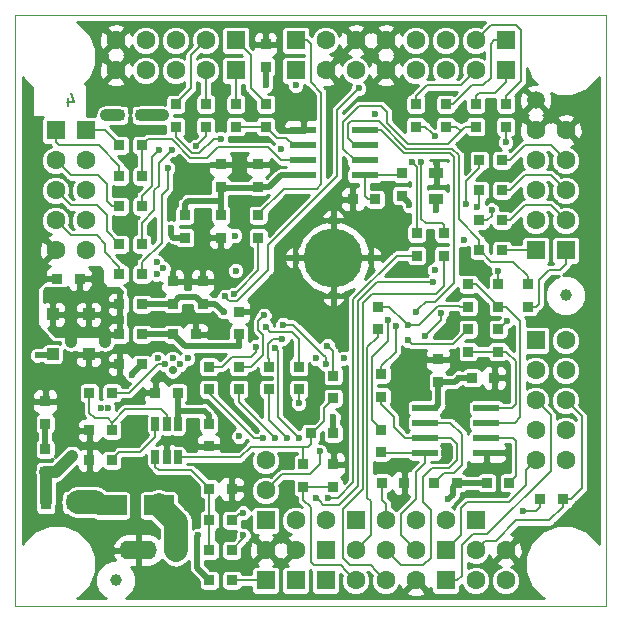
<source format=gbl>
%TF.GenerationSoftware,KiCad,Pcbnew,(5.0.2)-1*%
%TF.CreationDate,2019-03-11T21:45:58+00:00*%
%TF.ProjectId,uDSP-1.0,75445350-2d31-42e3-902e-6b696361645f,1.0*%
%TF.SameCoordinates,PX660b0c0PY81b3200*%
%TF.FileFunction,Copper,L4,Bot*%
%TF.FilePolarity,Positive*%
%FSLAX46Y46*%
G04 Gerber Fmt 4.6, Leading zero omitted, Abs format (unit mm)*
G04 Created by KiCad (PCBNEW (5.0.2)-1) date 11/03/2019 21:45:58*
%MOMM*%
%LPD*%
G01*
G04 APERTURE LIST*
%ADD10C,0.100000*%
%ADD11C,0.200000*%
%ADD12R,0.900000X0.900000*%
%ADD13R,0.650000X1.200000*%
%ADD14C,1.600000*%
%ADD15R,1.600000X1.600000*%
%ADD16R,2.200000X0.600000*%
%ADD17C,0.800000*%
%ADD18C,5.000000*%
%ADD19R,1.300000X0.900000*%
%ADD20C,1.500000*%
%ADD21R,0.900000X1.300000*%
%ADD22R,1.000000X1.000000*%
%ADD23O,3.200000X1.600000*%
%ADD24R,2.500000X1.700000*%
%ADD25C,1.000000*%
%ADD26C,0.600000*%
%ADD27C,0.700000*%
%ADD28C,1.000000*%
%ADD29C,0.500000*%
%ADD30C,0.550000*%
%ADD31C,2.000000*%
%ADD32C,0.254000*%
G04 APERTURE END LIST*
D10*
X0Y50000000D02*
X0Y0D01*
X50000000Y50000000D02*
X0Y50000000D01*
X50000000Y0D02*
X50000000Y50000000D01*
X0Y0D02*
X50000000Y0D01*
D11*
X4489523Y42994286D02*
X4489523Y42327620D01*
X4727619Y43375239D02*
X4965714Y42660953D01*
X4346666Y42660953D01*
D12*
X18330000Y9887000D03*
X16430000Y9887000D03*
X6270000Y18015000D03*
X8170000Y18015000D03*
X6270000Y14840000D03*
X8170000Y14840000D03*
X8810000Y25508000D03*
X10710000Y25508000D03*
X14332000Y33062000D03*
X14332000Y31162000D03*
X8810000Y22968000D03*
X10710000Y22968000D03*
X10646500Y41510000D03*
X8746500Y41510000D03*
X18904000Y24868000D03*
X18904000Y22968000D03*
X16364000Y15409000D03*
X16364000Y13509000D03*
X17380000Y37380000D03*
X17380000Y35480000D03*
X15856000Y25574000D03*
X15856000Y27474000D03*
X40555000Y19285000D03*
X38655000Y19285000D03*
X5450000Y27667000D03*
X3550000Y27667000D03*
X8810000Y20428000D03*
X10710000Y20428000D03*
X21190000Y45640000D03*
X21190000Y47540000D03*
D13*
X13758000Y15351000D03*
X11858000Y15351000D03*
X11858000Y12551000D03*
X12808000Y12551000D03*
X13758000Y12551000D03*
X12808000Y15351000D03*
D12*
X30475000Y34400000D03*
X28575000Y34400000D03*
D14*
X33890000Y4680000D03*
X31350000Y4680000D03*
D15*
X26270000Y4680000D03*
D14*
X28810000Y4680000D03*
D16*
X34659000Y16745000D03*
X34659000Y15475000D03*
X34659000Y14205000D03*
X34659000Y12935000D03*
X39859000Y12935000D03*
X39859000Y14205000D03*
X39859000Y15475000D03*
X39859000Y16745000D03*
D12*
X16364000Y18335000D03*
X16364000Y20235000D03*
X21444000Y20235000D03*
X21444000Y18335000D03*
X18904000Y18335000D03*
X18904000Y20235000D03*
X23984000Y20235000D03*
X23984000Y18335000D03*
X13382000Y22968000D03*
X15282000Y22968000D03*
D14*
X46590000Y12300000D03*
X44050000Y12300000D03*
X46590000Y14840000D03*
X44050000Y14840000D03*
X46590000Y17380000D03*
X44050000Y17380000D03*
X46590000Y19920000D03*
X44050000Y19920000D03*
X46590000Y22460000D03*
D15*
X44050000Y22460000D03*
D12*
X18330000Y7220000D03*
X16430000Y7220000D03*
X41510000Y42460000D03*
X41510000Y40560000D03*
X2521000Y17314000D03*
X2521000Y15414000D03*
X2521000Y11350000D03*
X2521000Y13250000D03*
D17*
X30086981Y29438019D03*
X26905000Y26256038D03*
X23723019Y29438019D03*
X26905000Y32620000D03*
D18*
X26905000Y29438019D03*
D12*
X17380000Y33062000D03*
X17380000Y31162000D03*
X13316000Y25574000D03*
X13316000Y27474000D03*
X20555000Y33062000D03*
X20555000Y31162000D03*
D14*
X41510000Y4680000D03*
D15*
X36430000Y4680000D03*
D14*
X38970000Y4680000D03*
D12*
X36430000Y40560000D03*
X36430000Y42460000D03*
X20555000Y35480000D03*
X20555000Y37380000D03*
X32700000Y34720000D03*
X32700000Y36620000D03*
X21190000Y42460000D03*
X21190000Y40560000D03*
X43415000Y25320000D03*
X43415000Y27220000D03*
X10710000Y36368500D03*
X8810000Y36368500D03*
X41190000Y30080000D03*
X39290000Y30080000D03*
X38970000Y40560000D03*
X38970000Y42460000D03*
X18650000Y42460000D03*
X18650000Y40560000D03*
X10710000Y38972000D03*
X8810000Y38972000D03*
D14*
X46590000Y32620000D03*
D15*
X46590000Y30080000D03*
D14*
X46590000Y35160000D03*
X46590000Y37700000D03*
X46590000Y40240000D03*
D12*
X30715000Y25315000D03*
X30715000Y23415000D03*
X8810000Y33828500D03*
X10710000Y33828500D03*
X41190000Y32620000D03*
X39290000Y32620000D03*
X41190000Y35160000D03*
X39290000Y35160000D03*
X33890000Y42460000D03*
X33890000Y40560000D03*
X41190000Y37700000D03*
X39290000Y37700000D03*
X8810000Y30588000D03*
X10710000Y30588000D03*
X13570000Y40560000D03*
X13570000Y42460000D03*
X16110000Y40560000D03*
X16110000Y42460000D03*
X8810000Y28048000D03*
X10710000Y28048000D03*
X18330000Y2140000D03*
X16430000Y2140000D03*
X11858000Y18015000D03*
X13758000Y18015000D03*
X6270000Y12300000D03*
X8170000Y12300000D03*
X46350000Y9000000D03*
X44450000Y9000000D03*
X24365000Y10080000D03*
X24365000Y11980000D03*
X26905000Y19473000D03*
X26905000Y17573000D03*
X18330000Y4680000D03*
X16430000Y4680000D03*
X25005000Y14586000D03*
X26905000Y14586000D03*
X26905000Y11980000D03*
X26905000Y10080000D03*
X35795000Y20870000D03*
X35795000Y18970000D03*
X33970000Y31540000D03*
X33970000Y29640000D03*
X36256000Y29640000D03*
X36256000Y31540000D03*
X30969000Y13001000D03*
X30969000Y14901000D03*
X30969000Y17700000D03*
X30969000Y19600000D03*
X38335000Y21510000D03*
X38335000Y23410000D03*
X37380000Y10395000D03*
X35480000Y10395000D03*
X38335000Y27220000D03*
X38335000Y25320000D03*
X40875000Y23410000D03*
X40875000Y21510000D03*
X40875000Y27220000D03*
X40875000Y25320000D03*
X39925000Y10395000D03*
X41825000Y10395000D03*
X32935000Y10395000D03*
X31035000Y10395000D03*
D19*
X35621000Y36643000D03*
X35621000Y34443000D03*
D14*
X21190000Y9760000D03*
D15*
X21190000Y7220000D03*
D14*
X21190000Y12300000D03*
X38970000Y2140000D03*
D15*
X36430000Y2140000D03*
D14*
X41510000Y2140000D03*
X26270000Y7220000D03*
D15*
X28810000Y7220000D03*
D14*
X23730000Y7220000D03*
X28810000Y2140000D03*
D15*
X26270000Y2140000D03*
D14*
X31350000Y2140000D03*
X33890000Y2140000D03*
X16110000Y47860000D03*
D15*
X18650000Y47860000D03*
D14*
X13570000Y47860000D03*
X11030000Y47860000D03*
X8490000Y47860000D03*
X16110000Y45320000D03*
D15*
X18650000Y45320000D03*
D14*
X13570000Y45320000D03*
X11030000Y45320000D03*
X8490000Y45320000D03*
X3410000Y37700000D03*
D15*
X3410000Y40240000D03*
D14*
X3410000Y35160000D03*
X3410000Y32620000D03*
X3410000Y30080000D03*
X5950000Y37700000D03*
D15*
X5950000Y40240000D03*
D14*
X5950000Y35160000D03*
X5950000Y32620000D03*
X5950000Y30080000D03*
X38970000Y45320000D03*
D15*
X41510000Y45320000D03*
D14*
X36430000Y45320000D03*
X33890000Y45320000D03*
X31350000Y45320000D03*
X38970000Y47860000D03*
D15*
X41510000Y47860000D03*
D14*
X36430000Y47860000D03*
X33890000Y47860000D03*
X31350000Y47860000D03*
X44050000Y32620000D03*
D15*
X44050000Y30080000D03*
D14*
X44050000Y35160000D03*
X44050000Y37700000D03*
X44050000Y40240000D03*
X26270000Y45320000D03*
D15*
X23730000Y45320000D03*
D14*
X28810000Y45320000D03*
X26270000Y47860000D03*
D15*
X23730000Y47860000D03*
D14*
X28810000Y47860000D03*
X36430000Y7220000D03*
D15*
X38970000Y7220000D03*
D14*
X33890000Y7220000D03*
X31350000Y7220000D03*
D15*
X21190000Y2140000D03*
D14*
X21190000Y4680000D03*
D15*
X23730000Y2140000D03*
D14*
X23730000Y4680000D03*
D16*
X24365000Y36430000D03*
X24365000Y37700000D03*
X24365000Y38970000D03*
X24365000Y40240000D03*
X29565000Y40240000D03*
X29565000Y38970000D03*
X29565000Y37700000D03*
X29565000Y36430000D03*
D20*
X44050000Y42780000D03*
D21*
X2564000Y8744000D03*
X4764000Y8744000D03*
D22*
X3156000Y21268000D03*
X3156000Y24668000D03*
X6204000Y24668000D03*
X6204000Y21268000D03*
D23*
X10395000Y4680000D03*
D14*
X13570000Y4680000D03*
D24*
X8141000Y8490000D03*
X12141000Y8490000D03*
D25*
X46590000Y26270000D03*
X8490000Y2140000D03*
D26*
X31350000Y43605500D03*
X41662400Y19259600D03*
X34702800Y19310400D03*
X31350000Y11665000D03*
X35621000Y37575000D03*
X23175000Y11793964D03*
X1585000Y18525000D03*
X35113000Y29574000D03*
X27366000Y22081000D03*
X26604000Y38337000D03*
X8570000Y10587500D03*
X3490000Y7031500D03*
X1077000Y8873000D03*
X1077000Y7031500D03*
X5839500Y10460500D03*
X1013500Y13826000D03*
X7617500Y4682000D03*
X10411500Y6587000D03*
X11919000Y2775000D03*
X39351000Y24111000D03*
X38208000Y29826000D03*
X41129000Y31350000D03*
X20047000Y47733000D03*
X22333000Y47733000D03*
X49130000Y42780000D03*
X49130000Y37700000D03*
X49130000Y32620000D03*
X49130000Y26270000D03*
X49130000Y21190000D03*
X49130000Y16110000D03*
X49130000Y11030000D03*
X49130000Y5950000D03*
X5950000Y870000D03*
X14840000Y870000D03*
X27540000Y870000D03*
X37700000Y870000D03*
X44050000Y870000D03*
X22460000Y870000D03*
X870000Y44050000D03*
X5950000Y49130000D03*
X870000Y37700000D03*
X870000Y22206000D03*
X16872000Y23984000D03*
X16849662Y22990338D03*
X14967000Y13697000D03*
X14967000Y14459000D03*
X20301000Y25762000D03*
X27921000Y18523000D03*
X27921000Y15983000D03*
X25381000Y16364000D03*
X9887000Y13887500D03*
X11665000Y10649000D03*
X14014500Y10712500D03*
X3918000Y16046500D03*
X1568500Y16237000D03*
X6267500Y13570000D03*
X17316500Y19348500D03*
X10776000Y18078500D03*
X9252000Y21825000D03*
X2013000Y27540000D03*
X2013000Y28429000D03*
X41637000Y12935000D03*
X41637000Y11538000D03*
X32493000Y8744000D03*
X17062500Y27476500D03*
X18701978Y38069478D03*
X19365000Y29447000D03*
X14602500Y27478500D03*
X13205500Y32939500D03*
X9014500Y31923500D03*
X11681500Y31923500D03*
X13269000Y29701000D03*
X26921500Y34971500D03*
X17396500Y29955000D03*
X36319500Y12937000D03*
X19555500Y2904000D03*
X19365000Y9889000D03*
X9014500Y18969500D03*
X22413000Y40559500D03*
X24699000Y41512000D03*
X20254000Y39607000D03*
X30350500Y43607500D03*
X7808000Y16747000D03*
X4760000Y12683010D03*
X7220000Y16745000D03*
X1886000Y21190000D03*
X2902000Y26397000D03*
X19285000Y7855000D03*
X40900400Y28352800D03*
X41662400Y24136400D03*
X37576032Y19285000D03*
X37954000Y30969000D03*
X22447338Y38633384D03*
X35621000Y33511000D03*
X33334991Y33892008D03*
X36637000Y9000000D03*
X18920500Y14334000D03*
X15475000Y5950000D03*
X4680000Y26397000D03*
X7347000Y26397000D03*
X5569000Y26397000D03*
X6458000Y26397000D03*
X3791000Y26397000D03*
X6966000Y27413000D03*
X6966000Y28302000D03*
X9887000Y19539000D03*
X15983000Y16491000D03*
X25461000Y20938000D03*
X26905000Y15983000D03*
X18650004Y28359190D03*
X7681000Y41512000D03*
X13205500Y31987000D03*
X4696500Y23097000D03*
X4696500Y22335000D03*
X7554000Y23097000D03*
X7554000Y22335000D03*
X7808000Y24049500D03*
X7808000Y25510000D03*
X8570000Y24240000D03*
X11999000Y29066000D03*
X14586000Y20936000D03*
X30461000Y41602010D03*
X18579951Y31333505D03*
X12507000Y28558000D03*
X11999000Y28050000D03*
X35493992Y28431000D03*
X12046000Y20936000D03*
X13316000Y20936000D03*
X12681000Y20428000D03*
X13951000Y20428000D03*
D27*
X13316000Y19920000D03*
D26*
X27794004Y20936000D03*
X21053493Y24568630D03*
X21183013Y23589526D03*
X20351978Y21930934D03*
X22652799Y23787011D03*
X26270000Y20428000D03*
X21952000Y21825000D03*
X23983996Y14205000D03*
X22586988Y22587000D03*
X29064000Y43796000D03*
X17742913Y26176382D03*
X26477000Y9127000D03*
X33255000Y23730000D03*
X33890000Y24873000D03*
X18523973Y26349484D03*
X12189500Y38591000D03*
X13269000Y38591004D03*
X12888000Y37067000D03*
X15268742Y38905014D03*
X17380000Y39541500D03*
X40319996Y33511000D03*
X39049990Y33765000D03*
X38161000Y34019000D03*
X41510000Y39224000D03*
X35541000Y39732000D03*
X19285000Y5950000D03*
X42987000Y7984000D03*
X21190000Y44050000D03*
X23730000Y44049980D03*
X12490500Y41510000D03*
X25762000Y13062000D03*
X23984000Y17126000D03*
X22968000Y14205000D03*
X20936000Y14205000D03*
X21952000Y14205000D03*
X34374135Y37600396D03*
X33550987Y37575000D03*
X32188236Y23699976D03*
X31583029Y24223180D03*
X33255000Y22460000D03*
X26422400Y22002800D03*
X17634000Y24873010D03*
X18904000Y21952006D03*
X34718195Y22863349D03*
X36049000Y24746000D03*
X35367000Y27415000D03*
X25461000Y9127000D03*
D28*
X2564000Y11307000D02*
X2521000Y11350000D01*
X2564000Y8744000D02*
X2564000Y11307000D01*
X3426990Y11350000D02*
X4760000Y12683010D01*
X2521000Y11350000D02*
X3426990Y11350000D01*
D29*
X3078000Y21190000D02*
X3156000Y21268000D01*
X1886000Y21190000D02*
X3078000Y21190000D01*
X20405000Y35330000D02*
X20555000Y35480000D01*
X22460000Y36430000D02*
X21510000Y35480000D01*
X24365000Y36430000D02*
X22460000Y36430000D01*
X21510000Y35480000D02*
X20555000Y35480000D01*
X17380000Y35330000D02*
X20405000Y35330000D01*
X14591000Y34271000D02*
X17380000Y34271000D01*
X14332000Y34012000D02*
X14591000Y34271000D01*
X14332000Y33062000D02*
X14332000Y34012000D01*
X17380000Y33062000D02*
X17380000Y34271000D01*
X17380000Y34271000D02*
X17380000Y35480000D01*
D11*
X19920000Y46590000D02*
X18650000Y47860000D01*
X19920000Y43796000D02*
X19920000Y46590000D01*
X21190000Y42460000D02*
X21190000Y42526000D01*
X21190000Y42526000D02*
X19920000Y43796000D01*
X44065000Y25320000D02*
X44304000Y25559000D01*
X43415000Y25320000D02*
X44065000Y25320000D01*
X44304000Y25559000D02*
X44304000Y27540000D01*
X44304000Y27540000D02*
X45193000Y28429000D01*
X45193000Y28429000D02*
X46082000Y28429000D01*
X46590000Y28937000D02*
X46590000Y30080000D01*
X46082000Y28429000D02*
X46590000Y28937000D01*
X41840000Y30080000D02*
X44050000Y30080000D01*
X41190000Y30080000D02*
X41840000Y30080000D01*
X40240000Y47590000D02*
X40510000Y47860000D01*
X40240000Y44685000D02*
X40240000Y47590000D01*
X40510000Y47860000D02*
X41510000Y47860000D01*
X39605000Y44050000D02*
X40240000Y44685000D01*
X38670000Y44050000D02*
X39605000Y44050000D01*
X36430000Y42460000D02*
X37080000Y42460000D01*
X37080000Y42460000D02*
X38670000Y44050000D01*
X41510000Y44320000D02*
X40605000Y43415000D01*
X41510000Y45320000D02*
X41510000Y44320000D01*
X38970000Y43161000D02*
X39224000Y43415000D01*
X40605000Y43415000D02*
X39224000Y43415000D01*
X38970000Y43161000D02*
X38970000Y42460000D01*
X18650000Y42460000D02*
X18650000Y45320000D01*
X8810000Y37208000D02*
X8810000Y36368500D01*
X7048000Y38970000D02*
X8810000Y37208000D01*
X3680000Y38970000D02*
X7048000Y38970000D01*
X3410000Y40240000D02*
X3410000Y39240000D01*
X3410000Y39240000D02*
X3680000Y38970000D01*
X8810000Y39049500D02*
X8810000Y38972000D01*
X5950000Y40240000D02*
X7619500Y40240000D01*
X7619500Y40240000D02*
X8810000Y39049500D01*
X6890000Y31350000D02*
X4680000Y31350000D01*
X4680000Y31350000D02*
X3410000Y32620000D01*
X8810000Y28698000D02*
X7601000Y29907000D01*
X8810000Y28048000D02*
X8810000Y28698000D01*
X7601000Y30639000D02*
X6890000Y31350000D01*
X7601000Y29907000D02*
X7601000Y30639000D01*
X14840000Y46590000D02*
X16110000Y47860000D01*
X14840000Y43796000D02*
X14840000Y46590000D01*
X13570000Y42460000D02*
X13570000Y42526000D01*
X13570000Y42526000D02*
X14840000Y43796000D01*
X4680000Y36430000D02*
X3410000Y37700000D01*
X6966000Y36430000D02*
X4680000Y36430000D01*
X7728000Y35668000D02*
X6966000Y36430000D01*
X7728000Y34260500D02*
X7728000Y35668000D01*
X8160000Y33828500D02*
X7728000Y34260500D01*
X8810000Y33828500D02*
X8160000Y33828500D01*
X16110000Y42460000D02*
X16110000Y45320000D01*
X41840000Y32620000D02*
X43110000Y33890000D01*
X41190000Y32620000D02*
X41840000Y32620000D01*
X45320000Y33890000D02*
X46590000Y32620000D01*
X43110000Y33890000D02*
X45320000Y33890000D01*
X19031000Y7855000D02*
X19285000Y7855000D01*
X18330000Y7220000D02*
X18396000Y7220000D01*
X18396000Y7220000D02*
X19031000Y7855000D01*
X40875000Y28327400D02*
X40900400Y28352800D01*
X40875000Y27220000D02*
X40875000Y28327400D01*
X40936000Y23410000D02*
X41662400Y24136400D01*
X40875000Y23410000D02*
X40936000Y23410000D01*
D29*
X37276033Y18985001D02*
X37576032Y19285000D01*
X37261032Y18970000D02*
X37276033Y18985001D01*
X35795000Y18970000D02*
X37261032Y18970000D01*
X38505000Y19285000D02*
X37576032Y19285000D01*
D11*
X32700000Y34720000D02*
X32761000Y34720000D01*
D29*
X33334991Y34085009D02*
X32700000Y34720000D01*
X33334991Y33892008D02*
X33334991Y34085009D01*
X35621000Y34443000D02*
X35621000Y33511000D01*
X37380000Y10395000D02*
X39925000Y10395000D01*
X37018000Y9381000D02*
X36637000Y9000000D01*
X37380000Y10395000D02*
X37018000Y10033000D01*
X37018000Y10033000D02*
X37018000Y9381000D01*
X9887000Y19605000D02*
X10710000Y20428000D01*
X9887000Y19539000D02*
X9887000Y19605000D01*
X16306000Y15351000D02*
X16364000Y15409000D01*
X16364000Y15409000D02*
X16364000Y16110000D01*
X16364000Y16110000D02*
X15983000Y16491000D01*
X15983000Y16491000D02*
X13824000Y16491000D01*
X13758000Y16557000D02*
X13758000Y18015000D01*
X13824000Y16491000D02*
X13758000Y16557000D01*
X13798000Y16491000D02*
X13824000Y16491000D01*
X13758000Y15351000D02*
X13758000Y16451000D01*
X13758000Y16451000D02*
X13798000Y16491000D01*
X15348000Y5823000D02*
X15475000Y5950000D01*
X16430000Y2140000D02*
X15348000Y3222000D01*
X15348000Y3222000D02*
X15348000Y5823000D01*
X26905000Y14586000D02*
X26905000Y15983000D01*
D11*
X31035000Y8932000D02*
X31350000Y8617000D01*
X31035000Y10395000D02*
X31035000Y8932000D01*
X31350000Y7220000D02*
X31350000Y8617000D01*
D30*
X35541000Y16745000D02*
X34659000Y16745000D01*
X35795000Y18970000D02*
X35795000Y16999000D01*
X35795000Y16999000D02*
X35541000Y16745000D01*
D28*
X8746500Y41510000D02*
X7683000Y41510000D01*
X7683000Y41510000D02*
X7681000Y41512000D01*
D29*
X14332000Y31162000D02*
X13382000Y31162000D01*
X13382000Y31162000D02*
X13205500Y31338500D01*
X13205500Y31562736D02*
X13205500Y31987000D01*
X13205500Y31338500D02*
X13205500Y31562736D01*
D28*
X4696500Y23097000D02*
X4696500Y22335000D01*
X7554000Y23097000D02*
X7554000Y22335000D01*
D11*
X46590000Y17380000D02*
X47950000Y16020000D01*
X39769999Y5479999D02*
X40681997Y5479999D01*
X38970000Y4680000D02*
X39769999Y5479999D01*
X40681997Y5479999D02*
X42421998Y7220000D01*
X47950000Y9950000D02*
X47950000Y11286000D01*
X47000000Y9000000D02*
X47950000Y9950000D01*
X46350000Y9000000D02*
X47000000Y9000000D01*
X47950000Y16020000D02*
X47950000Y11286000D01*
X45220000Y7220000D02*
X43876000Y7220000D01*
X46350000Y8350000D02*
X45220000Y7220000D01*
X46350000Y9000000D02*
X46350000Y8350000D01*
X42421998Y7220000D02*
X43876000Y7220000D01*
X12046000Y20428000D02*
X12681000Y20428000D01*
X8170000Y18015000D02*
X9633000Y18015000D01*
X9633000Y18015000D02*
X12046000Y20428000D01*
X21053493Y24568630D02*
X20571500Y24086637D01*
X20571500Y24086637D02*
X20571500Y23332500D01*
X20571500Y23332500D02*
X20951988Y22952012D01*
X19942678Y20235000D02*
X19554000Y20235000D01*
X20951988Y22952012D02*
X20951988Y21244310D01*
X19554000Y20235000D02*
X18904000Y20235000D01*
X20951988Y21244310D02*
X19942678Y20235000D01*
X23396699Y23187001D02*
X23984000Y22599700D01*
X23984000Y22599700D02*
X23984000Y20885000D01*
X21183013Y23589526D02*
X21585538Y23187001D01*
X23984000Y20885000D02*
X23984000Y20235000D01*
X21585538Y23187001D02*
X23396699Y23187001D01*
X20351978Y21506670D02*
X20351978Y21930934D01*
X19908308Y21063000D02*
X20351978Y21506670D01*
X18332500Y21063000D02*
X19908308Y21063000D01*
X16364000Y20235000D02*
X17504500Y20235000D01*
X17504500Y20235000D02*
X18332500Y21063000D01*
X23077063Y23787011D02*
X22652799Y23787011D01*
X26061001Y21226001D02*
X23499991Y23787011D01*
X23499991Y23787011D02*
X23077063Y23787011D01*
X26061001Y21226001D02*
X26270000Y21017002D01*
X26270000Y21017002D02*
X26270000Y20428000D01*
X22251999Y15936997D02*
X23683997Y14504999D01*
X23683997Y14504999D02*
X23983996Y14205000D01*
X22251999Y21525001D02*
X22251999Y15936997D01*
X21952000Y21825000D02*
X22251999Y21525001D01*
X21444000Y20885000D02*
X21351999Y20977001D01*
X22162724Y22587000D02*
X22586988Y22587000D01*
X21825998Y22587000D02*
X22162724Y22587000D01*
X21351999Y20977001D02*
X21351999Y22113001D01*
X21444000Y20235000D02*
X21444000Y20885000D01*
X21351999Y22113001D02*
X21825998Y22587000D01*
X18169818Y25749477D02*
X18042912Y25876383D01*
X21424989Y28374405D02*
X18800061Y25749477D01*
X21424989Y30568989D02*
X21424989Y28374405D01*
X18042912Y25876383D02*
X17742913Y26176382D01*
X27240001Y36384001D02*
X21424989Y30568989D01*
X27240001Y41972001D02*
X27240001Y36384001D01*
X18800061Y25749477D02*
X18169818Y25749477D01*
X29064000Y43796000D02*
X27240001Y41972001D01*
X37430000Y2140000D02*
X37827000Y2537000D01*
X36430000Y2140000D02*
X37430000Y2140000D01*
X37827000Y5165002D02*
X38738998Y6077000D01*
X37827000Y2537000D02*
X37827000Y5165002D01*
X39967002Y6077000D02*
X45320000Y11429998D01*
X38738998Y6077000D02*
X39967002Y6077000D01*
X45320000Y16110000D02*
X44050000Y17380000D01*
X45320000Y11429998D02*
X45320000Y16110000D01*
X43250001Y11500001D02*
X44050000Y12300000D01*
X37700000Y5950000D02*
X37700000Y8236000D01*
X36430000Y4680000D02*
X37700000Y5950000D01*
X37700000Y8236000D02*
X38208000Y8744000D01*
X38208000Y8744000D02*
X41764000Y8744000D01*
X41764000Y8744000D02*
X43250001Y10230001D01*
X43250001Y10230001D02*
X43250001Y11500001D01*
X32023022Y15151978D02*
X32970000Y14205000D01*
X32970000Y14205000D02*
X33770000Y14205000D01*
X34652000Y14205000D02*
X33770000Y14205000D01*
X32023022Y15995978D02*
X32023022Y15729000D01*
X30969000Y17050000D02*
X32023022Y15995978D01*
X30969000Y17700000D02*
X30969000Y17050000D01*
X32023022Y15729000D02*
X32023022Y15151978D01*
X32620000Y3410000D02*
X31350000Y4680000D01*
X34525000Y3410000D02*
X32620000Y3410000D01*
X35160000Y8109000D02*
X35160000Y4045000D01*
X34535001Y8733999D02*
X35160000Y8109000D01*
X34535001Y10890003D02*
X34535001Y8733999D01*
X36893000Y14205000D02*
X37400000Y13698000D01*
X35160000Y4045000D02*
X34525000Y3410000D01*
X34659000Y14205000D02*
X36893000Y14205000D01*
X37400000Y13698000D02*
X37400000Y12300000D01*
X37400000Y12300000D02*
X36742002Y11642002D01*
X36742002Y11642002D02*
X35287000Y11642002D01*
X35287000Y11642002D02*
X34535001Y10890003D01*
X31035000Y12935000D02*
X30969000Y13001000D01*
X34659000Y12935000D02*
X31035000Y12935000D01*
X32620000Y5950000D02*
X33890000Y4680000D01*
X32620000Y7728000D02*
X32620000Y5950000D01*
X33890000Y8998000D02*
X32620000Y7728000D01*
X33890000Y11284000D02*
X33890000Y8998000D01*
X34659000Y12935000D02*
X34659000Y12053000D01*
X34659000Y12053000D02*
X33890000Y11284000D01*
X27282262Y9127000D02*
X26901264Y9127000D01*
X26901264Y9127000D02*
X26477000Y9127000D01*
X28606956Y10451694D02*
X27282262Y9127000D01*
X28606956Y25977356D02*
X28606956Y10451694D01*
X33970000Y29640000D02*
X32269600Y29640000D01*
X32269600Y29640000D02*
X28606956Y25977356D01*
X28302000Y3410000D02*
X30080000Y3410000D01*
X30550001Y2939999D02*
X31350000Y2140000D01*
X27705689Y8147689D02*
X27705689Y4006311D01*
X36256000Y27034000D02*
X35621000Y26399000D01*
X30080000Y3410000D02*
X30550001Y2939999D01*
X27705689Y4006311D02*
X28302000Y3410000D01*
X30160000Y26399000D02*
X29406978Y25645978D01*
X29406978Y25645978D02*
X29406978Y9848978D01*
X36256000Y29640000D02*
X36256000Y27034000D01*
X29406978Y9848978D02*
X27705689Y8147689D01*
X35621000Y26399000D02*
X30160000Y26399000D01*
X32955001Y24029999D02*
X33255000Y23730000D01*
X31670000Y25315000D02*
X32955001Y24029999D01*
X30715000Y25315000D02*
X31670000Y25315000D01*
X37658999Y25346001D02*
X37685000Y25320000D01*
X34144998Y23730000D02*
X35760999Y25346001D01*
X33255000Y23730000D02*
X34144998Y23730000D01*
X35760999Y25346001D02*
X37658999Y25346001D01*
X37685000Y25320000D02*
X38335000Y25320000D01*
X34737011Y25720011D02*
X34189999Y25172999D01*
X29565000Y40240000D02*
X30969000Y40240000D01*
X37145000Y37956000D02*
X37145000Y27296700D01*
X35568311Y25720011D02*
X34737011Y25720011D01*
X34189999Y25172999D02*
X33890000Y24873000D01*
X37145000Y27296700D02*
X35568311Y25720011D01*
X36804022Y38296978D02*
X37145000Y37956000D01*
X32912022Y38296978D02*
X36804022Y38296978D01*
X30969000Y40240000D02*
X32912022Y38296978D01*
X18823972Y26649483D02*
X18523973Y26349484D01*
X20555000Y31162000D02*
X20555000Y28380511D01*
X20555000Y28380511D02*
X18823972Y26649483D01*
X11572001Y37973501D02*
X11889501Y38291001D01*
X10710000Y34698500D02*
X11572001Y35560501D01*
X11572001Y35560501D02*
X11572001Y37973501D01*
X11889501Y38291001D02*
X12189500Y38591000D01*
X10710000Y33828500D02*
X10710000Y34698500D01*
X10710000Y30588000D02*
X10710000Y32412500D01*
X12145011Y37467015D02*
X12969001Y38291005D01*
X11772989Y33475489D02*
X11772989Y35189989D01*
X10710000Y32412500D02*
X11772989Y33475489D01*
X12145011Y35562011D02*
X12145011Y37467015D01*
X11772989Y35189989D02*
X12145011Y35562011D01*
X12969001Y38291005D02*
X13269000Y38591004D01*
X12888000Y36642736D02*
X12888000Y37067000D01*
X12888000Y35274598D02*
X12888000Y36642736D01*
X12380000Y34766598D02*
X12888000Y35274598D01*
X12380000Y30731500D02*
X12380000Y34766598D01*
X10710000Y28048000D02*
X10710000Y29061500D01*
X10710000Y29061500D02*
X12380000Y30731500D01*
X15568741Y39205013D02*
X15268742Y38905014D01*
X16110000Y40560000D02*
X16110000Y39746272D01*
X16110000Y39746272D02*
X15568741Y39205013D01*
X16955736Y39541500D02*
X17380000Y39541500D01*
X16793232Y39541500D02*
X16955736Y39541500D01*
X15556744Y38305012D02*
X16793232Y39541500D01*
X14980740Y38305012D02*
X15556744Y38305012D01*
X13570000Y40560000D02*
X13570000Y39715752D01*
X13570000Y39715752D02*
X14980740Y38305012D01*
X40319996Y32999996D02*
X40319996Y33086736D01*
X39290000Y32620000D02*
X39940000Y32620000D01*
X40319996Y33086736D02*
X40319996Y33511000D01*
X39940000Y32620000D02*
X40319996Y32999996D01*
X39290000Y35160000D02*
X39290000Y34005010D01*
X39290000Y34005010D02*
X39049990Y33765000D01*
X38161000Y35921000D02*
X38161000Y34443264D01*
X38161000Y34443264D02*
X38161000Y34019000D01*
X39290000Y37050000D02*
X38161000Y35921000D01*
X39290000Y37700000D02*
X39290000Y37050000D01*
X41510000Y39224000D02*
X41510000Y40560000D01*
X34713000Y40560000D02*
X35241001Y40031999D01*
X35241001Y40031999D02*
X35541000Y39732000D01*
X33890000Y40560000D02*
X34713000Y40560000D01*
X24365000Y10080000D02*
X26905000Y10080000D01*
X27540000Y3410000D02*
X28010001Y2939999D01*
X25000000Y8318996D02*
X25000000Y3664000D01*
X25254000Y3410000D02*
X27540000Y3410000D01*
X25000000Y3664000D02*
X25254000Y3410000D01*
X24365000Y10080000D02*
X24365000Y8953996D01*
X24365000Y8953996D02*
X25000000Y8318996D01*
X28010001Y2939999D02*
X28810000Y2140000D01*
X6270000Y18015000D02*
X6270000Y16298000D01*
X6270000Y16298000D02*
X6712000Y15856000D01*
X8170000Y15490000D02*
X8170000Y14840000D01*
X6712000Y15856000D02*
X7804000Y15856000D01*
X7804000Y15856000D02*
X8170000Y15490000D01*
X12808000Y16151000D02*
X12808000Y15351000D01*
X12341000Y16618000D02*
X12808000Y16151000D01*
X9298000Y16618000D02*
X12341000Y16618000D01*
X8170000Y15490000D02*
X9298000Y16618000D01*
X41840000Y37700000D02*
X43110000Y38970000D01*
X41190000Y37700000D02*
X41840000Y37700000D01*
X45320000Y38970000D02*
X46590000Y37700000D01*
X43110000Y38970000D02*
X45320000Y38970000D01*
X19285000Y5696000D02*
X19285000Y5950000D01*
X18330000Y4680000D02*
X18330000Y4741000D01*
X18330000Y4741000D02*
X19285000Y5696000D01*
X43411264Y7984000D02*
X42987000Y7984000D01*
X44084000Y7984000D02*
X43411264Y7984000D01*
X44450000Y8350000D02*
X44084000Y7984000D01*
X44450000Y9000000D02*
X44450000Y8350000D01*
X42399000Y10969000D02*
X41825000Y10395000D01*
X42399000Y13951000D02*
X42399000Y10969000D01*
X39859000Y14205000D02*
X42145000Y14205000D01*
X42145000Y14205000D02*
X42399000Y13951000D01*
D29*
X21190000Y45490000D02*
X21190000Y44050000D01*
D28*
X11218000Y41510000D02*
X12490500Y41510000D01*
X10646500Y41510000D02*
X11218000Y41510000D01*
D11*
X25762000Y11957726D02*
X25762000Y12637736D01*
X22540000Y11110000D02*
X24914274Y11110000D01*
X21190000Y9760000D02*
X22540000Y11110000D01*
X24914274Y11110000D02*
X25762000Y11957726D01*
X25762000Y12637736D02*
X25762000Y13062000D01*
X23984000Y18335000D02*
X23984000Y17126000D01*
X24730000Y47860000D02*
X23730000Y47860000D01*
X25000000Y47590000D02*
X24730000Y47860000D01*
X25000000Y44304000D02*
X25000000Y47590000D01*
X20555000Y33128000D02*
X22714000Y35287000D01*
X22714000Y35287000D02*
X25508000Y35287000D01*
X25508000Y35287000D02*
X25889000Y35668000D01*
X20555000Y33062000D02*
X20555000Y33128000D01*
X25889000Y35668000D02*
X25889000Y43415000D01*
X25889000Y43415000D02*
X25000000Y44304000D01*
X41840000Y35160000D02*
X43110000Y36430000D01*
X41190000Y35160000D02*
X41840000Y35160000D01*
X45320000Y36430000D02*
X46590000Y35160000D01*
X43110000Y36430000D02*
X45320000Y36430000D01*
X21444000Y15729000D02*
X22668001Y14504999D01*
X22668001Y14504999D02*
X22968000Y14205000D01*
X21444000Y18335000D02*
X21444000Y15729000D01*
X34830000Y44050000D02*
X37700000Y44050000D01*
X33890000Y42460000D02*
X33890000Y43110000D01*
X33890000Y43110000D02*
X34830000Y44050000D01*
X37700000Y44050000D02*
X38970000Y45320000D01*
X4680000Y33890000D02*
X3410000Y35160000D01*
X6890000Y33890000D02*
X4680000Y33890000D01*
X7728000Y33052000D02*
X6890000Y33890000D01*
X7728000Y31686000D02*
X7728000Y33052000D01*
X8810000Y30588000D02*
X8810000Y30604000D01*
X8810000Y30604000D02*
X7728000Y31686000D01*
X40240000Y49130000D02*
X38970000Y47860000D01*
X42380002Y49130000D02*
X40240000Y49130000D01*
X42780000Y48730002D02*
X42380002Y49130000D01*
X42780000Y44380000D02*
X42780000Y48730002D01*
X41510000Y42460000D02*
X41510000Y43110000D01*
X41510000Y43110000D02*
X42780000Y44380000D01*
X20174000Y14205000D02*
X20511736Y14205000D01*
X20511736Y14205000D02*
X20936000Y14205000D01*
X16364000Y18015000D02*
X20174000Y14205000D01*
X16364000Y18335000D02*
X16364000Y18015000D01*
X21652001Y14504999D02*
X21952000Y14205000D01*
X18904000Y17253000D02*
X21652001Y14504999D01*
X18904000Y18335000D02*
X18904000Y17253000D01*
X36256000Y32190000D02*
X36256000Y31540000D01*
X36078000Y32368000D02*
X36256000Y32190000D01*
X34732000Y32368000D02*
X36078000Y32368000D01*
X34374135Y32725865D02*
X34732000Y32368000D01*
X34374135Y37600396D02*
X34374135Y32725865D01*
X16430000Y9887000D02*
X16430000Y7220000D01*
X16430000Y7220000D02*
X16430000Y4680000D01*
X16430000Y9948000D02*
X16430000Y9887000D01*
X14903500Y11474500D02*
X16430000Y9948000D01*
X12134500Y11474500D02*
X14903500Y11474500D01*
X11858000Y12551000D02*
X11858000Y11751000D01*
X11858000Y11751000D02*
X12134500Y11474500D01*
X13758000Y12551000D02*
X19028000Y12551000D01*
X19028000Y12551000D02*
X19920000Y13443000D01*
X24365000Y12630000D02*
X24365000Y13443000D01*
X24365000Y11980000D02*
X24365000Y12630000D01*
X19920000Y13443000D02*
X24365000Y13443000D01*
X24746000Y13443000D02*
X24365000Y13443000D01*
X25005000Y14586000D02*
X25005000Y13702000D01*
X25005000Y13702000D02*
X24746000Y13443000D01*
X25127000Y14586000D02*
X25005000Y14586000D01*
X26143000Y15602000D02*
X25127000Y14586000D01*
X26143000Y16745000D02*
X26143000Y15602000D01*
X26905000Y17573000D02*
X26905000Y17507000D01*
X26905000Y17507000D02*
X26143000Y16745000D01*
D28*
X7887000Y8744000D02*
X8141000Y8490000D01*
D31*
X5315000Y8744000D02*
X6712000Y8744000D01*
D28*
X6712000Y8744000D02*
X7887000Y8744000D01*
X4764000Y8744000D02*
X5315000Y8744000D01*
D29*
X2521000Y15414000D02*
X2521000Y13250000D01*
D11*
X33970000Y33015000D02*
X33970000Y37155987D01*
X33970000Y37155987D02*
X33550987Y37575000D01*
X33970000Y33015000D02*
X33970000Y31540000D01*
X32188236Y23275712D02*
X32188236Y23699976D01*
X32188236Y22586764D02*
X32188236Y23275712D01*
X32188236Y21469236D02*
X32188236Y22586764D01*
X30969000Y19600000D02*
X30969000Y20250000D01*
X30969000Y20250000D02*
X32188236Y21469236D01*
X40875000Y25330000D02*
X40875000Y25320000D01*
X38985000Y27220000D02*
X40875000Y25330000D01*
X38335000Y27220000D02*
X38985000Y27220000D01*
X41525000Y25320000D02*
X40875000Y25320000D01*
X42752011Y24092989D02*
X41525000Y25320000D01*
X42752011Y15955011D02*
X42752011Y24092989D01*
X39859000Y15475000D02*
X42272000Y15475000D01*
X42272000Y15475000D02*
X42752011Y15955011D01*
X36829500Y15475000D02*
X34659000Y15475000D01*
X37800000Y14504500D02*
X36829500Y15475000D01*
X37800000Y11900000D02*
X37800000Y14504500D01*
X37100000Y11200000D02*
X37800000Y11900000D01*
X35480000Y10395000D02*
X36285000Y11200000D01*
X36285000Y11200000D02*
X37100000Y11200000D01*
X8170000Y12300000D02*
X8170000Y12361000D01*
X8807500Y12998500D02*
X10585500Y12998500D01*
X8170000Y12361000D02*
X8807500Y12998500D01*
X11858000Y14271000D02*
X11858000Y15351000D01*
X10585500Y12998500D02*
X11858000Y14271000D01*
X31583029Y23798916D02*
X31583029Y24223180D01*
X31583029Y22388029D02*
X31583029Y23798916D01*
X30207000Y21012000D02*
X31583029Y22388029D01*
X30207000Y15729000D02*
X30207000Y21012000D01*
X30969000Y14901000D02*
X30969000Y14967000D01*
X30969000Y14967000D02*
X30207000Y15729000D01*
X33255000Y22460000D02*
X33554999Y22160001D01*
X37085001Y22160001D02*
X38335000Y23410000D01*
X33554999Y22160001D02*
X37085001Y22160001D01*
D31*
X13570000Y7061000D02*
X12141000Y8490000D01*
X13570000Y4680000D02*
X13570000Y7061000D01*
D11*
X10710000Y38322000D02*
X10710000Y36368500D01*
X10710000Y38972000D02*
X10710000Y38322000D01*
X11216000Y39478000D02*
X10710000Y38972000D01*
X22492720Y37700000D02*
X21353675Y38839045D01*
X13242052Y39478000D02*
X11216000Y39478000D01*
X24365000Y37700000D02*
X22492720Y37700000D01*
X21353675Y38839045D02*
X17150448Y38839045D01*
X17150448Y38839045D02*
X16216404Y37905001D01*
X16216404Y37905001D02*
X14815051Y37905001D01*
X14815051Y37905001D02*
X13242052Y39478000D01*
X39325600Y30080000D02*
X39290000Y30080000D01*
X40290800Y29114800D02*
X39325600Y30080000D01*
X39290000Y30080000D02*
X39290000Y30989337D01*
X37545011Y32734326D02*
X37545011Y38121689D01*
X37545011Y38121689D02*
X36969711Y38696989D01*
X39290000Y30989337D02*
X37545011Y32734326D01*
X36969711Y38696989D02*
X33077711Y38696989D01*
X28386998Y41002000D02*
X28164999Y40780001D01*
X28164999Y40780001D02*
X28164999Y39570001D01*
X33077711Y38696989D02*
X30772700Y41002000D01*
X28765000Y38970000D02*
X29565000Y38970000D01*
X28164999Y39570001D02*
X28765000Y38970000D01*
X30772700Y41002000D02*
X28386998Y41002000D01*
X42170200Y29114800D02*
X41383000Y29114800D01*
X43415000Y27870000D02*
X42170200Y29114800D01*
X43415000Y27220000D02*
X43415000Y27870000D01*
X41510200Y29114800D02*
X41383000Y29114800D01*
X41383000Y29114800D02*
X40290800Y29114800D01*
X38081000Y40560000D02*
X38970000Y40560000D01*
X37700000Y40179000D02*
X37319000Y40560000D01*
X36430000Y40560000D02*
X37319000Y40560000D01*
X37700000Y40179000D02*
X38081000Y40560000D01*
X27766011Y39533287D02*
X27766011Y38698989D01*
X30969000Y42272000D02*
X29091298Y42272000D01*
X29091298Y42272000D02*
X27764988Y40945690D01*
X31477000Y40863400D02*
X31477000Y41764000D01*
X27764988Y40945690D02*
X27764988Y39534310D01*
X27764988Y39534310D02*
X27766011Y39533287D01*
X28765000Y37700000D02*
X29565000Y37700000D01*
X36618000Y39097000D02*
X33243400Y39097000D01*
X27766011Y38698989D02*
X28765000Y37700000D01*
X31477000Y41764000D02*
X30969000Y42272000D01*
X37700000Y40179000D02*
X36618000Y39097000D01*
X33243400Y39097000D02*
X31477000Y40863400D01*
X18650000Y40560000D02*
X21190000Y40560000D01*
X20540000Y40560000D02*
X21190000Y40560000D01*
X22145000Y39605000D02*
X21190000Y40560000D01*
X22930000Y39605000D02*
X22145000Y39605000D01*
X24365000Y38970000D02*
X23565000Y38970000D01*
X23565000Y38970000D02*
X22930000Y39605000D01*
X26727200Y21698000D02*
X26422400Y22002800D01*
X26905000Y21520200D02*
X26727200Y21698000D01*
X26905000Y19473000D02*
X26905000Y21520200D01*
X29609999Y5479999D02*
X28810000Y4680000D01*
X30715000Y22765000D02*
X29806989Y21856989D01*
X30715000Y23415000D02*
X30715000Y22765000D01*
X29806989Y9144011D02*
X30080000Y8871000D01*
X30080000Y8871000D02*
X30080000Y5950000D01*
X29806989Y21856989D02*
X29806989Y9144011D01*
X30080000Y5950000D02*
X29609999Y5479999D01*
X32510000Y36430000D02*
X32700000Y36620000D01*
X29565000Y36430000D02*
X32510000Y36430000D01*
X29825000Y34400000D02*
X30475000Y34400000D01*
X29565000Y34660000D02*
X29825000Y34400000D01*
X29565000Y36430000D02*
X29565000Y34660000D01*
D29*
X13250000Y25508000D02*
X13316000Y25574000D01*
X10710000Y25508000D02*
X13250000Y25508000D01*
X16933010Y25574000D02*
X17634000Y24873010D01*
X15856000Y25574000D02*
X16933010Y25574000D01*
X15287000Y26143000D02*
X15856000Y25574000D01*
X13316000Y25574000D02*
X13885000Y26143000D01*
X13885000Y26143000D02*
X15287000Y26143000D01*
X10710000Y22968000D02*
X13382000Y22968000D01*
X18904000Y22968000D02*
X18904000Y21952006D01*
X17126006Y21952006D02*
X18904000Y21952006D01*
X17126000Y21952000D02*
X17126006Y21952006D01*
X14332000Y21952000D02*
X17126000Y21952000D01*
X13824000Y22460000D02*
X14332000Y21952000D01*
X13382000Y22968000D02*
X13824000Y22526000D01*
X13824000Y22526000D02*
X13824000Y22460000D01*
D11*
X38335000Y21510000D02*
X40875000Y21510000D01*
X41525000Y21510000D02*
X40875000Y21510000D01*
X42352000Y20683000D02*
X41525000Y21510000D01*
X42352000Y17079000D02*
X42352000Y20683000D01*
X39859000Y16745000D02*
X42018000Y16745000D01*
X42018000Y16745000D02*
X42352000Y17079000D01*
X36049000Y24321736D02*
X36049000Y24746000D01*
X36049000Y24194154D02*
X36049000Y24321736D01*
X34718195Y22863349D02*
X36049000Y24194154D01*
X35367000Y27415000D02*
X30610300Y27415000D01*
X29006967Y10132967D02*
X27400999Y8526999D01*
X30610300Y27415000D02*
X29006967Y25811667D01*
X27400999Y8526999D02*
X26061001Y8526999D01*
X29006967Y25811667D02*
X29006967Y10132967D01*
X26061001Y8526999D02*
X25760999Y8827001D01*
X25760999Y8827001D02*
X25461000Y9127000D01*
X20190000Y2140000D02*
X21190000Y2140000D01*
X18330000Y2140000D02*
X20190000Y2140000D01*
D32*
G36*
X39382105Y49017395D02*
X39214065Y49087000D01*
X38725935Y49087000D01*
X38274961Y48900200D01*
X37929800Y48555039D01*
X37743000Y48104065D01*
X37743000Y47615935D01*
X37929800Y47164961D01*
X38274961Y46819800D01*
X38725935Y46633000D01*
X39214065Y46633000D01*
X39665039Y46819800D01*
X39713001Y46867762D01*
X39713001Y46312238D01*
X39665039Y46360200D01*
X39214065Y46547000D01*
X38725935Y46547000D01*
X38274961Y46360200D01*
X37929800Y46015039D01*
X37743000Y45564065D01*
X37743000Y45075935D01*
X37812605Y44907895D01*
X37481710Y44577000D01*
X37422239Y44577000D01*
X37470200Y44624961D01*
X37657000Y45075935D01*
X37657000Y45564065D01*
X37470200Y46015039D01*
X37125039Y46360200D01*
X36674065Y46547000D01*
X36185935Y46547000D01*
X35734961Y46360200D01*
X35389800Y46015039D01*
X35203000Y45564065D01*
X35203000Y45075935D01*
X35389800Y44624961D01*
X35437761Y44577000D01*
X34882239Y44577000D01*
X34930200Y44624961D01*
X35117000Y45075935D01*
X35117000Y45564065D01*
X34930200Y46015039D01*
X34585039Y46360200D01*
X34134065Y46547000D01*
X33645935Y46547000D01*
X33194961Y46360200D01*
X32849800Y46015039D01*
X32739044Y45747652D01*
X32603864Y46074005D01*
X32357745Y46148139D01*
X31529605Y45320000D01*
X32357745Y44491861D01*
X32603864Y44565995D01*
X32729473Y44915454D01*
X32849800Y44624961D01*
X33194961Y44279800D01*
X33645935Y44093000D01*
X34127709Y44093000D01*
X33554053Y43519343D01*
X33510056Y43489945D01*
X33480658Y43445948D01*
X33480654Y43445944D01*
X33409380Y43339274D01*
X33273393Y43312225D01*
X33132150Y43217850D01*
X33037775Y43076607D01*
X33004635Y42910000D01*
X33004635Y42010000D01*
X33037775Y41843393D01*
X33132150Y41702150D01*
X33273393Y41607775D01*
X33440000Y41574635D01*
X34340000Y41574635D01*
X34506607Y41607775D01*
X34647850Y41702150D01*
X34742225Y41843393D01*
X34775365Y42010000D01*
X34775365Y42910000D01*
X34742225Y43076607D01*
X34686018Y43160727D01*
X35048291Y43523000D01*
X37397710Y43523000D01*
X37130728Y43256018D01*
X37046607Y43312225D01*
X36880000Y43345365D01*
X35980000Y43345365D01*
X35813393Y43312225D01*
X35672150Y43217850D01*
X35577775Y43076607D01*
X35544635Y42910000D01*
X35544635Y42010000D01*
X35577775Y41843393D01*
X35672150Y41702150D01*
X35813393Y41607775D01*
X35980000Y41574635D01*
X36880000Y41574635D01*
X37046607Y41607775D01*
X37187850Y41702150D01*
X37282225Y41843393D01*
X37309274Y41979379D01*
X37459945Y42080055D01*
X37489345Y42124055D01*
X38084635Y42719345D01*
X38084635Y42010000D01*
X38117775Y41843393D01*
X38212150Y41702150D01*
X38353393Y41607775D01*
X38520000Y41574635D01*
X39420000Y41574635D01*
X39586607Y41607775D01*
X39727850Y41702150D01*
X39822225Y41843393D01*
X39855365Y42010000D01*
X39855365Y42888000D01*
X40553102Y42888000D01*
X40605000Y42877677D01*
X40624635Y42881583D01*
X40624635Y42010000D01*
X40657775Y41843393D01*
X40752150Y41702150D01*
X40893393Y41607775D01*
X41060000Y41574635D01*
X41960000Y41574635D01*
X42126607Y41607775D01*
X42267850Y41702150D01*
X42362225Y41843393D01*
X42395365Y42010000D01*
X42395365Y42910000D01*
X42380481Y42984829D01*
X42652799Y42984829D01*
X42680770Y42434552D01*
X42837540Y42056077D01*
X43078483Y41988088D01*
X43870395Y42780000D01*
X43078483Y43571912D01*
X42837540Y43503923D01*
X42652799Y42984829D01*
X42380481Y42984829D01*
X42362225Y43076607D01*
X42306018Y43160727D01*
X43115948Y43970657D01*
X43159945Y44000055D01*
X43189343Y44044052D01*
X43189346Y44044055D01*
X43252226Y44138162D01*
X43276423Y44174375D01*
X43307000Y44328097D01*
X43307000Y44328101D01*
X43317323Y44379999D01*
X43307000Y44431897D01*
X43307000Y45514714D01*
X43679505Y44615406D01*
X44124343Y44170568D01*
X43704552Y44149230D01*
X43326077Y43992460D01*
X43258088Y43751517D01*
X44050000Y42959605D01*
X44064143Y42973747D01*
X44243748Y42794142D01*
X44229605Y42780000D01*
X45021517Y41988088D01*
X45262460Y42056077D01*
X45447201Y42575171D01*
X45419230Y43125448D01*
X45308678Y43392343D01*
X45838219Y43173000D01*
X47161781Y43173000D01*
X48384594Y43679505D01*
X49320495Y44615406D01*
X49373000Y44742164D01*
X49373000Y5257836D01*
X49320495Y5384594D01*
X48384594Y6320495D01*
X47161781Y6827000D01*
X45838219Y6827000D01*
X44615406Y6320495D01*
X43679505Y5384594D01*
X43173000Y4161781D01*
X43173000Y2838219D01*
X43679505Y1615406D01*
X44615406Y679505D01*
X44742164Y627000D01*
X9350164Y627000D01*
X9468267Y675920D01*
X9954080Y1161733D01*
X10217000Y1796478D01*
X10217000Y2483522D01*
X9954080Y3118267D01*
X9827347Y3245000D01*
X10268000Y3245000D01*
X10268000Y4553000D01*
X8325085Y4553000D01*
X8203096Y4330961D01*
X8220633Y4248181D01*
X8429258Y3867000D01*
X8146478Y3867000D01*
X7511733Y3604080D01*
X7025920Y3118267D01*
X6763000Y2483522D01*
X6763000Y1796478D01*
X7025920Y1161733D01*
X7511733Y675920D01*
X7629836Y627000D01*
X5257836Y627000D01*
X5384594Y679505D01*
X6320495Y1615406D01*
X6827000Y2838219D01*
X6827000Y4161781D01*
X6467771Y5029039D01*
X8203096Y5029039D01*
X8325085Y4807000D01*
X10268000Y4807000D01*
X10268000Y6115000D01*
X9468000Y6115000D01*
X8928517Y5957166D01*
X8490500Y5604896D01*
X8220633Y5111819D01*
X8203096Y5029039D01*
X6467771Y5029039D01*
X6320495Y5384594D01*
X5384594Y6320495D01*
X4161781Y6827000D01*
X2838219Y6827000D01*
X1615406Y6320495D01*
X679505Y5384594D01*
X627000Y5257836D01*
X627000Y17028250D01*
X1436000Y17028250D01*
X1436000Y16737691D01*
X1532673Y16504302D01*
X1711301Y16325673D01*
X1885423Y16253549D01*
X1763150Y16171850D01*
X1668775Y16030607D01*
X1635635Y15864000D01*
X1635635Y14964000D01*
X1668775Y14797393D01*
X1763150Y14656150D01*
X1844000Y14602128D01*
X1844001Y14061872D01*
X1763150Y14007850D01*
X1668775Y13866607D01*
X1635635Y13700000D01*
X1635635Y12800000D01*
X1668775Y12633393D01*
X1763150Y12492150D01*
X1904393Y12397775D01*
X2071000Y12364635D01*
X2971000Y12364635D01*
X3137607Y12397775D01*
X3216512Y12450497D01*
X3043015Y12277000D01*
X2612300Y12277000D01*
X2521000Y12295161D01*
X2429700Y12277000D01*
X2429698Y12277000D01*
X2220385Y12235365D01*
X2071000Y12235365D01*
X1904393Y12202225D01*
X1763150Y12107850D01*
X1668775Y11966607D01*
X1635635Y11800000D01*
X1635635Y11650615D01*
X1575839Y11350000D01*
X1635635Y11049385D01*
X1635635Y10900000D01*
X1637001Y10893134D01*
X1637000Y8652699D01*
X1678635Y8443386D01*
X1678635Y8094000D01*
X1711775Y7927393D01*
X1806150Y7786150D01*
X1947393Y7691775D01*
X2114000Y7658635D01*
X3014000Y7658635D01*
X3180607Y7691775D01*
X3321850Y7786150D01*
X3416225Y7927393D01*
X3449365Y8094000D01*
X3449365Y8443385D01*
X3491000Y8652698D01*
X3491000Y8744000D01*
X3818839Y8744000D01*
X3878635Y8443385D01*
X3878635Y8094000D01*
X3911775Y7927393D01*
X4006150Y7786150D01*
X4147393Y7691775D01*
X4314000Y7658635D01*
X4370833Y7658635D01*
X4758212Y7399796D01*
X5174456Y7317000D01*
X6605824Y7317000D01*
X6724393Y7237775D01*
X6891000Y7204635D01*
X9391000Y7204635D01*
X9557607Y7237775D01*
X9698850Y7332150D01*
X9793225Y7473393D01*
X9826365Y7640000D01*
X9826365Y9340000D01*
X9793225Y9506607D01*
X9698850Y9647850D01*
X9557607Y9742225D01*
X9391000Y9775365D01*
X7736984Y9775365D01*
X7268788Y10088204D01*
X6852544Y10171000D01*
X5174456Y10171000D01*
X4758212Y10088204D01*
X4370833Y9829365D01*
X4314000Y9829365D01*
X4147393Y9796225D01*
X4006150Y9701850D01*
X3911775Y9560607D01*
X3878635Y9394000D01*
X3878635Y9044615D01*
X3818839Y8744000D01*
X3491000Y8744000D01*
X3491000Y10417572D01*
X3518290Y10423000D01*
X3518292Y10423000D01*
X3788687Y10476785D01*
X4095320Y10681670D01*
X4147040Y10759075D01*
X5185000Y11797034D01*
X5185000Y11723690D01*
X5281673Y11490301D01*
X5460302Y11311673D01*
X5693691Y11215000D01*
X5984250Y11215000D01*
X6143000Y11373750D01*
X6143000Y12173000D01*
X6123000Y12173000D01*
X6123000Y12427000D01*
X6143000Y12427000D01*
X6143000Y13226250D01*
X5984250Y13385000D01*
X5693691Y13385000D01*
X5468236Y13291614D01*
X5428329Y13351339D01*
X5121697Y13556224D01*
X4760000Y13628171D01*
X4398302Y13556224D01*
X4169072Y13403058D01*
X3320503Y12554488D01*
X3373225Y12633393D01*
X3406365Y12800000D01*
X3406365Y13700000D01*
X3373225Y13866607D01*
X3278850Y14007850D01*
X3198000Y14061872D01*
X3198000Y14554250D01*
X5185000Y14554250D01*
X5185000Y14263690D01*
X5281673Y14030301D01*
X5460302Y13851673D01*
X5693691Y13755000D01*
X5984250Y13755000D01*
X6143000Y13913750D01*
X6143000Y14713000D01*
X5343750Y14713000D01*
X5185000Y14554250D01*
X3198000Y14554250D01*
X3198000Y14602128D01*
X3278850Y14656150D01*
X3373225Y14797393D01*
X3406365Y14964000D01*
X3406365Y15416310D01*
X5185000Y15416310D01*
X5185000Y15125750D01*
X5343750Y14967000D01*
X6143000Y14967000D01*
X6143000Y14987000D01*
X6397000Y14987000D01*
X6397000Y14967000D01*
X6417000Y14967000D01*
X6417000Y14713000D01*
X6397000Y14713000D01*
X6397000Y13913750D01*
X6555750Y13755000D01*
X6846309Y13755000D01*
X7079698Y13851673D01*
X7258327Y14030301D01*
X7330451Y14204423D01*
X7412150Y14082150D01*
X7553393Y13987775D01*
X7720000Y13954635D01*
X8620000Y13954635D01*
X8786607Y13987775D01*
X8927850Y14082150D01*
X9022225Y14223393D01*
X9055365Y14390000D01*
X9055365Y15290000D01*
X9022225Y15456607D01*
X8966018Y15540727D01*
X9516291Y16091000D01*
X11125483Y16091000D01*
X11097635Y15951000D01*
X11097635Y14751000D01*
X11130775Y14584393D01*
X11225150Y14443150D01*
X11260943Y14419234D01*
X10367210Y13525500D01*
X8859397Y13525500D01*
X8807499Y13535823D01*
X8755601Y13525500D01*
X8755597Y13525500D01*
X8601875Y13494923D01*
X8598062Y13492375D01*
X8471555Y13407846D01*
X8471552Y13407843D01*
X8427555Y13378445D01*
X8398156Y13334447D01*
X8249074Y13185365D01*
X7720000Y13185365D01*
X7553393Y13152225D01*
X7412150Y13057850D01*
X7330451Y12935577D01*
X7258327Y13109699D01*
X7079698Y13288327D01*
X6846309Y13385000D01*
X6555750Y13385000D01*
X6397000Y13226250D01*
X6397000Y12427000D01*
X6417000Y12427000D01*
X6417000Y12173000D01*
X6397000Y12173000D01*
X6397000Y11373750D01*
X6555750Y11215000D01*
X6846309Y11215000D01*
X7079698Y11311673D01*
X7258327Y11490301D01*
X7330451Y11664423D01*
X7412150Y11542150D01*
X7553393Y11447775D01*
X7720000Y11414635D01*
X8620000Y11414635D01*
X8786607Y11447775D01*
X8927850Y11542150D01*
X9022225Y11683393D01*
X9055365Y11850000D01*
X9055365Y12471500D01*
X10533602Y12471500D01*
X10585500Y12461177D01*
X10637398Y12471500D01*
X10637403Y12471500D01*
X10791125Y12502077D01*
X10911860Y12582750D01*
X10921444Y12589154D01*
X10921445Y12589155D01*
X10965445Y12618555D01*
X10994845Y12662555D01*
X11097635Y12765345D01*
X11097635Y11951000D01*
X11130775Y11784393D01*
X11225150Y11643150D01*
X11360060Y11553007D01*
X11361578Y11545375D01*
X11448654Y11415056D01*
X11448658Y11415052D01*
X11478056Y11371055D01*
X11522053Y11341657D01*
X11725154Y11138556D01*
X11754555Y11094555D01*
X11928875Y10978077D01*
X12082597Y10947500D01*
X12082601Y10947500D01*
X12134499Y10937177D01*
X12186397Y10947500D01*
X14685210Y10947500D01*
X15544635Y10088074D01*
X15544635Y9437000D01*
X15577775Y9270393D01*
X15672150Y9129150D01*
X15813393Y9034775D01*
X15903000Y9016951D01*
X15903001Y8090049D01*
X15813393Y8072225D01*
X15672150Y7977850D01*
X15577775Y7836607D01*
X15544635Y7670000D01*
X15544635Y6770000D01*
X15563134Y6677000D01*
X15330391Y6677000D01*
X15063187Y6566321D01*
X14997000Y6500134D01*
X14997000Y6920460D01*
X15024955Y7061001D01*
X14997000Y7201541D01*
X14997000Y7201544D01*
X14914204Y7617788D01*
X14598809Y8089809D01*
X14479660Y8169422D01*
X13826365Y8822716D01*
X13826365Y9340000D01*
X13793225Y9506607D01*
X13698850Y9647850D01*
X13557607Y9742225D01*
X13391000Y9775365D01*
X12785845Y9775365D01*
X12697787Y9834204D01*
X12141000Y9944955D01*
X11584213Y9834204D01*
X11496154Y9775365D01*
X10891000Y9775365D01*
X10724393Y9742225D01*
X10583150Y9647850D01*
X10488775Y9506607D01*
X10455635Y9340000D01*
X10455635Y7640000D01*
X10488775Y7473393D01*
X10583150Y7332150D01*
X10724393Y7237775D01*
X10891000Y7204635D01*
X11408284Y7204635D01*
X12143001Y6469918D01*
X12143000Y5730759D01*
X11861483Y5957166D01*
X11322000Y6115000D01*
X10522000Y6115000D01*
X10522000Y4807000D01*
X10542000Y4807000D01*
X10542000Y4553000D01*
X10522000Y4553000D01*
X10522000Y3245000D01*
X11322000Y3245000D01*
X11861483Y3402834D01*
X12299500Y3755104D01*
X12377065Y3896824D01*
X12541191Y3651192D01*
X13013212Y3335796D01*
X13570000Y3225044D01*
X14126787Y3335796D01*
X14598808Y3651191D01*
X14671000Y3759234D01*
X14671000Y3288677D01*
X14657737Y3222000D01*
X14671000Y3155324D01*
X14671000Y3155323D01*
X14710280Y2957849D01*
X14859910Y2733911D01*
X14916440Y2696138D01*
X15544635Y2067943D01*
X15544635Y1690000D01*
X15577775Y1523393D01*
X15672150Y1382150D01*
X15813393Y1287775D01*
X15980000Y1254635D01*
X16880000Y1254635D01*
X17046607Y1287775D01*
X17187850Y1382150D01*
X17282225Y1523393D01*
X17315365Y1690000D01*
X17315365Y2590000D01*
X17444635Y2590000D01*
X17444635Y1690000D01*
X17477775Y1523393D01*
X17572150Y1382150D01*
X17713393Y1287775D01*
X17880000Y1254635D01*
X18780000Y1254635D01*
X18946607Y1287775D01*
X19087850Y1382150D01*
X19182225Y1523393D01*
X19200049Y1613000D01*
X19954635Y1613000D01*
X19954635Y1340000D01*
X19987775Y1173393D01*
X20082150Y1032150D01*
X20223393Y937775D01*
X20390000Y904635D01*
X21990000Y904635D01*
X22156607Y937775D01*
X22297850Y1032150D01*
X22392225Y1173393D01*
X22425365Y1340000D01*
X22425365Y2940000D01*
X22392225Y3106607D01*
X22297850Y3247850D01*
X22156607Y3342225D01*
X21990000Y3375365D01*
X21821433Y3375365D01*
X21944005Y3426136D01*
X22018139Y3672255D01*
X21190000Y4500395D01*
X20361861Y3672255D01*
X20435995Y3426136D01*
X20577245Y3375365D01*
X20390000Y3375365D01*
X20223393Y3342225D01*
X20082150Y3247850D01*
X19987775Y3106607D01*
X19954635Y2940000D01*
X19954635Y2667000D01*
X19200049Y2667000D01*
X19182225Y2756607D01*
X19087850Y2897850D01*
X18946607Y2992225D01*
X18780000Y3025365D01*
X17880000Y3025365D01*
X17713393Y2992225D01*
X17572150Y2897850D01*
X17477775Y2756607D01*
X17444635Y2590000D01*
X17315365Y2590000D01*
X17282225Y2756607D01*
X17187850Y2897850D01*
X17046607Y2992225D01*
X16880000Y3025365D01*
X16502057Y3025365D01*
X16025000Y3502421D01*
X16025000Y3794635D01*
X16880000Y3794635D01*
X17046607Y3827775D01*
X17187850Y3922150D01*
X17282225Y4063393D01*
X17315365Y4230000D01*
X17315365Y5130000D01*
X17282225Y5296607D01*
X17187850Y5437850D01*
X17046607Y5532225D01*
X16957000Y5550049D01*
X16957000Y6349951D01*
X17046607Y6367775D01*
X17187850Y6462150D01*
X17282225Y6603393D01*
X17315365Y6770000D01*
X17315365Y7670000D01*
X17444635Y7670000D01*
X17444635Y6770000D01*
X17477775Y6603393D01*
X17572150Y6462150D01*
X17713393Y6367775D01*
X17880000Y6334635D01*
X18657422Y6334635D01*
X18558000Y6094609D01*
X18558000Y5805391D01*
X18584683Y5740973D01*
X18409075Y5565365D01*
X17880000Y5565365D01*
X17713393Y5532225D01*
X17572150Y5437850D01*
X17477775Y5296607D01*
X17444635Y5130000D01*
X17444635Y4230000D01*
X17477775Y4063393D01*
X17572150Y3922150D01*
X17713393Y3827775D01*
X17880000Y3794635D01*
X18780000Y3794635D01*
X18946607Y3827775D01*
X19087850Y3922150D01*
X19182225Y4063393D01*
X19215365Y4230000D01*
X19215365Y4881074D01*
X19231068Y4896777D01*
X19743035Y4896777D01*
X19770222Y4326546D01*
X19936136Y3925995D01*
X20182255Y3851861D01*
X21010395Y4680000D01*
X21369605Y4680000D01*
X22197745Y3851861D01*
X22443864Y3925995D01*
X22458858Y3967709D01*
X22476136Y3925995D01*
X22722255Y3851861D01*
X23550395Y4680000D01*
X22722255Y5508139D01*
X22476136Y5434005D01*
X22461142Y5392291D01*
X22443864Y5434005D01*
X22197745Y5508139D01*
X21369605Y4680000D01*
X21010395Y4680000D01*
X20182255Y5508139D01*
X19936136Y5434005D01*
X19743035Y4896777D01*
X19231068Y4896777D01*
X19620948Y5286657D01*
X19664945Y5316055D01*
X19669032Y5322172D01*
X19696813Y5333679D01*
X19901321Y5538187D01*
X20012000Y5805391D01*
X20012000Y6094609D01*
X19901321Y6361813D01*
X19696813Y6566321D01*
X19429609Y6677000D01*
X19196866Y6677000D01*
X19215365Y6770000D01*
X19215365Y7128000D01*
X19429609Y7128000D01*
X19696813Y7238679D01*
X19901321Y7443187D01*
X19954635Y7571899D01*
X19954635Y6420000D01*
X19987775Y6253393D01*
X20082150Y6112150D01*
X20223393Y6017775D01*
X20390000Y5984635D01*
X20558567Y5984635D01*
X20435995Y5933864D01*
X20361861Y5687745D01*
X21190000Y4859605D01*
X22018139Y5687745D01*
X21944005Y5933864D01*
X21802755Y5984635D01*
X21990000Y5984635D01*
X22156607Y6017775D01*
X22297850Y6112150D01*
X22392225Y6253393D01*
X22425365Y6420000D01*
X22425365Y8020000D01*
X22392225Y8186607D01*
X22297850Y8327850D01*
X22156607Y8422225D01*
X21990000Y8455365D01*
X20390000Y8455365D01*
X20223393Y8422225D01*
X20082150Y8327850D01*
X19987775Y8186607D01*
X19970505Y8099786D01*
X19901321Y8266813D01*
X19696813Y8471321D01*
X19429609Y8582000D01*
X19140391Y8582000D01*
X18873187Y8471321D01*
X18668679Y8266813D01*
X18657172Y8239032D01*
X18651055Y8234945D01*
X18621656Y8190947D01*
X18536074Y8105365D01*
X17880000Y8105365D01*
X17713393Y8072225D01*
X17572150Y7977850D01*
X17477775Y7836607D01*
X17444635Y7670000D01*
X17315365Y7670000D01*
X17282225Y7836607D01*
X17187850Y7977850D01*
X17046607Y8072225D01*
X16957000Y8090049D01*
X16957000Y9016951D01*
X17046607Y9034775D01*
X17187850Y9129150D01*
X17269549Y9251423D01*
X17341673Y9077301D01*
X17520302Y8898673D01*
X17753691Y8802000D01*
X18044250Y8802000D01*
X18203000Y8960750D01*
X18203000Y9760000D01*
X18457000Y9760000D01*
X18457000Y8960750D01*
X18615750Y8802000D01*
X18906309Y8802000D01*
X19139698Y8898673D01*
X19318327Y9077301D01*
X19415000Y9310690D01*
X19415000Y9601250D01*
X19256250Y9760000D01*
X18457000Y9760000D01*
X18203000Y9760000D01*
X18183000Y9760000D01*
X18183000Y10014000D01*
X18203000Y10014000D01*
X18203000Y10813250D01*
X18457000Y10813250D01*
X18457000Y10014000D01*
X19256250Y10014000D01*
X19415000Y10172750D01*
X19415000Y10463310D01*
X19318327Y10696699D01*
X19139698Y10875327D01*
X18906309Y10972000D01*
X18615750Y10972000D01*
X18457000Y10813250D01*
X18203000Y10813250D01*
X18044250Y10972000D01*
X17753691Y10972000D01*
X17520302Y10875327D01*
X17341673Y10696699D01*
X17269549Y10522577D01*
X17187850Y10644850D01*
X17046607Y10739225D01*
X16880000Y10772365D01*
X16350926Y10772365D01*
X15312845Y11810445D01*
X15283445Y11854445D01*
X15109125Y11970923D01*
X14955403Y12001500D01*
X14955398Y12001500D01*
X14903500Y12011823D01*
X14851602Y12001500D01*
X14518365Y12001500D01*
X14518365Y12024000D01*
X18976102Y12024000D01*
X19028000Y12013677D01*
X19079898Y12024000D01*
X19079903Y12024000D01*
X19233625Y12054577D01*
X19359111Y12138425D01*
X19363944Y12141654D01*
X19363945Y12141655D01*
X19407945Y12171055D01*
X19437345Y12215055D01*
X20102050Y12879760D01*
X19963000Y12544065D01*
X19963000Y12055935D01*
X20149800Y11604961D01*
X20494961Y11259800D01*
X20945935Y11073000D01*
X21434065Y11073000D01*
X21885039Y11259800D01*
X22230200Y11604961D01*
X22417000Y12055935D01*
X22417000Y12544065D01*
X22262939Y12916000D01*
X23838000Y12916000D01*
X23838000Y12850049D01*
X23748393Y12832225D01*
X23607150Y12737850D01*
X23512775Y12596607D01*
X23479635Y12430000D01*
X23479635Y11637000D01*
X22591897Y11637000D01*
X22539999Y11647323D01*
X22488101Y11637000D01*
X22488097Y11637000D01*
X22334375Y11606423D01*
X22334373Y11606422D01*
X22334374Y11606422D01*
X22204055Y11519346D01*
X22204052Y11519343D01*
X22160055Y11489945D01*
X22130656Y11445947D01*
X21602105Y10917395D01*
X21434065Y10987000D01*
X20945935Y10987000D01*
X20494961Y10800200D01*
X20149800Y10455039D01*
X19963000Y10004065D01*
X19963000Y9515935D01*
X20149800Y9064961D01*
X20494961Y8719800D01*
X20945935Y8533000D01*
X21434065Y8533000D01*
X21885039Y8719800D01*
X22230200Y9064961D01*
X22417000Y9515935D01*
X22417000Y10004065D01*
X22347395Y10172105D01*
X22758291Y10583000D01*
X23490177Y10583000D01*
X23479635Y10530000D01*
X23479635Y9630000D01*
X23512775Y9463393D01*
X23607150Y9322150D01*
X23748393Y9227775D01*
X23838001Y9209951D01*
X23838001Y9005898D01*
X23827677Y8953996D01*
X23868578Y8748371D01*
X23955654Y8618052D01*
X23955658Y8618048D01*
X23985056Y8574051D01*
X24029053Y8544653D01*
X24234639Y8339066D01*
X23974065Y8447000D01*
X23485935Y8447000D01*
X23034961Y8260200D01*
X22689800Y7915039D01*
X22503000Y7464065D01*
X22503000Y6975935D01*
X22689800Y6524961D01*
X23034961Y6179800D01*
X23302348Y6069044D01*
X22975995Y5933864D01*
X22901861Y5687745D01*
X23730000Y4859605D01*
X23744143Y4873747D01*
X23923748Y4694142D01*
X23909605Y4680000D01*
X23923748Y4665858D01*
X23744142Y4486252D01*
X23730000Y4500395D01*
X22901861Y3672255D01*
X22975995Y3426136D01*
X23117245Y3375365D01*
X22930000Y3375365D01*
X22763393Y3342225D01*
X22622150Y3247850D01*
X22527775Y3106607D01*
X22494635Y2940000D01*
X22494635Y1340000D01*
X22527775Y1173393D01*
X22622150Y1032150D01*
X22763393Y937775D01*
X22930000Y904635D01*
X24530000Y904635D01*
X24696607Y937775D01*
X24837850Y1032150D01*
X24932225Y1173393D01*
X24965365Y1340000D01*
X24965365Y2940000D01*
X24958703Y2973495D01*
X25034635Y2922758D01*
X25034635Y1340000D01*
X25067775Y1173393D01*
X25162150Y1032150D01*
X25303393Y937775D01*
X25470000Y904635D01*
X27070000Y904635D01*
X27236607Y937775D01*
X27377850Y1032150D01*
X27472225Y1173393D01*
X27505365Y1340000D01*
X27505365Y2699344D01*
X27652604Y2552105D01*
X27583000Y2384065D01*
X27583000Y1895935D01*
X27769800Y1444961D01*
X28114961Y1099800D01*
X28565935Y913000D01*
X29054065Y913000D01*
X29505039Y1099800D01*
X29850200Y1444961D01*
X30037000Y1895935D01*
X30037000Y2384065D01*
X29850200Y2835039D01*
X29802239Y2883000D01*
X29861710Y2883000D01*
X30192604Y2552105D01*
X30123000Y2384065D01*
X30123000Y1895935D01*
X30309800Y1444961D01*
X30654961Y1099800D01*
X31105935Y913000D01*
X31594065Y913000D01*
X32045039Y1099800D01*
X32077494Y1132255D01*
X33061861Y1132255D01*
X33135995Y886136D01*
X33673223Y693035D01*
X34243454Y720222D01*
X34644005Y886136D01*
X34718139Y1132255D01*
X33890000Y1960395D01*
X33061861Y1132255D01*
X32077494Y1132255D01*
X32390200Y1444961D01*
X32500956Y1712348D01*
X32636136Y1385995D01*
X32882255Y1311861D01*
X33710395Y2140000D01*
X33696252Y2154142D01*
X33875858Y2333748D01*
X33890000Y2319605D01*
X33904142Y2333748D01*
X34083748Y2154142D01*
X34069605Y2140000D01*
X34897745Y1311861D01*
X35143864Y1385995D01*
X35194635Y1527245D01*
X35194635Y1340000D01*
X35227775Y1173393D01*
X35322150Y1032150D01*
X35463393Y937775D01*
X35630000Y904635D01*
X37230000Y904635D01*
X37396607Y937775D01*
X37537850Y1032150D01*
X37632225Y1173393D01*
X37665365Y1340000D01*
X37665365Y1663449D01*
X37801595Y1754475D01*
X37929800Y1444961D01*
X38274961Y1099800D01*
X38725935Y913000D01*
X39214065Y913000D01*
X39665039Y1099800D01*
X40010200Y1444961D01*
X40197000Y1895935D01*
X40197000Y2384065D01*
X40283000Y2384065D01*
X40283000Y1895935D01*
X40469800Y1444961D01*
X40814961Y1099800D01*
X41265935Y913000D01*
X41754065Y913000D01*
X42205039Y1099800D01*
X42550200Y1444961D01*
X42737000Y1895935D01*
X42737000Y2384065D01*
X42550200Y2835039D01*
X42205039Y3180200D01*
X41937652Y3290956D01*
X42264005Y3426136D01*
X42338139Y3672255D01*
X41510000Y4500395D01*
X40681861Y3672255D01*
X40755995Y3426136D01*
X41105454Y3300527D01*
X40814961Y3180200D01*
X40469800Y2835039D01*
X40283000Y2384065D01*
X40197000Y2384065D01*
X40010200Y2835039D01*
X39665039Y3180200D01*
X39214065Y3367000D01*
X38725935Y3367000D01*
X38354000Y3212939D01*
X38354000Y3607061D01*
X38725935Y3453000D01*
X39214065Y3453000D01*
X39665039Y3639800D01*
X40010200Y3984961D01*
X40120956Y4252348D01*
X40256136Y3925995D01*
X40502255Y3851861D01*
X41330395Y4680000D01*
X41689605Y4680000D01*
X42517745Y3851861D01*
X42763864Y3925995D01*
X42956965Y4463223D01*
X42929778Y5033454D01*
X42763864Y5434005D01*
X42517745Y5508139D01*
X41689605Y4680000D01*
X41330395Y4680000D01*
X41316253Y4694142D01*
X41495858Y4873748D01*
X41510000Y4859605D01*
X42338139Y5687745D01*
X42264005Y5933864D01*
X41982380Y6035091D01*
X42640289Y6693000D01*
X45168102Y6693000D01*
X45220000Y6682677D01*
X45271898Y6693000D01*
X45271903Y6693000D01*
X45425625Y6723577D01*
X45599945Y6840055D01*
X45629345Y6884055D01*
X46685947Y7940656D01*
X46729945Y7970055D01*
X46759343Y8014052D01*
X46759346Y8014055D01*
X46830621Y8120726D01*
X46966607Y8147775D01*
X47107850Y8242150D01*
X47202225Y8383393D01*
X47229274Y8519379D01*
X47379945Y8620055D01*
X47409345Y8664055D01*
X48285948Y9540657D01*
X48329945Y9570055D01*
X48359343Y9614052D01*
X48359346Y9614055D01*
X48434813Y9727000D01*
X48446423Y9744375D01*
X48477000Y9898097D01*
X48477000Y9898102D01*
X48487323Y9950000D01*
X48477000Y10001898D01*
X48477000Y15968103D01*
X48487323Y16020001D01*
X48477000Y16071899D01*
X48477000Y16071903D01*
X48446423Y16225625D01*
X48329945Y16399945D01*
X48285945Y16429345D01*
X47747395Y16967895D01*
X47817000Y17135935D01*
X47817000Y17624065D01*
X47630200Y18075039D01*
X47285039Y18420200D01*
X46834065Y18607000D01*
X46345935Y18607000D01*
X45894961Y18420200D01*
X45549800Y18075039D01*
X45363000Y17624065D01*
X45363000Y17135935D01*
X45549800Y16684961D01*
X45894961Y16339800D01*
X46345935Y16153000D01*
X46834065Y16153000D01*
X47002105Y16222605D01*
X47423000Y15801710D01*
X47423000Y15742239D01*
X47285039Y15880200D01*
X46834065Y16067000D01*
X46345935Y16067000D01*
X45894961Y15880200D01*
X45847000Y15832239D01*
X45847000Y16058103D01*
X45857323Y16110001D01*
X45847000Y16161899D01*
X45847000Y16161903D01*
X45816423Y16315625D01*
X45777316Y16374152D01*
X45729346Y16445945D01*
X45729343Y16445948D01*
X45699945Y16489945D01*
X45655947Y16519344D01*
X45207395Y16967895D01*
X45277000Y17135935D01*
X45277000Y17624065D01*
X45090200Y18075039D01*
X44745039Y18420200D01*
X44294065Y18607000D01*
X43805935Y18607000D01*
X43354961Y18420200D01*
X43279011Y18344250D01*
X43279011Y18955750D01*
X43354961Y18879800D01*
X43805935Y18693000D01*
X44294065Y18693000D01*
X44745039Y18879800D01*
X45090200Y19224961D01*
X45277000Y19675935D01*
X45277000Y20164065D01*
X45363000Y20164065D01*
X45363000Y19675935D01*
X45549800Y19224961D01*
X45894961Y18879800D01*
X46345935Y18693000D01*
X46834065Y18693000D01*
X47285039Y18879800D01*
X47630200Y19224961D01*
X47817000Y19675935D01*
X47817000Y20164065D01*
X47630200Y20615039D01*
X47285039Y20960200D01*
X46834065Y21147000D01*
X46345935Y21147000D01*
X45894961Y20960200D01*
X45549800Y20615039D01*
X45363000Y20164065D01*
X45277000Y20164065D01*
X45090200Y20615039D01*
X44745039Y20960200D01*
X44294065Y21147000D01*
X43805935Y21147000D01*
X43354961Y20960200D01*
X43279011Y20884250D01*
X43279011Y21224635D01*
X44850000Y21224635D01*
X45016607Y21257775D01*
X45157850Y21352150D01*
X45252225Y21493393D01*
X45285365Y21660000D01*
X45285365Y22704065D01*
X45363000Y22704065D01*
X45363000Y22215935D01*
X45549800Y21764961D01*
X45894961Y21419800D01*
X46345935Y21233000D01*
X46834065Y21233000D01*
X47285039Y21419800D01*
X47630200Y21764961D01*
X47817000Y22215935D01*
X47817000Y22704065D01*
X47630200Y23155039D01*
X47285039Y23500200D01*
X46834065Y23687000D01*
X46345935Y23687000D01*
X45894961Y23500200D01*
X45549800Y23155039D01*
X45363000Y22704065D01*
X45285365Y22704065D01*
X45285365Y23260000D01*
X45252225Y23426607D01*
X45157850Y23567850D01*
X45016607Y23662225D01*
X44850000Y23695365D01*
X43279011Y23695365D01*
X43279011Y24041090D01*
X43289334Y24092989D01*
X43279011Y24144888D01*
X43279011Y24144892D01*
X43248434Y24298614D01*
X43238146Y24314011D01*
X43161357Y24428934D01*
X43161354Y24428937D01*
X43157547Y24434635D01*
X43865000Y24434635D01*
X44031607Y24467775D01*
X44172850Y24562150D01*
X44267225Y24703393D01*
X44294274Y24839379D01*
X44444945Y24940055D01*
X44474346Y24984056D01*
X44639945Y25149655D01*
X44683945Y25179055D01*
X44800423Y25353375D01*
X44831000Y25507097D01*
X44831000Y25507101D01*
X44841323Y25558999D01*
X44831000Y25610897D01*
X44831000Y27321710D01*
X45411291Y27902000D01*
X46017128Y27902000D01*
X45611733Y27734080D01*
X45125920Y27248267D01*
X44863000Y26613522D01*
X44863000Y25926478D01*
X45125920Y25291733D01*
X45611733Y24805920D01*
X46246478Y24543000D01*
X46933522Y24543000D01*
X47568267Y24805920D01*
X48054080Y25291733D01*
X48317000Y25926478D01*
X48317000Y26613522D01*
X48054080Y27248267D01*
X47568267Y27734080D01*
X46933522Y27997000D01*
X46384040Y27997000D01*
X46461945Y28049055D01*
X46491345Y28093055D01*
X46925945Y28527655D01*
X46969945Y28557055D01*
X47086423Y28731375D01*
X47108952Y28844635D01*
X47390000Y28844635D01*
X47556607Y28877775D01*
X47697850Y28972150D01*
X47792225Y29113393D01*
X47825365Y29280000D01*
X47825365Y30880000D01*
X47792225Y31046607D01*
X47697850Y31187850D01*
X47556607Y31282225D01*
X47390000Y31315365D01*
X45790000Y31315365D01*
X45623393Y31282225D01*
X45482150Y31187850D01*
X45387775Y31046607D01*
X45354635Y30880000D01*
X45354635Y29280000D01*
X45387775Y29113393D01*
X45482150Y28972150D01*
X45506320Y28956000D01*
X45244899Y28956000D01*
X45193000Y28966323D01*
X45141101Y28956000D01*
X45141097Y28956000D01*
X45130536Y28953899D01*
X45157850Y28972150D01*
X45252225Y29113393D01*
X45285365Y29280000D01*
X45285365Y30880000D01*
X45252225Y31046607D01*
X45157850Y31187850D01*
X45016607Y31282225D01*
X44850000Y31315365D01*
X43250000Y31315365D01*
X43083393Y31282225D01*
X42942150Y31187850D01*
X42847775Y31046607D01*
X42814635Y30880000D01*
X42814635Y30607000D01*
X42060049Y30607000D01*
X42042225Y30696607D01*
X41947850Y30837850D01*
X41806607Y30932225D01*
X41640000Y30965365D01*
X40740000Y30965365D01*
X40573393Y30932225D01*
X40432150Y30837850D01*
X40337775Y30696607D01*
X40304635Y30530000D01*
X40304635Y29846256D01*
X40175365Y29975525D01*
X40175365Y30530000D01*
X40142225Y30696607D01*
X40047850Y30837850D01*
X39906607Y30932225D01*
X39819413Y30949569D01*
X39827323Y30989338D01*
X39817000Y31041236D01*
X39817000Y31041240D01*
X39786423Y31194962D01*
X39742966Y31260000D01*
X39699346Y31325282D01*
X39699343Y31325285D01*
X39669945Y31369282D01*
X39625947Y31398680D01*
X39289993Y31734635D01*
X39740000Y31734635D01*
X39906607Y31767775D01*
X40047850Y31862150D01*
X40142225Y32003393D01*
X40169274Y32139379D01*
X40255512Y32197002D01*
X40275944Y32210654D01*
X40275945Y32210655D01*
X40304635Y32229825D01*
X40304635Y32170000D01*
X40337775Y32003393D01*
X40432150Y31862150D01*
X40573393Y31767775D01*
X40740000Y31734635D01*
X41640000Y31734635D01*
X41806607Y31767775D01*
X41947850Y31862150D01*
X42042225Y32003393D01*
X42069274Y32139379D01*
X42155512Y32197002D01*
X42175944Y32210654D01*
X42175945Y32210655D01*
X42219945Y32240055D01*
X42249346Y32284056D01*
X42823000Y32857710D01*
X42823000Y32375935D01*
X43009800Y31924961D01*
X43354961Y31579800D01*
X43805935Y31393000D01*
X44294065Y31393000D01*
X44745039Y31579800D01*
X45090200Y31924961D01*
X45277000Y32375935D01*
X45277000Y32864065D01*
X45090200Y33315039D01*
X45042239Y33363000D01*
X45101710Y33363000D01*
X45432605Y33032105D01*
X45363000Y32864065D01*
X45363000Y32375935D01*
X45549800Y31924961D01*
X45894961Y31579800D01*
X46345935Y31393000D01*
X46834065Y31393000D01*
X47285039Y31579800D01*
X47630200Y31924961D01*
X47817000Y32375935D01*
X47817000Y32864065D01*
X47630200Y33315039D01*
X47285039Y33660200D01*
X46834065Y33847000D01*
X46345935Y33847000D01*
X46177895Y33777395D01*
X45729345Y34225945D01*
X45699945Y34269945D01*
X45649247Y34303821D01*
X45598576Y34337678D01*
X45525625Y34386423D01*
X45371903Y34417000D01*
X45371898Y34417000D01*
X45320000Y34427323D01*
X45268102Y34417000D01*
X45042239Y34417000D01*
X45090200Y34464961D01*
X45277000Y34915935D01*
X45277000Y35404065D01*
X45090200Y35855039D01*
X45042239Y35903000D01*
X45101710Y35903000D01*
X45432605Y35572105D01*
X45363000Y35404065D01*
X45363000Y34915935D01*
X45549800Y34464961D01*
X45894961Y34119800D01*
X46345935Y33933000D01*
X46834065Y33933000D01*
X47285039Y34119800D01*
X47630200Y34464961D01*
X47817000Y34915935D01*
X47817000Y35404065D01*
X47630200Y35855039D01*
X47285039Y36200200D01*
X46834065Y36387000D01*
X46345935Y36387000D01*
X46177895Y36317395D01*
X45729345Y36765945D01*
X45699945Y36809945D01*
X45648418Y36844375D01*
X45634757Y36853502D01*
X45525625Y36926423D01*
X45371903Y36957000D01*
X45371898Y36957000D01*
X45320000Y36967323D01*
X45268102Y36957000D01*
X45042239Y36957000D01*
X45090200Y37004961D01*
X45277000Y37455935D01*
X45277000Y37944065D01*
X45090200Y38395039D01*
X45042239Y38443000D01*
X45101710Y38443000D01*
X45432605Y38112105D01*
X45363000Y37944065D01*
X45363000Y37455935D01*
X45549800Y37004961D01*
X45894961Y36659800D01*
X46345935Y36473000D01*
X46834065Y36473000D01*
X47285039Y36659800D01*
X47630200Y37004961D01*
X47817000Y37455935D01*
X47817000Y37944065D01*
X47630200Y38395039D01*
X47285039Y38740200D01*
X47017652Y38850956D01*
X47344005Y38986136D01*
X47418139Y39232255D01*
X46590000Y40060395D01*
X46575858Y40046252D01*
X46396252Y40225858D01*
X46410395Y40240000D01*
X46769605Y40240000D01*
X47597745Y39411861D01*
X47843864Y39485995D01*
X48036965Y40023223D01*
X48009778Y40593454D01*
X47843864Y40994005D01*
X47597745Y41068139D01*
X46769605Y40240000D01*
X46410395Y40240000D01*
X45582255Y41068139D01*
X45336136Y40994005D01*
X45321142Y40952291D01*
X45303864Y40994005D01*
X45057745Y41068139D01*
X44229605Y40240000D01*
X44243748Y40225858D01*
X44064142Y40046252D01*
X44050000Y40060395D01*
X44035858Y40046252D01*
X43856252Y40225858D01*
X43870395Y40240000D01*
X43042255Y41068139D01*
X42796136Y40994005D01*
X42603035Y40456777D01*
X42630222Y39886546D01*
X42796136Y39485995D01*
X42890933Y39457441D01*
X42774055Y39379346D01*
X42774052Y39379343D01*
X42730055Y39349945D01*
X42700656Y39305947D01*
X41890727Y38496018D01*
X41806607Y38552225D01*
X41793992Y38554734D01*
X41921813Y38607679D01*
X42126321Y38812187D01*
X42237000Y39079391D01*
X42237000Y39368609D01*
X42126321Y39635813D01*
X42066346Y39695788D01*
X42126607Y39707775D01*
X42267850Y39802150D01*
X42362225Y39943393D01*
X42395365Y40110000D01*
X42395365Y41010000D01*
X42362225Y41176607D01*
X42314693Y41247745D01*
X43221861Y41247745D01*
X44050000Y40419605D01*
X44878139Y41247745D01*
X45761861Y41247745D01*
X46590000Y40419605D01*
X47418139Y41247745D01*
X47344005Y41493864D01*
X46806777Y41686965D01*
X46236546Y41659778D01*
X45835995Y41493864D01*
X45761861Y41247745D01*
X44878139Y41247745D01*
X44804005Y41493864D01*
X44692668Y41533883D01*
X44773923Y41567540D01*
X44841912Y41808483D01*
X44050000Y42600395D01*
X43258088Y41808483D01*
X43326077Y41567540D01*
X43405567Y41539250D01*
X43295995Y41493864D01*
X43221861Y41247745D01*
X42314693Y41247745D01*
X42267850Y41317850D01*
X42126607Y41412225D01*
X41960000Y41445365D01*
X41060000Y41445365D01*
X40893393Y41412225D01*
X40752150Y41317850D01*
X40657775Y41176607D01*
X40624635Y41010000D01*
X40624635Y40110000D01*
X40657775Y39943393D01*
X40752150Y39802150D01*
X40893393Y39707775D01*
X40953654Y39695788D01*
X40893679Y39635813D01*
X40783000Y39368609D01*
X40783000Y39079391D01*
X40893679Y38812187D01*
X41098187Y38607679D01*
X41152058Y38585365D01*
X40740000Y38585365D01*
X40573393Y38552225D01*
X40432150Y38457850D01*
X40337775Y38316607D01*
X40304635Y38150000D01*
X40304635Y37250000D01*
X40337775Y37083393D01*
X40432150Y36942150D01*
X40573393Y36847775D01*
X40740000Y36814635D01*
X41640000Y36814635D01*
X41806607Y36847775D01*
X41947850Y36942150D01*
X42042225Y37083393D01*
X42069274Y37219379D01*
X42219945Y37320055D01*
X42249346Y37364056D01*
X42823000Y37937710D01*
X42823000Y37455935D01*
X43009800Y37004961D01*
X43057817Y36956944D01*
X42904375Y36926423D01*
X42868162Y36902226D01*
X42774055Y36839346D01*
X42774052Y36839343D01*
X42730055Y36809945D01*
X42700656Y36765947D01*
X41890727Y35956018D01*
X41806607Y36012225D01*
X41640000Y36045365D01*
X40740000Y36045365D01*
X40573393Y36012225D01*
X40432150Y35917850D01*
X40337775Y35776607D01*
X40304635Y35610000D01*
X40304635Y34710000D01*
X40337775Y34543393D01*
X40432150Y34402150D01*
X40573393Y34307775D01*
X40740000Y34274635D01*
X41640000Y34274635D01*
X41806607Y34307775D01*
X41947850Y34402150D01*
X42042225Y34543393D01*
X42069274Y34679379D01*
X42219945Y34780055D01*
X42249346Y34824056D01*
X42823000Y35397710D01*
X42823000Y34915935D01*
X43009800Y34464961D01*
X43057817Y34416944D01*
X42904375Y34386423D01*
X42868162Y34362226D01*
X42774055Y34299346D01*
X42774052Y34299343D01*
X42730055Y34269945D01*
X42700656Y34225947D01*
X41890727Y33416018D01*
X41806607Y33472225D01*
X41640000Y33505365D01*
X41046996Y33505365D01*
X41046996Y33655609D01*
X40936317Y33922813D01*
X40731809Y34127321D01*
X40464605Y34238000D01*
X40175387Y34238000D01*
X39908183Y34127321D01*
X39820446Y34039584D01*
X39817000Y34056907D01*
X39817000Y34289951D01*
X39906607Y34307775D01*
X40047850Y34402150D01*
X40142225Y34543393D01*
X40175365Y34710000D01*
X40175365Y35610000D01*
X40142225Y35776607D01*
X40047850Y35917850D01*
X39906607Y36012225D01*
X39740000Y36045365D01*
X39030655Y36045365D01*
X39625947Y36640656D01*
X39669945Y36670055D01*
X39699343Y36714052D01*
X39699346Y36714055D01*
X39769134Y36818500D01*
X39770621Y36820726D01*
X39906607Y36847775D01*
X40047850Y36942150D01*
X40142225Y37083393D01*
X40175365Y37250000D01*
X40175365Y38150000D01*
X40142225Y38316607D01*
X40047850Y38457850D01*
X39906607Y38552225D01*
X39740000Y38585365D01*
X38840000Y38585365D01*
X38673393Y38552225D01*
X38532150Y38457850D01*
X38437775Y38316607D01*
X38404635Y38150000D01*
X38404635Y37250000D01*
X38437775Y37083393D01*
X38493982Y36999273D01*
X38072011Y36577301D01*
X38072011Y38069792D01*
X38082334Y38121690D01*
X38072011Y38173588D01*
X38072011Y38173592D01*
X38041434Y38327314D01*
X37991380Y38402225D01*
X37954357Y38457634D01*
X37954354Y38457637D01*
X37924956Y38501634D01*
X37880958Y38531033D01*
X37379056Y39032934D01*
X37349656Y39076934D01*
X37345801Y39079510D01*
X38035949Y39769658D01*
X38079945Y39799055D01*
X38109342Y39843051D01*
X38109346Y39843055D01*
X38109348Y39843058D01*
X38154588Y39888298D01*
X38212150Y39802150D01*
X38353393Y39707775D01*
X38520000Y39674635D01*
X39420000Y39674635D01*
X39586607Y39707775D01*
X39727850Y39802150D01*
X39822225Y39943393D01*
X39855365Y40110000D01*
X39855365Y41010000D01*
X39822225Y41176607D01*
X39727850Y41317850D01*
X39586607Y41412225D01*
X39420000Y41445365D01*
X38520000Y41445365D01*
X38353393Y41412225D01*
X38212150Y41317850D01*
X38117775Y41176607D01*
X38101205Y41093304D01*
X38080999Y41097323D01*
X38029101Y41087000D01*
X38029097Y41087000D01*
X37875375Y41056423D01*
X37701055Y40939945D01*
X37700000Y40938366D01*
X37698945Y40939945D01*
X37524625Y41056423D01*
X37370903Y41087000D01*
X37370898Y41087000D01*
X37319000Y41097323D01*
X37298795Y41093304D01*
X37282225Y41176607D01*
X37187850Y41317850D01*
X37046607Y41412225D01*
X36880000Y41445365D01*
X35980000Y41445365D01*
X35813393Y41412225D01*
X35672150Y41317850D01*
X35577775Y41176607D01*
X35544635Y41010000D01*
X35544635Y40473656D01*
X35122345Y40895945D01*
X35092945Y40939945D01*
X34918625Y41056423D01*
X34764903Y41087000D01*
X34764898Y41087000D01*
X34759849Y41088004D01*
X34742225Y41176607D01*
X34647850Y41317850D01*
X34506607Y41412225D01*
X34340000Y41445365D01*
X33440000Y41445365D01*
X33273393Y41412225D01*
X33132150Y41317850D01*
X33037775Y41176607D01*
X33004635Y41010000D01*
X33004635Y40110000D01*
X33011822Y40073869D01*
X32004000Y41081690D01*
X32004000Y41712103D01*
X32014323Y41764001D01*
X32004000Y41815899D01*
X32004000Y41815903D01*
X31973423Y41969625D01*
X31856945Y42143945D01*
X31812945Y42173345D01*
X31378345Y42607945D01*
X31348945Y42651945D01*
X31174625Y42768423D01*
X31020903Y42799000D01*
X31020898Y42799000D01*
X30969000Y42809323D01*
X30917102Y42799000D01*
X29143197Y42799000D01*
X29091298Y42809323D01*
X29039399Y42799000D01*
X29039395Y42799000D01*
X28885673Y42768423D01*
X28755353Y42681346D01*
X28755350Y42681343D01*
X28711353Y42651945D01*
X28681954Y42607947D01*
X27767001Y41692993D01*
X27767001Y41753711D01*
X29082291Y43069000D01*
X29208609Y43069000D01*
X29475813Y43179679D01*
X29680321Y43384187D01*
X29791000Y43651391D01*
X29791000Y43940609D01*
X29680321Y44207813D01*
X29575879Y44312255D01*
X30521861Y44312255D01*
X30595995Y44066136D01*
X31133223Y43873035D01*
X31703454Y43900222D01*
X32104005Y44066136D01*
X32178139Y44312255D01*
X31350000Y45140395D01*
X30521861Y44312255D01*
X29575879Y44312255D01*
X29556687Y44331447D01*
X29850200Y44624961D01*
X29960956Y44892348D01*
X30096136Y44565995D01*
X30342255Y44491861D01*
X31170395Y45320000D01*
X30342255Y46148139D01*
X30096136Y46074005D01*
X29970527Y45724546D01*
X29850200Y46015039D01*
X29505039Y46360200D01*
X29237652Y46470956D01*
X29564005Y46606136D01*
X29638139Y46852255D01*
X30521861Y46852255D01*
X30595995Y46606136D01*
X30637709Y46591142D01*
X30595995Y46573864D01*
X30521861Y46327745D01*
X31350000Y45499605D01*
X32178139Y46327745D01*
X32104005Y46573864D01*
X32062291Y46588858D01*
X32104005Y46606136D01*
X32178139Y46852255D01*
X31350000Y47680395D01*
X30521861Y46852255D01*
X29638139Y46852255D01*
X28810000Y47680395D01*
X27981861Y46852255D01*
X28055995Y46606136D01*
X28405454Y46480527D01*
X28114961Y46360200D01*
X27769800Y46015039D01*
X27659044Y45747652D01*
X27523864Y46074005D01*
X27277745Y46148139D01*
X26449605Y45320000D01*
X27277745Y44491861D01*
X27523864Y44565995D01*
X27649473Y44915454D01*
X27769800Y44624961D01*
X28114961Y44279800D01*
X28424405Y44151624D01*
X28337000Y43940609D01*
X28337000Y43814291D01*
X26904056Y42381346D01*
X26860056Y42351946D01*
X26830656Y42307946D01*
X26830655Y42307945D01*
X26794861Y42254375D01*
X26743578Y42177625D01*
X26713001Y42023903D01*
X26713001Y42023899D01*
X26702678Y41972001D01*
X26713001Y41920103D01*
X26713002Y36602293D01*
X26416000Y36305291D01*
X26416000Y43363101D01*
X26426323Y43415000D01*
X26416000Y43466899D01*
X26416000Y43466903D01*
X26385423Y43620625D01*
X26385423Y43620626D01*
X26298346Y43750945D01*
X26298343Y43750948D01*
X26268945Y43794945D01*
X26224947Y43824344D01*
X26170657Y43878634D01*
X26623454Y43900222D01*
X27024005Y44066136D01*
X27098139Y44312255D01*
X26270000Y45140395D01*
X26255858Y45126252D01*
X26076252Y45305858D01*
X26090395Y45320000D01*
X26076252Y45334142D01*
X26255858Y45513748D01*
X26270000Y45499605D01*
X27098139Y46327745D01*
X27024005Y46573864D01*
X26674546Y46699473D01*
X26965039Y46819800D01*
X27310200Y47164961D01*
X27420956Y47432348D01*
X27556136Y47105995D01*
X27802255Y47031861D01*
X28630395Y47860000D01*
X28989605Y47860000D01*
X29817745Y47031861D01*
X30063864Y47105995D01*
X30078858Y47147709D01*
X30096136Y47105995D01*
X30342255Y47031861D01*
X31170395Y47860000D01*
X31529605Y47860000D01*
X32357745Y47031861D01*
X32603864Y47105995D01*
X32729473Y47455454D01*
X32849800Y47164961D01*
X33194961Y46819800D01*
X33645935Y46633000D01*
X34134065Y46633000D01*
X34585039Y46819800D01*
X34930200Y47164961D01*
X35117000Y47615935D01*
X35117000Y48104065D01*
X35203000Y48104065D01*
X35203000Y47615935D01*
X35389800Y47164961D01*
X35734961Y46819800D01*
X36185935Y46633000D01*
X36674065Y46633000D01*
X37125039Y46819800D01*
X37470200Y47164961D01*
X37657000Y47615935D01*
X37657000Y48104065D01*
X37470200Y48555039D01*
X37125039Y48900200D01*
X36674065Y49087000D01*
X36185935Y49087000D01*
X35734961Y48900200D01*
X35389800Y48555039D01*
X35203000Y48104065D01*
X35117000Y48104065D01*
X34930200Y48555039D01*
X34585039Y48900200D01*
X34134065Y49087000D01*
X33645935Y49087000D01*
X33194961Y48900200D01*
X32849800Y48555039D01*
X32739044Y48287652D01*
X32603864Y48614005D01*
X32357745Y48688139D01*
X31529605Y47860000D01*
X31170395Y47860000D01*
X30342255Y48688139D01*
X30096136Y48614005D01*
X30081142Y48572291D01*
X30063864Y48614005D01*
X29817745Y48688139D01*
X28989605Y47860000D01*
X28630395Y47860000D01*
X27802255Y48688139D01*
X27556136Y48614005D01*
X27430527Y48264546D01*
X27310200Y48555039D01*
X26997494Y48867745D01*
X27981861Y48867745D01*
X28810000Y48039605D01*
X29638139Y48867745D01*
X30521861Y48867745D01*
X31350000Y48039605D01*
X32178139Y48867745D01*
X32104005Y49113864D01*
X31566777Y49306965D01*
X30996546Y49279778D01*
X30595995Y49113864D01*
X30521861Y48867745D01*
X29638139Y48867745D01*
X29564005Y49113864D01*
X29026777Y49306965D01*
X28456546Y49279778D01*
X28055995Y49113864D01*
X27981861Y48867745D01*
X26997494Y48867745D01*
X26965039Y48900200D01*
X26514065Y49087000D01*
X26025935Y49087000D01*
X25574961Y48900200D01*
X25229800Y48555039D01*
X25101595Y48245525D01*
X24965365Y48336551D01*
X24965365Y48660000D01*
X24932225Y48826607D01*
X24837850Y48967850D01*
X24696607Y49062225D01*
X24530000Y49095365D01*
X22930000Y49095365D01*
X22763393Y49062225D01*
X22622150Y48967850D01*
X22527775Y48826607D01*
X22494635Y48660000D01*
X22494635Y47060000D01*
X22527775Y46893393D01*
X22622150Y46752150D01*
X22763393Y46657775D01*
X22930000Y46624635D01*
X24473001Y46624635D01*
X24473001Y46555365D01*
X22930000Y46555365D01*
X22763393Y46522225D01*
X22622150Y46427850D01*
X22527775Y46286607D01*
X22494635Y46120000D01*
X22494635Y44520000D01*
X22527775Y44353393D01*
X22622150Y44212150D01*
X22763393Y44117775D01*
X22930000Y44084635D01*
X23003000Y44084635D01*
X23003000Y43905371D01*
X23113679Y43638167D01*
X23318187Y43433659D01*
X23585391Y43322980D01*
X23874609Y43322980D01*
X24141813Y43433659D01*
X24346321Y43638167D01*
X24457000Y43905371D01*
X24457000Y44084635D01*
X24512758Y44084635D01*
X24620055Y43924055D01*
X24664055Y43894655D01*
X25362001Y43196708D01*
X25362001Y41175000D01*
X24650750Y41175000D01*
X24492000Y41016250D01*
X24492000Y40367000D01*
X24512000Y40367000D01*
X24512000Y40113000D01*
X24492000Y40113000D01*
X24492000Y40093000D01*
X24238000Y40093000D01*
X24238000Y40113000D01*
X23077423Y40113000D01*
X22981903Y40132000D01*
X22981898Y40132000D01*
X22930000Y40142323D01*
X22878102Y40132000D01*
X22363291Y40132000D01*
X22075365Y40419926D01*
X22075365Y40666310D01*
X22630000Y40666310D01*
X22630000Y40525750D01*
X22788750Y40367000D01*
X24238000Y40367000D01*
X24238000Y41016250D01*
X24079250Y41175000D01*
X23138691Y41175000D01*
X22905302Y41078327D01*
X22726673Y40899699D01*
X22630000Y40666310D01*
X22075365Y40666310D01*
X22075365Y41010000D01*
X22042225Y41176607D01*
X21947850Y41317850D01*
X21806607Y41412225D01*
X21640000Y41445365D01*
X20740000Y41445365D01*
X20573393Y41412225D01*
X20432150Y41317850D01*
X20337775Y41176607D01*
X20319951Y41087000D01*
X19520049Y41087000D01*
X19502225Y41176607D01*
X19407850Y41317850D01*
X19266607Y41412225D01*
X19100000Y41445365D01*
X18200000Y41445365D01*
X18033393Y41412225D01*
X17892150Y41317850D01*
X17797775Y41176607D01*
X17764635Y41010000D01*
X17764635Y40169078D01*
X17524609Y40268500D01*
X17235391Y40268500D01*
X16995365Y40169078D01*
X16995365Y41010000D01*
X16962225Y41176607D01*
X16867850Y41317850D01*
X16726607Y41412225D01*
X16560000Y41445365D01*
X15660000Y41445365D01*
X15493393Y41412225D01*
X15352150Y41317850D01*
X15257775Y41176607D01*
X15224635Y41010000D01*
X15224635Y40110000D01*
X15257775Y39943393D01*
X15352150Y39802150D01*
X15393175Y39774738D01*
X15250452Y39632014D01*
X15124133Y39632014D01*
X14856929Y39521335D01*
X14683318Y39347724D01*
X14268529Y39762513D01*
X14327850Y39802150D01*
X14422225Y39943393D01*
X14455365Y40110000D01*
X14455365Y41010000D01*
X14422225Y41176607D01*
X14327850Y41317850D01*
X14186607Y41412225D01*
X14020000Y41445365D01*
X13422804Y41445365D01*
X13435661Y41510000D01*
X13422804Y41574635D01*
X14020000Y41574635D01*
X14186607Y41607775D01*
X14327850Y41702150D01*
X14422225Y41843393D01*
X14455365Y42010000D01*
X14455365Y42666075D01*
X15175948Y43386657D01*
X15219945Y43416055D01*
X15249343Y43460052D01*
X15249346Y43460055D01*
X15336422Y43590374D01*
X15336423Y43590375D01*
X15367000Y43744097D01*
X15367000Y43744101D01*
X15377323Y43795999D01*
X15367000Y43847897D01*
X15367000Y44327761D01*
X15414961Y44279800D01*
X15583001Y44210196D01*
X15583000Y43330049D01*
X15493393Y43312225D01*
X15352150Y43217850D01*
X15257775Y43076607D01*
X15224635Y42910000D01*
X15224635Y42010000D01*
X15257775Y41843393D01*
X15352150Y41702150D01*
X15493393Y41607775D01*
X15660000Y41574635D01*
X16560000Y41574635D01*
X16726607Y41607775D01*
X16867850Y41702150D01*
X16962225Y41843393D01*
X16995365Y42010000D01*
X16995365Y42910000D01*
X16962225Y43076607D01*
X16867850Y43217850D01*
X16726607Y43312225D01*
X16637000Y43330049D01*
X16637000Y44210196D01*
X16805039Y44279800D01*
X17150200Y44624961D01*
X17337000Y45075935D01*
X17337000Y45564065D01*
X17150200Y46015039D01*
X16805039Y46360200D01*
X16354065Y46547000D01*
X15865935Y46547000D01*
X15414961Y46360200D01*
X15367000Y46312239D01*
X15367000Y46371710D01*
X15697895Y46702605D01*
X15865935Y46633000D01*
X16354065Y46633000D01*
X16805039Y46819800D01*
X17150200Y47164961D01*
X17337000Y47615935D01*
X17337000Y48104065D01*
X17150200Y48555039D01*
X17045239Y48660000D01*
X17414635Y48660000D01*
X17414635Y47060000D01*
X17447775Y46893393D01*
X17542150Y46752150D01*
X17683393Y46657775D01*
X17850000Y46624635D01*
X19140074Y46624635D01*
X19209344Y46555365D01*
X17850000Y46555365D01*
X17683393Y46522225D01*
X17542150Y46427850D01*
X17447775Y46286607D01*
X17414635Y46120000D01*
X17414635Y44520000D01*
X17447775Y44353393D01*
X17542150Y44212150D01*
X17683393Y44117775D01*
X17850000Y44084635D01*
X18123001Y44084635D01*
X18123000Y43330049D01*
X18033393Y43312225D01*
X17892150Y43217850D01*
X17797775Y43076607D01*
X17764635Y42910000D01*
X17764635Y42010000D01*
X17797775Y41843393D01*
X17892150Y41702150D01*
X18033393Y41607775D01*
X18200000Y41574635D01*
X19100000Y41574635D01*
X19266607Y41607775D01*
X19407850Y41702150D01*
X19502225Y41843393D01*
X19535365Y42010000D01*
X19535365Y42910000D01*
X19502225Y43076607D01*
X19407850Y43217850D01*
X19266607Y43312225D01*
X19177000Y43330049D01*
X19177000Y44084635D01*
X19393000Y44084635D01*
X19393000Y43847898D01*
X19382677Y43796000D01*
X19393000Y43744102D01*
X19393000Y43744098D01*
X19423577Y43590376D01*
X19540055Y43416055D01*
X19584055Y43386655D01*
X20304635Y42666074D01*
X20304635Y42010000D01*
X20337775Y41843393D01*
X20432150Y41702150D01*
X20573393Y41607775D01*
X20740000Y41574635D01*
X21640000Y41574635D01*
X21806607Y41607775D01*
X21947850Y41702150D01*
X22042225Y41843393D01*
X22075365Y42010000D01*
X22075365Y42910000D01*
X22042225Y43076607D01*
X21947850Y43217850D01*
X21806607Y43312225D01*
X21640000Y43345365D01*
X21388603Y43345365D01*
X21601813Y43433679D01*
X21806321Y43638187D01*
X21917000Y43905391D01*
X21917000Y44194609D01*
X21867000Y44315320D01*
X21867000Y44828128D01*
X21947850Y44882150D01*
X22042225Y45023393D01*
X22075365Y45190000D01*
X22075365Y46090000D01*
X22042225Y46256607D01*
X21947850Y46397850D01*
X21825577Y46479549D01*
X21999699Y46551673D01*
X22178327Y46730302D01*
X22275000Y46963691D01*
X22275000Y47254250D01*
X22116250Y47413000D01*
X21317000Y47413000D01*
X21317000Y47393000D01*
X21063000Y47393000D01*
X21063000Y47413000D01*
X20263750Y47413000D01*
X20105000Y47254250D01*
X20105000Y47150291D01*
X19885365Y47369926D01*
X19885365Y48116309D01*
X20105000Y48116309D01*
X20105000Y47825750D01*
X20263750Y47667000D01*
X21063000Y47667000D01*
X21063000Y48466250D01*
X21317000Y48466250D01*
X21317000Y47667000D01*
X22116250Y47667000D01*
X22275000Y47825750D01*
X22275000Y48116309D01*
X22178327Y48349698D01*
X21999699Y48528327D01*
X21766310Y48625000D01*
X21475750Y48625000D01*
X21317000Y48466250D01*
X21063000Y48466250D01*
X20904250Y48625000D01*
X20613690Y48625000D01*
X20380301Y48528327D01*
X20201673Y48349698D01*
X20105000Y48116309D01*
X19885365Y48116309D01*
X19885365Y48660000D01*
X19852225Y48826607D01*
X19757850Y48967850D01*
X19616607Y49062225D01*
X19450000Y49095365D01*
X17850000Y49095365D01*
X17683393Y49062225D01*
X17542150Y48967850D01*
X17447775Y48826607D01*
X17414635Y48660000D01*
X17045239Y48660000D01*
X16805039Y48900200D01*
X16354065Y49087000D01*
X15865935Y49087000D01*
X15414961Y48900200D01*
X15069800Y48555039D01*
X14883000Y48104065D01*
X14883000Y47615935D01*
X14952605Y47447895D01*
X14504053Y46999343D01*
X14460056Y46969945D01*
X14430658Y46925948D01*
X14430654Y46925944D01*
X14343578Y46795625D01*
X14302677Y46590000D01*
X14313001Y46538097D01*
X14313001Y46312238D01*
X14265039Y46360200D01*
X13814065Y46547000D01*
X13325935Y46547000D01*
X12874961Y46360200D01*
X12529800Y46015039D01*
X12343000Y45564065D01*
X12343000Y45075935D01*
X12529800Y44624961D01*
X12874961Y44279800D01*
X13325935Y44093000D01*
X13814065Y44093000D01*
X14265039Y44279800D01*
X14313000Y44327761D01*
X14313000Y44014291D01*
X13644075Y43345365D01*
X13120000Y43345365D01*
X12953393Y43312225D01*
X12812150Y43217850D01*
X12717775Y43076607D01*
X12684635Y42910000D01*
X12684635Y42416545D01*
X12581802Y42437000D01*
X10555198Y42437000D01*
X10345885Y42395365D01*
X10196500Y42395365D01*
X10029893Y42362225D01*
X9888650Y42267850D01*
X9794275Y42126607D01*
X9761135Y41960000D01*
X9761135Y41810615D01*
X9701339Y41510000D01*
X9761135Y41209385D01*
X9761135Y41060000D01*
X9794275Y40893393D01*
X9888650Y40752150D01*
X10029893Y40657775D01*
X10196500Y40624635D01*
X10345885Y40624635D01*
X10555198Y40583000D01*
X12581802Y40583000D01*
X12684635Y40603455D01*
X12684635Y40110000D01*
X12705521Y40005000D01*
X11267897Y40005000D01*
X11215999Y40015323D01*
X11164101Y40005000D01*
X11164097Y40005000D01*
X11010375Y39974423D01*
X10980184Y39954250D01*
X10880055Y39887346D01*
X10880052Y39887343D01*
X10836055Y39857945D01*
X10835667Y39857365D01*
X10260000Y39857365D01*
X10093393Y39824225D01*
X9952150Y39729850D01*
X9857775Y39588607D01*
X9824635Y39422000D01*
X9824635Y38522000D01*
X9857775Y38355393D01*
X9952150Y38214150D01*
X10093393Y38119775D01*
X10183000Y38101951D01*
X10183001Y37238549D01*
X10093393Y37220725D01*
X9952150Y37126350D01*
X9857775Y36985107D01*
X9824635Y36818500D01*
X9824635Y35918500D01*
X9857775Y35751893D01*
X9952150Y35610650D01*
X10093393Y35516275D01*
X10260000Y35483135D01*
X10749345Y35483135D01*
X10374053Y35107843D01*
X10330056Y35078445D01*
X10300658Y35034448D01*
X10300654Y35034444D01*
X10231595Y34931089D01*
X10213578Y34904125D01*
X10183000Y34750403D01*
X10183000Y34750398D01*
X10172677Y34698500D01*
X10173061Y34696572D01*
X10093393Y34680725D01*
X9952150Y34586350D01*
X9857775Y34445107D01*
X9824635Y34278500D01*
X9824635Y33378500D01*
X9857775Y33211893D01*
X9952150Y33070650D01*
X10093393Y32976275D01*
X10260000Y32943135D01*
X10495345Y32943135D01*
X10374053Y32821843D01*
X10330056Y32792445D01*
X10300658Y32748448D01*
X10300654Y32748444D01*
X10213578Y32618125D01*
X10172677Y32412500D01*
X10183001Y32360598D01*
X10183000Y31458049D01*
X10093393Y31440225D01*
X9952150Y31345850D01*
X9857775Y31204607D01*
X9824635Y31038000D01*
X9824635Y30138000D01*
X9857775Y29971393D01*
X9952150Y29830150D01*
X10093393Y29735775D01*
X10260000Y29702635D01*
X10605845Y29702635D01*
X10374053Y29470843D01*
X10330056Y29441445D01*
X10300658Y29397448D01*
X10300654Y29397444D01*
X10213578Y29267125D01*
X10172677Y29061500D01*
X10183001Y29009598D01*
X10183001Y28918049D01*
X10093393Y28900225D01*
X9952150Y28805850D01*
X9857775Y28664607D01*
X9824635Y28498000D01*
X9824635Y27598000D01*
X9857775Y27431393D01*
X9952150Y27290150D01*
X10093393Y27195775D01*
X10260000Y27162635D01*
X11160000Y27162635D01*
X11326607Y27195775D01*
X11467850Y27290150D01*
X11562225Y27431393D01*
X11566746Y27454120D01*
X11587187Y27433679D01*
X11854391Y27323000D01*
X12143609Y27323000D01*
X12231000Y27359198D01*
X12231000Y27346998D01*
X12389748Y27346998D01*
X12231000Y27188250D01*
X12231000Y26897691D01*
X12327673Y26664302D01*
X12506301Y26485673D01*
X12680423Y26413549D01*
X12558150Y26331850D01*
X12463775Y26190607D01*
X12462660Y26185000D01*
X11521872Y26185000D01*
X11467850Y26265850D01*
X11326607Y26360225D01*
X11160000Y26393365D01*
X10260000Y26393365D01*
X10093393Y26360225D01*
X9952150Y26265850D01*
X9857775Y26124607D01*
X9824635Y25958000D01*
X9824635Y25058000D01*
X9857775Y24891393D01*
X9952150Y24750150D01*
X10093393Y24655775D01*
X10260000Y24622635D01*
X11160000Y24622635D01*
X11326607Y24655775D01*
X11467850Y24750150D01*
X11521872Y24831000D01*
X12548228Y24831000D01*
X12558150Y24816150D01*
X12699393Y24721775D01*
X12866000Y24688635D01*
X13766000Y24688635D01*
X13932607Y24721775D01*
X14073850Y24816150D01*
X14168225Y24957393D01*
X14201365Y25124000D01*
X14201365Y25466000D01*
X14970635Y25466000D01*
X14970635Y25124000D01*
X15003775Y24957393D01*
X15098150Y24816150D01*
X15239393Y24721775D01*
X15406000Y24688635D01*
X16306000Y24688635D01*
X16472607Y24721775D01*
X16613850Y24816150D01*
X16661750Y24887838D01*
X16967679Y24581909D01*
X17017679Y24461197D01*
X17222187Y24256689D01*
X17489391Y24146010D01*
X17778609Y24146010D01*
X17864591Y24181625D01*
X17915673Y24058302D01*
X18094301Y23879673D01*
X18268423Y23807549D01*
X18146150Y23725850D01*
X18051775Y23584607D01*
X18018635Y23418000D01*
X18018635Y22629006D01*
X17192682Y22629006D01*
X17126005Y22642269D01*
X17059329Y22629006D01*
X17059328Y22629006D01*
X17059298Y22629000D01*
X16367000Y22629000D01*
X16367000Y22682250D01*
X16208250Y22841000D01*
X15409000Y22841000D01*
X15409000Y22821000D01*
X15155000Y22821000D01*
X15155000Y22841000D01*
X15135000Y22841000D01*
X15135000Y23095000D01*
X15155000Y23095000D01*
X15155000Y23894250D01*
X15409000Y23894250D01*
X15409000Y23095000D01*
X16208250Y23095000D01*
X16367000Y23253750D01*
X16367000Y23544310D01*
X16270327Y23777699D01*
X16091698Y23956327D01*
X15858309Y24053000D01*
X15567750Y24053000D01*
X15409000Y23894250D01*
X15155000Y23894250D01*
X14996250Y24053000D01*
X14705691Y24053000D01*
X14472302Y23956327D01*
X14293673Y23777699D01*
X14221549Y23603577D01*
X14139850Y23725850D01*
X13998607Y23820225D01*
X13832000Y23853365D01*
X12932000Y23853365D01*
X12765393Y23820225D01*
X12624150Y23725850D01*
X12570128Y23645000D01*
X11521872Y23645000D01*
X11467850Y23725850D01*
X11326607Y23820225D01*
X11160000Y23853365D01*
X10260000Y23853365D01*
X10093393Y23820225D01*
X9952150Y23725850D01*
X9857775Y23584607D01*
X9824635Y23418000D01*
X9824635Y22518000D01*
X9857775Y22351393D01*
X9952150Y22210150D01*
X10093393Y22115775D01*
X10260000Y22082635D01*
X11160000Y22082635D01*
X11326607Y22115775D01*
X11467850Y22210150D01*
X11521872Y22291000D01*
X12570128Y22291000D01*
X12624150Y22210150D01*
X12765393Y22115775D01*
X12932000Y22082635D01*
X13261927Y22082635D01*
X13335911Y21971910D01*
X13392440Y21934139D01*
X13806139Y21520438D01*
X13843910Y21463910D01*
X13988898Y21367032D01*
X13969679Y21347813D01*
X13951000Y21302718D01*
X13932321Y21347813D01*
X13727813Y21552321D01*
X13460609Y21663000D01*
X13171391Y21663000D01*
X12904187Y21552321D01*
X12699679Y21347813D01*
X12681000Y21302718D01*
X12662321Y21347813D01*
X12457813Y21552321D01*
X12190609Y21663000D01*
X11901391Y21663000D01*
X11634187Y21552321D01*
X11429679Y21347813D01*
X11385409Y21240935D01*
X11326607Y21280225D01*
X11160000Y21313365D01*
X10260000Y21313365D01*
X10093393Y21280225D01*
X9952150Y21185850D01*
X9870451Y21063577D01*
X9798327Y21237699D01*
X9619698Y21416327D01*
X9386309Y21513000D01*
X9095750Y21513000D01*
X8937000Y21354250D01*
X8937000Y20555000D01*
X8957000Y20555000D01*
X8957000Y20301000D01*
X8937000Y20301000D01*
X8937000Y19501750D01*
X9095750Y19343000D01*
X9181287Y19343000D01*
X9270679Y19127187D01*
X9475187Y18922679D01*
X9701604Y18828894D01*
X9414710Y18542000D01*
X9040049Y18542000D01*
X9022225Y18631607D01*
X8927850Y18772850D01*
X8786607Y18867225D01*
X8620000Y18900365D01*
X7720000Y18900365D01*
X7553393Y18867225D01*
X7412150Y18772850D01*
X7317775Y18631607D01*
X7284635Y18465000D01*
X7284635Y17565000D01*
X7303134Y17472000D01*
X7136866Y17472000D01*
X7155365Y17565000D01*
X7155365Y18465000D01*
X7122225Y18631607D01*
X7027850Y18772850D01*
X6886607Y18867225D01*
X6720000Y18900365D01*
X5820000Y18900365D01*
X5653393Y18867225D01*
X5512150Y18772850D01*
X5417775Y18631607D01*
X5384635Y18465000D01*
X5384635Y17565000D01*
X5417775Y17398393D01*
X5512150Y17257150D01*
X5653393Y17162775D01*
X5743001Y17144951D01*
X5743001Y16349902D01*
X5732677Y16298000D01*
X5743001Y16246097D01*
X5750643Y16207677D01*
X5773578Y16092375D01*
X5860654Y15962056D01*
X5860658Y15962052D01*
X5885415Y15925000D01*
X5693691Y15925000D01*
X5460302Y15828327D01*
X5281673Y15649699D01*
X5185000Y15416310D01*
X3406365Y15416310D01*
X3406365Y15864000D01*
X3373225Y16030607D01*
X3278850Y16171850D01*
X3156577Y16253549D01*
X3330699Y16325673D01*
X3509327Y16504302D01*
X3606000Y16737691D01*
X3606000Y17028250D01*
X3447250Y17187000D01*
X2648000Y17187000D01*
X2648000Y17167000D01*
X2394000Y17167000D01*
X2394000Y17187000D01*
X1594750Y17187000D01*
X1436000Y17028250D01*
X627000Y17028250D01*
X627000Y17890309D01*
X1436000Y17890309D01*
X1436000Y17599750D01*
X1594750Y17441000D01*
X2394000Y17441000D01*
X2394000Y18240250D01*
X2648000Y18240250D01*
X2648000Y17441000D01*
X3447250Y17441000D01*
X3606000Y17599750D01*
X3606000Y17890309D01*
X3509327Y18123698D01*
X3330699Y18302327D01*
X3097310Y18399000D01*
X2806750Y18399000D01*
X2648000Y18240250D01*
X2394000Y18240250D01*
X2235250Y18399000D01*
X1944690Y18399000D01*
X1711301Y18302327D01*
X1532673Y18123698D01*
X1436000Y17890309D01*
X627000Y17890309D01*
X627000Y30296777D01*
X1963035Y30296777D01*
X1990222Y29726546D01*
X2156136Y29325995D01*
X2402255Y29251861D01*
X3230395Y30080000D01*
X2402255Y30908139D01*
X2156136Y30834005D01*
X1963035Y30296777D01*
X627000Y30296777D01*
X627000Y44742164D01*
X679505Y44615406D01*
X1378000Y43916911D01*
X1378000Y41510000D01*
X1387667Y41461399D01*
X1415197Y41420197D01*
X1456399Y41392667D01*
X1505000Y41383000D01*
X2354756Y41383000D01*
X2302150Y41347850D01*
X2207775Y41206607D01*
X2174635Y41040000D01*
X2174635Y39440000D01*
X2207775Y39273393D01*
X2302150Y39132150D01*
X2443393Y39037775D01*
X2610000Y39004635D01*
X2933450Y39004635D01*
X3000654Y38904056D01*
X3000658Y38904052D01*
X3024476Y38868406D01*
X2714961Y38740200D01*
X2369800Y38395039D01*
X2183000Y37944065D01*
X2183000Y37455935D01*
X2369800Y37004961D01*
X2714961Y36659800D01*
X3165935Y36473000D01*
X3654065Y36473000D01*
X3822105Y36542605D01*
X4270656Y36094053D01*
X4300055Y36050055D01*
X4344052Y36020657D01*
X4344055Y36020654D01*
X4423277Y35967720D01*
X4474375Y35933577D01*
X4628097Y35903000D01*
X4628101Y35903000D01*
X4679999Y35892677D01*
X4731897Y35903000D01*
X4957761Y35903000D01*
X4909800Y35855039D01*
X4723000Y35404065D01*
X4723000Y34915935D01*
X4909800Y34464961D01*
X4957761Y34417000D01*
X4898291Y34417000D01*
X4567395Y34747895D01*
X4637000Y34915935D01*
X4637000Y35404065D01*
X4450200Y35855039D01*
X4105039Y36200200D01*
X3654065Y36387000D01*
X3165935Y36387000D01*
X2714961Y36200200D01*
X2369800Y35855039D01*
X2183000Y35404065D01*
X2183000Y34915935D01*
X2369800Y34464961D01*
X2714961Y34119800D01*
X3165935Y33933000D01*
X3654065Y33933000D01*
X3822105Y34002605D01*
X4270656Y33554053D01*
X4300055Y33510055D01*
X4344052Y33480657D01*
X4344055Y33480654D01*
X4429462Y33423587D01*
X4474375Y33393577D01*
X4628097Y33363000D01*
X4628101Y33363000D01*
X4679999Y33352677D01*
X4731897Y33363000D01*
X4957761Y33363000D01*
X4909800Y33315039D01*
X4723000Y32864065D01*
X4723000Y32375935D01*
X4909800Y31924961D01*
X4957761Y31877000D01*
X4898291Y31877000D01*
X4567395Y32207895D01*
X4637000Y32375935D01*
X4637000Y32864065D01*
X4450200Y33315039D01*
X4105039Y33660200D01*
X3654065Y33847000D01*
X3165935Y33847000D01*
X2714961Y33660200D01*
X2369800Y33315039D01*
X2183000Y32864065D01*
X2183000Y32375935D01*
X2369800Y31924961D01*
X2714961Y31579800D01*
X2982348Y31469044D01*
X2655995Y31333864D01*
X2581861Y31087745D01*
X3410000Y30259605D01*
X3424142Y30273748D01*
X3603748Y30094142D01*
X3589605Y30080000D01*
X3603748Y30065858D01*
X3424142Y29886252D01*
X3410000Y29900395D01*
X2581861Y29072255D01*
X2655995Y28826136D01*
X2921915Y28730554D01*
X2740302Y28655327D01*
X2561673Y28476699D01*
X2465000Y28243310D01*
X2465000Y27952750D01*
X2623750Y27794000D01*
X3423000Y27794000D01*
X3423000Y27814000D01*
X3677000Y27814000D01*
X3677000Y27794000D01*
X3697000Y27794000D01*
X3697000Y27540000D01*
X3677000Y27540000D01*
X3677000Y27520000D01*
X3423000Y27520000D01*
X3423000Y27540000D01*
X2623750Y27540000D01*
X2542750Y27459000D01*
X2521000Y27459000D01*
X2357594Y27426497D01*
X2219065Y27333935D01*
X1965065Y27079935D01*
X1872503Y26941406D01*
X1840000Y26778000D01*
X1840000Y23857000D01*
X1872503Y23693594D01*
X1965065Y23555065D01*
X2717554Y22802576D01*
X3042647Y22433683D01*
X3199402Y22321583D01*
X3362792Y22289000D01*
X3769500Y22288802D01*
X3769500Y22243698D01*
X3782529Y22178197D01*
X3656000Y22203365D01*
X2656000Y22203365D01*
X2489393Y22170225D01*
X2348150Y22075850D01*
X2253775Y21934607D01*
X2240327Y21867000D01*
X2151320Y21867000D01*
X2030609Y21917000D01*
X1741391Y21917000D01*
X1474187Y21806321D01*
X1269679Y21601813D01*
X1159000Y21334609D01*
X1159000Y21045391D01*
X1269679Y20778187D01*
X1474187Y20573679D01*
X1741391Y20463000D01*
X2030609Y20463000D01*
X2151320Y20513000D01*
X2312837Y20513000D01*
X2348150Y20460150D01*
X2489393Y20365775D01*
X2656000Y20332635D01*
X3656000Y20332635D01*
X3822607Y20365775D01*
X3963850Y20460150D01*
X4058225Y20601393D01*
X4091365Y20768000D01*
X4091365Y20982250D01*
X5069000Y20982250D01*
X5069000Y20641691D01*
X5165673Y20408302D01*
X5344301Y20229673D01*
X5577690Y20133000D01*
X5918250Y20133000D01*
X6077000Y20291750D01*
X6077000Y21141000D01*
X6331000Y21141000D01*
X6331000Y20291750D01*
X6489750Y20133000D01*
X6830310Y20133000D01*
X6852641Y20142250D01*
X7725000Y20142250D01*
X7725000Y19851690D01*
X7821673Y19618301D01*
X8000302Y19439673D01*
X8233691Y19343000D01*
X8524250Y19343000D01*
X8683000Y19501750D01*
X8683000Y20301000D01*
X7883750Y20301000D01*
X7725000Y20142250D01*
X6852641Y20142250D01*
X7063699Y20229673D01*
X7242327Y20408302D01*
X7339000Y20641691D01*
X7339000Y20982250D01*
X7316940Y21004310D01*
X7725000Y21004310D01*
X7725000Y20713750D01*
X7883750Y20555000D01*
X8683000Y20555000D01*
X8683000Y21354250D01*
X8524250Y21513000D01*
X8233691Y21513000D01*
X8000302Y21416327D01*
X7821673Y21237699D01*
X7725000Y21004310D01*
X7316940Y21004310D01*
X7180250Y21141000D01*
X6331000Y21141000D01*
X6077000Y21141000D01*
X5227750Y21141000D01*
X5069000Y20982250D01*
X4091365Y20982250D01*
X4091365Y21624445D01*
X4334804Y21461785D01*
X4696500Y21389839D01*
X5058197Y21461785D01*
X5119802Y21502948D01*
X5227750Y21395000D01*
X6077000Y21395000D01*
X6077000Y21415000D01*
X6331000Y21415000D01*
X6331000Y21395000D01*
X7180250Y21395000D01*
X7237955Y21452705D01*
X7554000Y21389839D01*
X7915697Y21461785D01*
X8222330Y21666670D01*
X8427215Y21973303D01*
X8448963Y22082635D01*
X9260000Y22082635D01*
X9426607Y22115775D01*
X9567850Y22210150D01*
X9662225Y22351393D01*
X9695365Y22518000D01*
X9695365Y23418000D01*
X9662225Y23584607D01*
X9567850Y23725850D01*
X9552000Y23736441D01*
X9552000Y24739559D01*
X9567850Y24750150D01*
X9662225Y24891393D01*
X9695365Y25058000D01*
X9695365Y25958000D01*
X9662225Y26124607D01*
X9567850Y26265850D01*
X9552000Y26276441D01*
X9552000Y26651000D01*
X9519497Y26814406D01*
X9426935Y26952935D01*
X9217235Y27162635D01*
X9260000Y27162635D01*
X9426607Y27195775D01*
X9567850Y27290150D01*
X9662225Y27431393D01*
X9695365Y27598000D01*
X9695365Y28498000D01*
X9662225Y28664607D01*
X9567850Y28805850D01*
X9426607Y28900225D01*
X9290621Y28927274D01*
X9258390Y28975511D01*
X9219346Y29033945D01*
X9219343Y29033948D01*
X9189945Y29077945D01*
X9145947Y29107344D01*
X8550655Y29702635D01*
X9260000Y29702635D01*
X9426607Y29735775D01*
X9567850Y29830150D01*
X9662225Y29971393D01*
X9695365Y30138000D01*
X9695365Y31038000D01*
X9662225Y31204607D01*
X9567850Y31345850D01*
X9426607Y31440225D01*
X9260000Y31473365D01*
X8685926Y31473365D01*
X8255000Y31904290D01*
X8255000Y32964021D01*
X8360000Y32943135D01*
X9260000Y32943135D01*
X9426607Y32976275D01*
X9567850Y33070650D01*
X9662225Y33211893D01*
X9695365Y33378500D01*
X9695365Y34278500D01*
X9662225Y34445107D01*
X9567850Y34586350D01*
X9426607Y34680725D01*
X9260000Y34713865D01*
X8360000Y34713865D01*
X8255000Y34692979D01*
X8255000Y35504021D01*
X8360000Y35483135D01*
X9260000Y35483135D01*
X9426607Y35516275D01*
X9567850Y35610650D01*
X9662225Y35751893D01*
X9695365Y35918500D01*
X9695365Y36818500D01*
X9662225Y36985107D01*
X9567850Y37126350D01*
X9426607Y37220725D01*
X9341422Y37237669D01*
X9337000Y37259899D01*
X9337000Y37259903D01*
X9306423Y37413625D01*
X9270749Y37467015D01*
X9219346Y37543945D01*
X9219343Y37543948D01*
X9189945Y37587945D01*
X9145948Y37617343D01*
X8676656Y38086635D01*
X9260000Y38086635D01*
X9426607Y38119775D01*
X9567850Y38214150D01*
X9662225Y38355393D01*
X9695365Y38522000D01*
X9695365Y39422000D01*
X9662225Y39588607D01*
X9567850Y39729850D01*
X9426607Y39824225D01*
X9260000Y39857365D01*
X8747426Y39857365D01*
X8028845Y40575945D01*
X8024131Y40583000D01*
X8837802Y40583000D01*
X9047115Y40624635D01*
X9196500Y40624635D01*
X9363107Y40657775D01*
X9504350Y40752150D01*
X9598725Y40893393D01*
X9631865Y41060000D01*
X9631865Y41209385D01*
X9691661Y41510000D01*
X9631865Y41810615D01*
X9631865Y41960000D01*
X9598725Y42126607D01*
X9504350Y42267850D01*
X9363107Y42362225D01*
X9196500Y42395365D01*
X9047115Y42395365D01*
X8837802Y42437000D01*
X7782355Y42437000D01*
X7681000Y42457161D01*
X7319303Y42385214D01*
X7012671Y42180329D01*
X6807786Y41873697D01*
X6735839Y41512000D01*
X6743126Y41475365D01*
X6070111Y41475365D01*
X6077000Y41510000D01*
X6077000Y44050000D01*
X6067333Y44098601D01*
X6039803Y44139803D01*
X5998601Y44167333D01*
X5950000Y44177000D01*
X5882089Y44177000D01*
X6017344Y44312255D01*
X7661861Y44312255D01*
X7735995Y44066136D01*
X8273223Y43873035D01*
X8843454Y43900222D01*
X9244005Y44066136D01*
X9318139Y44312255D01*
X8490000Y45140395D01*
X7661861Y44312255D01*
X6017344Y44312255D01*
X6320495Y44615406D01*
X6702138Y45536777D01*
X7043035Y45536777D01*
X7070222Y44966546D01*
X7236136Y44565995D01*
X7482255Y44491861D01*
X8310395Y45320000D01*
X8669605Y45320000D01*
X9497745Y44491861D01*
X9743864Y44565995D01*
X9869473Y44915454D01*
X9989800Y44624961D01*
X10334961Y44279800D01*
X10785935Y44093000D01*
X11274065Y44093000D01*
X11725039Y44279800D01*
X12070200Y44624961D01*
X12257000Y45075935D01*
X12257000Y45564065D01*
X12070200Y46015039D01*
X11725039Y46360200D01*
X11274065Y46547000D01*
X10785935Y46547000D01*
X10334961Y46360200D01*
X9989800Y46015039D01*
X9879044Y45747652D01*
X9743864Y46074005D01*
X9497745Y46148139D01*
X8669605Y45320000D01*
X8310395Y45320000D01*
X7482255Y46148139D01*
X7236136Y46074005D01*
X7043035Y45536777D01*
X6702138Y45536777D01*
X6827000Y45838219D01*
X6827000Y46852255D01*
X7661861Y46852255D01*
X7735995Y46606136D01*
X7777709Y46591142D01*
X7735995Y46573864D01*
X7661861Y46327745D01*
X8490000Y45499605D01*
X9318139Y46327745D01*
X9244005Y46573864D01*
X9202291Y46588858D01*
X9244005Y46606136D01*
X9318139Y46852255D01*
X8490000Y47680395D01*
X7661861Y46852255D01*
X6827000Y46852255D01*
X6827000Y47161781D01*
X6447997Y48076777D01*
X7043035Y48076777D01*
X7070222Y47506546D01*
X7236136Y47105995D01*
X7482255Y47031861D01*
X8310395Y47860000D01*
X8669605Y47860000D01*
X9497745Y47031861D01*
X9743864Y47105995D01*
X9869473Y47455454D01*
X9989800Y47164961D01*
X10334961Y46819800D01*
X10785935Y46633000D01*
X11274065Y46633000D01*
X11725039Y46819800D01*
X12070200Y47164961D01*
X12257000Y47615935D01*
X12257000Y48104065D01*
X12343000Y48104065D01*
X12343000Y47615935D01*
X12529800Y47164961D01*
X12874961Y46819800D01*
X13325935Y46633000D01*
X13814065Y46633000D01*
X14265039Y46819800D01*
X14610200Y47164961D01*
X14797000Y47615935D01*
X14797000Y48104065D01*
X14610200Y48555039D01*
X14265039Y48900200D01*
X13814065Y49087000D01*
X13325935Y49087000D01*
X12874961Y48900200D01*
X12529800Y48555039D01*
X12343000Y48104065D01*
X12257000Y48104065D01*
X12070200Y48555039D01*
X11725039Y48900200D01*
X11274065Y49087000D01*
X10785935Y49087000D01*
X10334961Y48900200D01*
X9989800Y48555039D01*
X9879044Y48287652D01*
X9743864Y48614005D01*
X9497745Y48688139D01*
X8669605Y47860000D01*
X8310395Y47860000D01*
X7482255Y48688139D01*
X7236136Y48614005D01*
X7043035Y48076777D01*
X6447997Y48076777D01*
X6320495Y48384594D01*
X5837344Y48867745D01*
X7661861Y48867745D01*
X8490000Y48039605D01*
X9318139Y48867745D01*
X9244005Y49113864D01*
X8706777Y49306965D01*
X8136546Y49279778D01*
X7735995Y49113864D01*
X7661861Y48867745D01*
X5837344Y48867745D01*
X5384594Y49320495D01*
X5257836Y49373000D01*
X39737709Y49373000D01*
X39382105Y49017395D01*
X39382105Y49017395D01*
G37*
X39382105Y49017395D02*
X39214065Y49087000D01*
X38725935Y49087000D01*
X38274961Y48900200D01*
X37929800Y48555039D01*
X37743000Y48104065D01*
X37743000Y47615935D01*
X37929800Y47164961D01*
X38274961Y46819800D01*
X38725935Y46633000D01*
X39214065Y46633000D01*
X39665039Y46819800D01*
X39713001Y46867762D01*
X39713001Y46312238D01*
X39665039Y46360200D01*
X39214065Y46547000D01*
X38725935Y46547000D01*
X38274961Y46360200D01*
X37929800Y46015039D01*
X37743000Y45564065D01*
X37743000Y45075935D01*
X37812605Y44907895D01*
X37481710Y44577000D01*
X37422239Y44577000D01*
X37470200Y44624961D01*
X37657000Y45075935D01*
X37657000Y45564065D01*
X37470200Y46015039D01*
X37125039Y46360200D01*
X36674065Y46547000D01*
X36185935Y46547000D01*
X35734961Y46360200D01*
X35389800Y46015039D01*
X35203000Y45564065D01*
X35203000Y45075935D01*
X35389800Y44624961D01*
X35437761Y44577000D01*
X34882239Y44577000D01*
X34930200Y44624961D01*
X35117000Y45075935D01*
X35117000Y45564065D01*
X34930200Y46015039D01*
X34585039Y46360200D01*
X34134065Y46547000D01*
X33645935Y46547000D01*
X33194961Y46360200D01*
X32849800Y46015039D01*
X32739044Y45747652D01*
X32603864Y46074005D01*
X32357745Y46148139D01*
X31529605Y45320000D01*
X32357745Y44491861D01*
X32603864Y44565995D01*
X32729473Y44915454D01*
X32849800Y44624961D01*
X33194961Y44279800D01*
X33645935Y44093000D01*
X34127709Y44093000D01*
X33554053Y43519343D01*
X33510056Y43489945D01*
X33480658Y43445948D01*
X33480654Y43445944D01*
X33409380Y43339274D01*
X33273393Y43312225D01*
X33132150Y43217850D01*
X33037775Y43076607D01*
X33004635Y42910000D01*
X33004635Y42010000D01*
X33037775Y41843393D01*
X33132150Y41702150D01*
X33273393Y41607775D01*
X33440000Y41574635D01*
X34340000Y41574635D01*
X34506607Y41607775D01*
X34647850Y41702150D01*
X34742225Y41843393D01*
X34775365Y42010000D01*
X34775365Y42910000D01*
X34742225Y43076607D01*
X34686018Y43160727D01*
X35048291Y43523000D01*
X37397710Y43523000D01*
X37130728Y43256018D01*
X37046607Y43312225D01*
X36880000Y43345365D01*
X35980000Y43345365D01*
X35813393Y43312225D01*
X35672150Y43217850D01*
X35577775Y43076607D01*
X35544635Y42910000D01*
X35544635Y42010000D01*
X35577775Y41843393D01*
X35672150Y41702150D01*
X35813393Y41607775D01*
X35980000Y41574635D01*
X36880000Y41574635D01*
X37046607Y41607775D01*
X37187850Y41702150D01*
X37282225Y41843393D01*
X37309274Y41979379D01*
X37459945Y42080055D01*
X37489345Y42124055D01*
X38084635Y42719345D01*
X38084635Y42010000D01*
X38117775Y41843393D01*
X38212150Y41702150D01*
X38353393Y41607775D01*
X38520000Y41574635D01*
X39420000Y41574635D01*
X39586607Y41607775D01*
X39727850Y41702150D01*
X39822225Y41843393D01*
X39855365Y42010000D01*
X39855365Y42888000D01*
X40553102Y42888000D01*
X40605000Y42877677D01*
X40624635Y42881583D01*
X40624635Y42010000D01*
X40657775Y41843393D01*
X40752150Y41702150D01*
X40893393Y41607775D01*
X41060000Y41574635D01*
X41960000Y41574635D01*
X42126607Y41607775D01*
X42267850Y41702150D01*
X42362225Y41843393D01*
X42395365Y42010000D01*
X42395365Y42910000D01*
X42380481Y42984829D01*
X42652799Y42984829D01*
X42680770Y42434552D01*
X42837540Y42056077D01*
X43078483Y41988088D01*
X43870395Y42780000D01*
X43078483Y43571912D01*
X42837540Y43503923D01*
X42652799Y42984829D01*
X42380481Y42984829D01*
X42362225Y43076607D01*
X42306018Y43160727D01*
X43115948Y43970657D01*
X43159945Y44000055D01*
X43189343Y44044052D01*
X43189346Y44044055D01*
X43252226Y44138162D01*
X43276423Y44174375D01*
X43307000Y44328097D01*
X43307000Y44328101D01*
X43317323Y44379999D01*
X43307000Y44431897D01*
X43307000Y45514714D01*
X43679505Y44615406D01*
X44124343Y44170568D01*
X43704552Y44149230D01*
X43326077Y43992460D01*
X43258088Y43751517D01*
X44050000Y42959605D01*
X44064143Y42973747D01*
X44243748Y42794142D01*
X44229605Y42780000D01*
X45021517Y41988088D01*
X45262460Y42056077D01*
X45447201Y42575171D01*
X45419230Y43125448D01*
X45308678Y43392343D01*
X45838219Y43173000D01*
X47161781Y43173000D01*
X48384594Y43679505D01*
X49320495Y44615406D01*
X49373000Y44742164D01*
X49373000Y5257836D01*
X49320495Y5384594D01*
X48384594Y6320495D01*
X47161781Y6827000D01*
X45838219Y6827000D01*
X44615406Y6320495D01*
X43679505Y5384594D01*
X43173000Y4161781D01*
X43173000Y2838219D01*
X43679505Y1615406D01*
X44615406Y679505D01*
X44742164Y627000D01*
X9350164Y627000D01*
X9468267Y675920D01*
X9954080Y1161733D01*
X10217000Y1796478D01*
X10217000Y2483522D01*
X9954080Y3118267D01*
X9827347Y3245000D01*
X10268000Y3245000D01*
X10268000Y4553000D01*
X8325085Y4553000D01*
X8203096Y4330961D01*
X8220633Y4248181D01*
X8429258Y3867000D01*
X8146478Y3867000D01*
X7511733Y3604080D01*
X7025920Y3118267D01*
X6763000Y2483522D01*
X6763000Y1796478D01*
X7025920Y1161733D01*
X7511733Y675920D01*
X7629836Y627000D01*
X5257836Y627000D01*
X5384594Y679505D01*
X6320495Y1615406D01*
X6827000Y2838219D01*
X6827000Y4161781D01*
X6467771Y5029039D01*
X8203096Y5029039D01*
X8325085Y4807000D01*
X10268000Y4807000D01*
X10268000Y6115000D01*
X9468000Y6115000D01*
X8928517Y5957166D01*
X8490500Y5604896D01*
X8220633Y5111819D01*
X8203096Y5029039D01*
X6467771Y5029039D01*
X6320495Y5384594D01*
X5384594Y6320495D01*
X4161781Y6827000D01*
X2838219Y6827000D01*
X1615406Y6320495D01*
X679505Y5384594D01*
X627000Y5257836D01*
X627000Y17028250D01*
X1436000Y17028250D01*
X1436000Y16737691D01*
X1532673Y16504302D01*
X1711301Y16325673D01*
X1885423Y16253549D01*
X1763150Y16171850D01*
X1668775Y16030607D01*
X1635635Y15864000D01*
X1635635Y14964000D01*
X1668775Y14797393D01*
X1763150Y14656150D01*
X1844000Y14602128D01*
X1844001Y14061872D01*
X1763150Y14007850D01*
X1668775Y13866607D01*
X1635635Y13700000D01*
X1635635Y12800000D01*
X1668775Y12633393D01*
X1763150Y12492150D01*
X1904393Y12397775D01*
X2071000Y12364635D01*
X2971000Y12364635D01*
X3137607Y12397775D01*
X3216512Y12450497D01*
X3043015Y12277000D01*
X2612300Y12277000D01*
X2521000Y12295161D01*
X2429700Y12277000D01*
X2429698Y12277000D01*
X2220385Y12235365D01*
X2071000Y12235365D01*
X1904393Y12202225D01*
X1763150Y12107850D01*
X1668775Y11966607D01*
X1635635Y11800000D01*
X1635635Y11650615D01*
X1575839Y11350000D01*
X1635635Y11049385D01*
X1635635Y10900000D01*
X1637001Y10893134D01*
X1637000Y8652699D01*
X1678635Y8443386D01*
X1678635Y8094000D01*
X1711775Y7927393D01*
X1806150Y7786150D01*
X1947393Y7691775D01*
X2114000Y7658635D01*
X3014000Y7658635D01*
X3180607Y7691775D01*
X3321850Y7786150D01*
X3416225Y7927393D01*
X3449365Y8094000D01*
X3449365Y8443385D01*
X3491000Y8652698D01*
X3491000Y8744000D01*
X3818839Y8744000D01*
X3878635Y8443385D01*
X3878635Y8094000D01*
X3911775Y7927393D01*
X4006150Y7786150D01*
X4147393Y7691775D01*
X4314000Y7658635D01*
X4370833Y7658635D01*
X4758212Y7399796D01*
X5174456Y7317000D01*
X6605824Y7317000D01*
X6724393Y7237775D01*
X6891000Y7204635D01*
X9391000Y7204635D01*
X9557607Y7237775D01*
X9698850Y7332150D01*
X9793225Y7473393D01*
X9826365Y7640000D01*
X9826365Y9340000D01*
X9793225Y9506607D01*
X9698850Y9647850D01*
X9557607Y9742225D01*
X9391000Y9775365D01*
X7736984Y9775365D01*
X7268788Y10088204D01*
X6852544Y10171000D01*
X5174456Y10171000D01*
X4758212Y10088204D01*
X4370833Y9829365D01*
X4314000Y9829365D01*
X4147393Y9796225D01*
X4006150Y9701850D01*
X3911775Y9560607D01*
X3878635Y9394000D01*
X3878635Y9044615D01*
X3818839Y8744000D01*
X3491000Y8744000D01*
X3491000Y10417572D01*
X3518290Y10423000D01*
X3518292Y10423000D01*
X3788687Y10476785D01*
X4095320Y10681670D01*
X4147040Y10759075D01*
X5185000Y11797034D01*
X5185000Y11723690D01*
X5281673Y11490301D01*
X5460302Y11311673D01*
X5693691Y11215000D01*
X5984250Y11215000D01*
X6143000Y11373750D01*
X6143000Y12173000D01*
X6123000Y12173000D01*
X6123000Y12427000D01*
X6143000Y12427000D01*
X6143000Y13226250D01*
X5984250Y13385000D01*
X5693691Y13385000D01*
X5468236Y13291614D01*
X5428329Y13351339D01*
X5121697Y13556224D01*
X4760000Y13628171D01*
X4398302Y13556224D01*
X4169072Y13403058D01*
X3320503Y12554488D01*
X3373225Y12633393D01*
X3406365Y12800000D01*
X3406365Y13700000D01*
X3373225Y13866607D01*
X3278850Y14007850D01*
X3198000Y14061872D01*
X3198000Y14554250D01*
X5185000Y14554250D01*
X5185000Y14263690D01*
X5281673Y14030301D01*
X5460302Y13851673D01*
X5693691Y13755000D01*
X5984250Y13755000D01*
X6143000Y13913750D01*
X6143000Y14713000D01*
X5343750Y14713000D01*
X5185000Y14554250D01*
X3198000Y14554250D01*
X3198000Y14602128D01*
X3278850Y14656150D01*
X3373225Y14797393D01*
X3406365Y14964000D01*
X3406365Y15416310D01*
X5185000Y15416310D01*
X5185000Y15125750D01*
X5343750Y14967000D01*
X6143000Y14967000D01*
X6143000Y14987000D01*
X6397000Y14987000D01*
X6397000Y14967000D01*
X6417000Y14967000D01*
X6417000Y14713000D01*
X6397000Y14713000D01*
X6397000Y13913750D01*
X6555750Y13755000D01*
X6846309Y13755000D01*
X7079698Y13851673D01*
X7258327Y14030301D01*
X7330451Y14204423D01*
X7412150Y14082150D01*
X7553393Y13987775D01*
X7720000Y13954635D01*
X8620000Y13954635D01*
X8786607Y13987775D01*
X8927850Y14082150D01*
X9022225Y14223393D01*
X9055365Y14390000D01*
X9055365Y15290000D01*
X9022225Y15456607D01*
X8966018Y15540727D01*
X9516291Y16091000D01*
X11125483Y16091000D01*
X11097635Y15951000D01*
X11097635Y14751000D01*
X11130775Y14584393D01*
X11225150Y14443150D01*
X11260943Y14419234D01*
X10367210Y13525500D01*
X8859397Y13525500D01*
X8807499Y13535823D01*
X8755601Y13525500D01*
X8755597Y13525500D01*
X8601875Y13494923D01*
X8598062Y13492375D01*
X8471555Y13407846D01*
X8471552Y13407843D01*
X8427555Y13378445D01*
X8398156Y13334447D01*
X8249074Y13185365D01*
X7720000Y13185365D01*
X7553393Y13152225D01*
X7412150Y13057850D01*
X7330451Y12935577D01*
X7258327Y13109699D01*
X7079698Y13288327D01*
X6846309Y13385000D01*
X6555750Y13385000D01*
X6397000Y13226250D01*
X6397000Y12427000D01*
X6417000Y12427000D01*
X6417000Y12173000D01*
X6397000Y12173000D01*
X6397000Y11373750D01*
X6555750Y11215000D01*
X6846309Y11215000D01*
X7079698Y11311673D01*
X7258327Y11490301D01*
X7330451Y11664423D01*
X7412150Y11542150D01*
X7553393Y11447775D01*
X7720000Y11414635D01*
X8620000Y11414635D01*
X8786607Y11447775D01*
X8927850Y11542150D01*
X9022225Y11683393D01*
X9055365Y11850000D01*
X9055365Y12471500D01*
X10533602Y12471500D01*
X10585500Y12461177D01*
X10637398Y12471500D01*
X10637403Y12471500D01*
X10791125Y12502077D01*
X10911860Y12582750D01*
X10921444Y12589154D01*
X10921445Y12589155D01*
X10965445Y12618555D01*
X10994845Y12662555D01*
X11097635Y12765345D01*
X11097635Y11951000D01*
X11130775Y11784393D01*
X11225150Y11643150D01*
X11360060Y11553007D01*
X11361578Y11545375D01*
X11448654Y11415056D01*
X11448658Y11415052D01*
X11478056Y11371055D01*
X11522053Y11341657D01*
X11725154Y11138556D01*
X11754555Y11094555D01*
X11928875Y10978077D01*
X12082597Y10947500D01*
X12082601Y10947500D01*
X12134499Y10937177D01*
X12186397Y10947500D01*
X14685210Y10947500D01*
X15544635Y10088074D01*
X15544635Y9437000D01*
X15577775Y9270393D01*
X15672150Y9129150D01*
X15813393Y9034775D01*
X15903000Y9016951D01*
X15903001Y8090049D01*
X15813393Y8072225D01*
X15672150Y7977850D01*
X15577775Y7836607D01*
X15544635Y7670000D01*
X15544635Y6770000D01*
X15563134Y6677000D01*
X15330391Y6677000D01*
X15063187Y6566321D01*
X14997000Y6500134D01*
X14997000Y6920460D01*
X15024955Y7061001D01*
X14997000Y7201541D01*
X14997000Y7201544D01*
X14914204Y7617788D01*
X14598809Y8089809D01*
X14479660Y8169422D01*
X13826365Y8822716D01*
X13826365Y9340000D01*
X13793225Y9506607D01*
X13698850Y9647850D01*
X13557607Y9742225D01*
X13391000Y9775365D01*
X12785845Y9775365D01*
X12697787Y9834204D01*
X12141000Y9944955D01*
X11584213Y9834204D01*
X11496154Y9775365D01*
X10891000Y9775365D01*
X10724393Y9742225D01*
X10583150Y9647850D01*
X10488775Y9506607D01*
X10455635Y9340000D01*
X10455635Y7640000D01*
X10488775Y7473393D01*
X10583150Y7332150D01*
X10724393Y7237775D01*
X10891000Y7204635D01*
X11408284Y7204635D01*
X12143001Y6469918D01*
X12143000Y5730759D01*
X11861483Y5957166D01*
X11322000Y6115000D01*
X10522000Y6115000D01*
X10522000Y4807000D01*
X10542000Y4807000D01*
X10542000Y4553000D01*
X10522000Y4553000D01*
X10522000Y3245000D01*
X11322000Y3245000D01*
X11861483Y3402834D01*
X12299500Y3755104D01*
X12377065Y3896824D01*
X12541191Y3651192D01*
X13013212Y3335796D01*
X13570000Y3225044D01*
X14126787Y3335796D01*
X14598808Y3651191D01*
X14671000Y3759234D01*
X14671000Y3288677D01*
X14657737Y3222000D01*
X14671000Y3155324D01*
X14671000Y3155323D01*
X14710280Y2957849D01*
X14859910Y2733911D01*
X14916440Y2696138D01*
X15544635Y2067943D01*
X15544635Y1690000D01*
X15577775Y1523393D01*
X15672150Y1382150D01*
X15813393Y1287775D01*
X15980000Y1254635D01*
X16880000Y1254635D01*
X17046607Y1287775D01*
X17187850Y1382150D01*
X17282225Y1523393D01*
X17315365Y1690000D01*
X17315365Y2590000D01*
X17444635Y2590000D01*
X17444635Y1690000D01*
X17477775Y1523393D01*
X17572150Y1382150D01*
X17713393Y1287775D01*
X17880000Y1254635D01*
X18780000Y1254635D01*
X18946607Y1287775D01*
X19087850Y1382150D01*
X19182225Y1523393D01*
X19200049Y1613000D01*
X19954635Y1613000D01*
X19954635Y1340000D01*
X19987775Y1173393D01*
X20082150Y1032150D01*
X20223393Y937775D01*
X20390000Y904635D01*
X21990000Y904635D01*
X22156607Y937775D01*
X22297850Y1032150D01*
X22392225Y1173393D01*
X22425365Y1340000D01*
X22425365Y2940000D01*
X22392225Y3106607D01*
X22297850Y3247850D01*
X22156607Y3342225D01*
X21990000Y3375365D01*
X21821433Y3375365D01*
X21944005Y3426136D01*
X22018139Y3672255D01*
X21190000Y4500395D01*
X20361861Y3672255D01*
X20435995Y3426136D01*
X20577245Y3375365D01*
X20390000Y3375365D01*
X20223393Y3342225D01*
X20082150Y3247850D01*
X19987775Y3106607D01*
X19954635Y2940000D01*
X19954635Y2667000D01*
X19200049Y2667000D01*
X19182225Y2756607D01*
X19087850Y2897850D01*
X18946607Y2992225D01*
X18780000Y3025365D01*
X17880000Y3025365D01*
X17713393Y2992225D01*
X17572150Y2897850D01*
X17477775Y2756607D01*
X17444635Y2590000D01*
X17315365Y2590000D01*
X17282225Y2756607D01*
X17187850Y2897850D01*
X17046607Y2992225D01*
X16880000Y3025365D01*
X16502057Y3025365D01*
X16025000Y3502421D01*
X16025000Y3794635D01*
X16880000Y3794635D01*
X17046607Y3827775D01*
X17187850Y3922150D01*
X17282225Y4063393D01*
X17315365Y4230000D01*
X17315365Y5130000D01*
X17282225Y5296607D01*
X17187850Y5437850D01*
X17046607Y5532225D01*
X16957000Y5550049D01*
X16957000Y6349951D01*
X17046607Y6367775D01*
X17187850Y6462150D01*
X17282225Y6603393D01*
X17315365Y6770000D01*
X17315365Y7670000D01*
X17444635Y7670000D01*
X17444635Y6770000D01*
X17477775Y6603393D01*
X17572150Y6462150D01*
X17713393Y6367775D01*
X17880000Y6334635D01*
X18657422Y6334635D01*
X18558000Y6094609D01*
X18558000Y5805391D01*
X18584683Y5740973D01*
X18409075Y5565365D01*
X17880000Y5565365D01*
X17713393Y5532225D01*
X17572150Y5437850D01*
X17477775Y5296607D01*
X17444635Y5130000D01*
X17444635Y4230000D01*
X17477775Y4063393D01*
X17572150Y3922150D01*
X17713393Y3827775D01*
X17880000Y3794635D01*
X18780000Y3794635D01*
X18946607Y3827775D01*
X19087850Y3922150D01*
X19182225Y4063393D01*
X19215365Y4230000D01*
X19215365Y4881074D01*
X19231068Y4896777D01*
X19743035Y4896777D01*
X19770222Y4326546D01*
X19936136Y3925995D01*
X20182255Y3851861D01*
X21010395Y4680000D01*
X21369605Y4680000D01*
X22197745Y3851861D01*
X22443864Y3925995D01*
X22458858Y3967709D01*
X22476136Y3925995D01*
X22722255Y3851861D01*
X23550395Y4680000D01*
X22722255Y5508139D01*
X22476136Y5434005D01*
X22461142Y5392291D01*
X22443864Y5434005D01*
X22197745Y5508139D01*
X21369605Y4680000D01*
X21010395Y4680000D01*
X20182255Y5508139D01*
X19936136Y5434005D01*
X19743035Y4896777D01*
X19231068Y4896777D01*
X19620948Y5286657D01*
X19664945Y5316055D01*
X19669032Y5322172D01*
X19696813Y5333679D01*
X19901321Y5538187D01*
X20012000Y5805391D01*
X20012000Y6094609D01*
X19901321Y6361813D01*
X19696813Y6566321D01*
X19429609Y6677000D01*
X19196866Y6677000D01*
X19215365Y6770000D01*
X19215365Y7128000D01*
X19429609Y7128000D01*
X19696813Y7238679D01*
X19901321Y7443187D01*
X19954635Y7571899D01*
X19954635Y6420000D01*
X19987775Y6253393D01*
X20082150Y6112150D01*
X20223393Y6017775D01*
X20390000Y5984635D01*
X20558567Y5984635D01*
X20435995Y5933864D01*
X20361861Y5687745D01*
X21190000Y4859605D01*
X22018139Y5687745D01*
X21944005Y5933864D01*
X21802755Y5984635D01*
X21990000Y5984635D01*
X22156607Y6017775D01*
X22297850Y6112150D01*
X22392225Y6253393D01*
X22425365Y6420000D01*
X22425365Y8020000D01*
X22392225Y8186607D01*
X22297850Y8327850D01*
X22156607Y8422225D01*
X21990000Y8455365D01*
X20390000Y8455365D01*
X20223393Y8422225D01*
X20082150Y8327850D01*
X19987775Y8186607D01*
X19970505Y8099786D01*
X19901321Y8266813D01*
X19696813Y8471321D01*
X19429609Y8582000D01*
X19140391Y8582000D01*
X18873187Y8471321D01*
X18668679Y8266813D01*
X18657172Y8239032D01*
X18651055Y8234945D01*
X18621656Y8190947D01*
X18536074Y8105365D01*
X17880000Y8105365D01*
X17713393Y8072225D01*
X17572150Y7977850D01*
X17477775Y7836607D01*
X17444635Y7670000D01*
X17315365Y7670000D01*
X17282225Y7836607D01*
X17187850Y7977850D01*
X17046607Y8072225D01*
X16957000Y8090049D01*
X16957000Y9016951D01*
X17046607Y9034775D01*
X17187850Y9129150D01*
X17269549Y9251423D01*
X17341673Y9077301D01*
X17520302Y8898673D01*
X17753691Y8802000D01*
X18044250Y8802000D01*
X18203000Y8960750D01*
X18203000Y9760000D01*
X18457000Y9760000D01*
X18457000Y8960750D01*
X18615750Y8802000D01*
X18906309Y8802000D01*
X19139698Y8898673D01*
X19318327Y9077301D01*
X19415000Y9310690D01*
X19415000Y9601250D01*
X19256250Y9760000D01*
X18457000Y9760000D01*
X18203000Y9760000D01*
X18183000Y9760000D01*
X18183000Y10014000D01*
X18203000Y10014000D01*
X18203000Y10813250D01*
X18457000Y10813250D01*
X18457000Y10014000D01*
X19256250Y10014000D01*
X19415000Y10172750D01*
X19415000Y10463310D01*
X19318327Y10696699D01*
X19139698Y10875327D01*
X18906309Y10972000D01*
X18615750Y10972000D01*
X18457000Y10813250D01*
X18203000Y10813250D01*
X18044250Y10972000D01*
X17753691Y10972000D01*
X17520302Y10875327D01*
X17341673Y10696699D01*
X17269549Y10522577D01*
X17187850Y10644850D01*
X17046607Y10739225D01*
X16880000Y10772365D01*
X16350926Y10772365D01*
X15312845Y11810445D01*
X15283445Y11854445D01*
X15109125Y11970923D01*
X14955403Y12001500D01*
X14955398Y12001500D01*
X14903500Y12011823D01*
X14851602Y12001500D01*
X14518365Y12001500D01*
X14518365Y12024000D01*
X18976102Y12024000D01*
X19028000Y12013677D01*
X19079898Y12024000D01*
X19079903Y12024000D01*
X19233625Y12054577D01*
X19359111Y12138425D01*
X19363944Y12141654D01*
X19363945Y12141655D01*
X19407945Y12171055D01*
X19437345Y12215055D01*
X20102050Y12879760D01*
X19963000Y12544065D01*
X19963000Y12055935D01*
X20149800Y11604961D01*
X20494961Y11259800D01*
X20945935Y11073000D01*
X21434065Y11073000D01*
X21885039Y11259800D01*
X22230200Y11604961D01*
X22417000Y12055935D01*
X22417000Y12544065D01*
X22262939Y12916000D01*
X23838000Y12916000D01*
X23838000Y12850049D01*
X23748393Y12832225D01*
X23607150Y12737850D01*
X23512775Y12596607D01*
X23479635Y12430000D01*
X23479635Y11637000D01*
X22591897Y11637000D01*
X22539999Y11647323D01*
X22488101Y11637000D01*
X22488097Y11637000D01*
X22334375Y11606423D01*
X22334373Y11606422D01*
X22334374Y11606422D01*
X22204055Y11519346D01*
X22204052Y11519343D01*
X22160055Y11489945D01*
X22130656Y11445947D01*
X21602105Y10917395D01*
X21434065Y10987000D01*
X20945935Y10987000D01*
X20494961Y10800200D01*
X20149800Y10455039D01*
X19963000Y10004065D01*
X19963000Y9515935D01*
X20149800Y9064961D01*
X20494961Y8719800D01*
X20945935Y8533000D01*
X21434065Y8533000D01*
X21885039Y8719800D01*
X22230200Y9064961D01*
X22417000Y9515935D01*
X22417000Y10004065D01*
X22347395Y10172105D01*
X22758291Y10583000D01*
X23490177Y10583000D01*
X23479635Y10530000D01*
X23479635Y9630000D01*
X23512775Y9463393D01*
X23607150Y9322150D01*
X23748393Y9227775D01*
X23838001Y9209951D01*
X23838001Y9005898D01*
X23827677Y8953996D01*
X23868578Y8748371D01*
X23955654Y8618052D01*
X23955658Y8618048D01*
X23985056Y8574051D01*
X24029053Y8544653D01*
X24234639Y8339066D01*
X23974065Y8447000D01*
X23485935Y8447000D01*
X23034961Y8260200D01*
X22689800Y7915039D01*
X22503000Y7464065D01*
X22503000Y6975935D01*
X22689800Y6524961D01*
X23034961Y6179800D01*
X23302348Y6069044D01*
X22975995Y5933864D01*
X22901861Y5687745D01*
X23730000Y4859605D01*
X23744143Y4873747D01*
X23923748Y4694142D01*
X23909605Y4680000D01*
X23923748Y4665858D01*
X23744142Y4486252D01*
X23730000Y4500395D01*
X22901861Y3672255D01*
X22975995Y3426136D01*
X23117245Y3375365D01*
X22930000Y3375365D01*
X22763393Y3342225D01*
X22622150Y3247850D01*
X22527775Y3106607D01*
X22494635Y2940000D01*
X22494635Y1340000D01*
X22527775Y1173393D01*
X22622150Y1032150D01*
X22763393Y937775D01*
X22930000Y904635D01*
X24530000Y904635D01*
X24696607Y937775D01*
X24837850Y1032150D01*
X24932225Y1173393D01*
X24965365Y1340000D01*
X24965365Y2940000D01*
X24958703Y2973495D01*
X25034635Y2922758D01*
X25034635Y1340000D01*
X25067775Y1173393D01*
X25162150Y1032150D01*
X25303393Y937775D01*
X25470000Y904635D01*
X27070000Y904635D01*
X27236607Y937775D01*
X27377850Y1032150D01*
X27472225Y1173393D01*
X27505365Y1340000D01*
X27505365Y2699344D01*
X27652604Y2552105D01*
X27583000Y2384065D01*
X27583000Y1895935D01*
X27769800Y1444961D01*
X28114961Y1099800D01*
X28565935Y913000D01*
X29054065Y913000D01*
X29505039Y1099800D01*
X29850200Y1444961D01*
X30037000Y1895935D01*
X30037000Y2384065D01*
X29850200Y2835039D01*
X29802239Y2883000D01*
X29861710Y2883000D01*
X30192604Y2552105D01*
X30123000Y2384065D01*
X30123000Y1895935D01*
X30309800Y1444961D01*
X30654961Y1099800D01*
X31105935Y913000D01*
X31594065Y913000D01*
X32045039Y1099800D01*
X32077494Y1132255D01*
X33061861Y1132255D01*
X33135995Y886136D01*
X33673223Y693035D01*
X34243454Y720222D01*
X34644005Y886136D01*
X34718139Y1132255D01*
X33890000Y1960395D01*
X33061861Y1132255D01*
X32077494Y1132255D01*
X32390200Y1444961D01*
X32500956Y1712348D01*
X32636136Y1385995D01*
X32882255Y1311861D01*
X33710395Y2140000D01*
X33696252Y2154142D01*
X33875858Y2333748D01*
X33890000Y2319605D01*
X33904142Y2333748D01*
X34083748Y2154142D01*
X34069605Y2140000D01*
X34897745Y1311861D01*
X35143864Y1385995D01*
X35194635Y1527245D01*
X35194635Y1340000D01*
X35227775Y1173393D01*
X35322150Y1032150D01*
X35463393Y937775D01*
X35630000Y904635D01*
X37230000Y904635D01*
X37396607Y937775D01*
X37537850Y1032150D01*
X37632225Y1173393D01*
X37665365Y1340000D01*
X37665365Y1663449D01*
X37801595Y1754475D01*
X37929800Y1444961D01*
X38274961Y1099800D01*
X38725935Y913000D01*
X39214065Y913000D01*
X39665039Y1099800D01*
X40010200Y1444961D01*
X40197000Y1895935D01*
X40197000Y2384065D01*
X40283000Y2384065D01*
X40283000Y1895935D01*
X40469800Y1444961D01*
X40814961Y1099800D01*
X41265935Y913000D01*
X41754065Y913000D01*
X42205039Y1099800D01*
X42550200Y1444961D01*
X42737000Y1895935D01*
X42737000Y2384065D01*
X42550200Y2835039D01*
X42205039Y3180200D01*
X41937652Y3290956D01*
X42264005Y3426136D01*
X42338139Y3672255D01*
X41510000Y4500395D01*
X40681861Y3672255D01*
X40755995Y3426136D01*
X41105454Y3300527D01*
X40814961Y3180200D01*
X40469800Y2835039D01*
X40283000Y2384065D01*
X40197000Y2384065D01*
X40010200Y2835039D01*
X39665039Y3180200D01*
X39214065Y3367000D01*
X38725935Y3367000D01*
X38354000Y3212939D01*
X38354000Y3607061D01*
X38725935Y3453000D01*
X39214065Y3453000D01*
X39665039Y3639800D01*
X40010200Y3984961D01*
X40120956Y4252348D01*
X40256136Y3925995D01*
X40502255Y3851861D01*
X41330395Y4680000D01*
X41689605Y4680000D01*
X42517745Y3851861D01*
X42763864Y3925995D01*
X42956965Y4463223D01*
X42929778Y5033454D01*
X42763864Y5434005D01*
X42517745Y5508139D01*
X41689605Y4680000D01*
X41330395Y4680000D01*
X41316253Y4694142D01*
X41495858Y4873748D01*
X41510000Y4859605D01*
X42338139Y5687745D01*
X42264005Y5933864D01*
X41982380Y6035091D01*
X42640289Y6693000D01*
X45168102Y6693000D01*
X45220000Y6682677D01*
X45271898Y6693000D01*
X45271903Y6693000D01*
X45425625Y6723577D01*
X45599945Y6840055D01*
X45629345Y6884055D01*
X46685947Y7940656D01*
X46729945Y7970055D01*
X46759343Y8014052D01*
X46759346Y8014055D01*
X46830621Y8120726D01*
X46966607Y8147775D01*
X47107850Y8242150D01*
X47202225Y8383393D01*
X47229274Y8519379D01*
X47379945Y8620055D01*
X47409345Y8664055D01*
X48285948Y9540657D01*
X48329945Y9570055D01*
X48359343Y9614052D01*
X48359346Y9614055D01*
X48434813Y9727000D01*
X48446423Y9744375D01*
X48477000Y9898097D01*
X48477000Y9898102D01*
X48487323Y9950000D01*
X48477000Y10001898D01*
X48477000Y15968103D01*
X48487323Y16020001D01*
X48477000Y16071899D01*
X48477000Y16071903D01*
X48446423Y16225625D01*
X48329945Y16399945D01*
X48285945Y16429345D01*
X47747395Y16967895D01*
X47817000Y17135935D01*
X47817000Y17624065D01*
X47630200Y18075039D01*
X47285039Y18420200D01*
X46834065Y18607000D01*
X46345935Y18607000D01*
X45894961Y18420200D01*
X45549800Y18075039D01*
X45363000Y17624065D01*
X45363000Y17135935D01*
X45549800Y16684961D01*
X45894961Y16339800D01*
X46345935Y16153000D01*
X46834065Y16153000D01*
X47002105Y16222605D01*
X47423000Y15801710D01*
X47423000Y15742239D01*
X47285039Y15880200D01*
X46834065Y16067000D01*
X46345935Y16067000D01*
X45894961Y15880200D01*
X45847000Y15832239D01*
X45847000Y16058103D01*
X45857323Y16110001D01*
X45847000Y16161899D01*
X45847000Y16161903D01*
X45816423Y16315625D01*
X45777316Y16374152D01*
X45729346Y16445945D01*
X45729343Y16445948D01*
X45699945Y16489945D01*
X45655947Y16519344D01*
X45207395Y16967895D01*
X45277000Y17135935D01*
X45277000Y17624065D01*
X45090200Y18075039D01*
X44745039Y18420200D01*
X44294065Y18607000D01*
X43805935Y18607000D01*
X43354961Y18420200D01*
X43279011Y18344250D01*
X43279011Y18955750D01*
X43354961Y18879800D01*
X43805935Y18693000D01*
X44294065Y18693000D01*
X44745039Y18879800D01*
X45090200Y19224961D01*
X45277000Y19675935D01*
X45277000Y20164065D01*
X45363000Y20164065D01*
X45363000Y19675935D01*
X45549800Y19224961D01*
X45894961Y18879800D01*
X46345935Y18693000D01*
X46834065Y18693000D01*
X47285039Y18879800D01*
X47630200Y19224961D01*
X47817000Y19675935D01*
X47817000Y20164065D01*
X47630200Y20615039D01*
X47285039Y20960200D01*
X46834065Y21147000D01*
X46345935Y21147000D01*
X45894961Y20960200D01*
X45549800Y20615039D01*
X45363000Y20164065D01*
X45277000Y20164065D01*
X45090200Y20615039D01*
X44745039Y20960200D01*
X44294065Y21147000D01*
X43805935Y21147000D01*
X43354961Y20960200D01*
X43279011Y20884250D01*
X43279011Y21224635D01*
X44850000Y21224635D01*
X45016607Y21257775D01*
X45157850Y21352150D01*
X45252225Y21493393D01*
X45285365Y21660000D01*
X45285365Y22704065D01*
X45363000Y22704065D01*
X45363000Y22215935D01*
X45549800Y21764961D01*
X45894961Y21419800D01*
X46345935Y21233000D01*
X46834065Y21233000D01*
X47285039Y21419800D01*
X47630200Y21764961D01*
X47817000Y22215935D01*
X47817000Y22704065D01*
X47630200Y23155039D01*
X47285039Y23500200D01*
X46834065Y23687000D01*
X46345935Y23687000D01*
X45894961Y23500200D01*
X45549800Y23155039D01*
X45363000Y22704065D01*
X45285365Y22704065D01*
X45285365Y23260000D01*
X45252225Y23426607D01*
X45157850Y23567850D01*
X45016607Y23662225D01*
X44850000Y23695365D01*
X43279011Y23695365D01*
X43279011Y24041090D01*
X43289334Y24092989D01*
X43279011Y24144888D01*
X43279011Y24144892D01*
X43248434Y24298614D01*
X43238146Y24314011D01*
X43161357Y24428934D01*
X43161354Y24428937D01*
X43157547Y24434635D01*
X43865000Y24434635D01*
X44031607Y24467775D01*
X44172850Y24562150D01*
X44267225Y24703393D01*
X44294274Y24839379D01*
X44444945Y24940055D01*
X44474346Y24984056D01*
X44639945Y25149655D01*
X44683945Y25179055D01*
X44800423Y25353375D01*
X44831000Y25507097D01*
X44831000Y25507101D01*
X44841323Y25558999D01*
X44831000Y25610897D01*
X44831000Y27321710D01*
X45411291Y27902000D01*
X46017128Y27902000D01*
X45611733Y27734080D01*
X45125920Y27248267D01*
X44863000Y26613522D01*
X44863000Y25926478D01*
X45125920Y25291733D01*
X45611733Y24805920D01*
X46246478Y24543000D01*
X46933522Y24543000D01*
X47568267Y24805920D01*
X48054080Y25291733D01*
X48317000Y25926478D01*
X48317000Y26613522D01*
X48054080Y27248267D01*
X47568267Y27734080D01*
X46933522Y27997000D01*
X46384040Y27997000D01*
X46461945Y28049055D01*
X46491345Y28093055D01*
X46925945Y28527655D01*
X46969945Y28557055D01*
X47086423Y28731375D01*
X47108952Y28844635D01*
X47390000Y28844635D01*
X47556607Y28877775D01*
X47697850Y28972150D01*
X47792225Y29113393D01*
X47825365Y29280000D01*
X47825365Y30880000D01*
X47792225Y31046607D01*
X47697850Y31187850D01*
X47556607Y31282225D01*
X47390000Y31315365D01*
X45790000Y31315365D01*
X45623393Y31282225D01*
X45482150Y31187850D01*
X45387775Y31046607D01*
X45354635Y30880000D01*
X45354635Y29280000D01*
X45387775Y29113393D01*
X45482150Y28972150D01*
X45506320Y28956000D01*
X45244899Y28956000D01*
X45193000Y28966323D01*
X45141101Y28956000D01*
X45141097Y28956000D01*
X45130536Y28953899D01*
X45157850Y28972150D01*
X45252225Y29113393D01*
X45285365Y29280000D01*
X45285365Y30880000D01*
X45252225Y31046607D01*
X45157850Y31187850D01*
X45016607Y31282225D01*
X44850000Y31315365D01*
X43250000Y31315365D01*
X43083393Y31282225D01*
X42942150Y31187850D01*
X42847775Y31046607D01*
X42814635Y30880000D01*
X42814635Y30607000D01*
X42060049Y30607000D01*
X42042225Y30696607D01*
X41947850Y30837850D01*
X41806607Y30932225D01*
X41640000Y30965365D01*
X40740000Y30965365D01*
X40573393Y30932225D01*
X40432150Y30837850D01*
X40337775Y30696607D01*
X40304635Y30530000D01*
X40304635Y29846256D01*
X40175365Y29975525D01*
X40175365Y30530000D01*
X40142225Y30696607D01*
X40047850Y30837850D01*
X39906607Y30932225D01*
X39819413Y30949569D01*
X39827323Y30989338D01*
X39817000Y31041236D01*
X39817000Y31041240D01*
X39786423Y31194962D01*
X39742966Y31260000D01*
X39699346Y31325282D01*
X39699343Y31325285D01*
X39669945Y31369282D01*
X39625947Y31398680D01*
X39289993Y31734635D01*
X39740000Y31734635D01*
X39906607Y31767775D01*
X40047850Y31862150D01*
X40142225Y32003393D01*
X40169274Y32139379D01*
X40255512Y32197002D01*
X40275944Y32210654D01*
X40275945Y32210655D01*
X40304635Y32229825D01*
X40304635Y32170000D01*
X40337775Y32003393D01*
X40432150Y31862150D01*
X40573393Y31767775D01*
X40740000Y31734635D01*
X41640000Y31734635D01*
X41806607Y31767775D01*
X41947850Y31862150D01*
X42042225Y32003393D01*
X42069274Y32139379D01*
X42155512Y32197002D01*
X42175944Y32210654D01*
X42175945Y32210655D01*
X42219945Y32240055D01*
X42249346Y32284056D01*
X42823000Y32857710D01*
X42823000Y32375935D01*
X43009800Y31924961D01*
X43354961Y31579800D01*
X43805935Y31393000D01*
X44294065Y31393000D01*
X44745039Y31579800D01*
X45090200Y31924961D01*
X45277000Y32375935D01*
X45277000Y32864065D01*
X45090200Y33315039D01*
X45042239Y33363000D01*
X45101710Y33363000D01*
X45432605Y33032105D01*
X45363000Y32864065D01*
X45363000Y32375935D01*
X45549800Y31924961D01*
X45894961Y31579800D01*
X46345935Y31393000D01*
X46834065Y31393000D01*
X47285039Y31579800D01*
X47630200Y31924961D01*
X47817000Y32375935D01*
X47817000Y32864065D01*
X47630200Y33315039D01*
X47285039Y33660200D01*
X46834065Y33847000D01*
X46345935Y33847000D01*
X46177895Y33777395D01*
X45729345Y34225945D01*
X45699945Y34269945D01*
X45649247Y34303821D01*
X45598576Y34337678D01*
X45525625Y34386423D01*
X45371903Y34417000D01*
X45371898Y34417000D01*
X45320000Y34427323D01*
X45268102Y34417000D01*
X45042239Y34417000D01*
X45090200Y34464961D01*
X45277000Y34915935D01*
X45277000Y35404065D01*
X45090200Y35855039D01*
X45042239Y35903000D01*
X45101710Y35903000D01*
X45432605Y35572105D01*
X45363000Y35404065D01*
X45363000Y34915935D01*
X45549800Y34464961D01*
X45894961Y34119800D01*
X46345935Y33933000D01*
X46834065Y33933000D01*
X47285039Y34119800D01*
X47630200Y34464961D01*
X47817000Y34915935D01*
X47817000Y35404065D01*
X47630200Y35855039D01*
X47285039Y36200200D01*
X46834065Y36387000D01*
X46345935Y36387000D01*
X46177895Y36317395D01*
X45729345Y36765945D01*
X45699945Y36809945D01*
X45648418Y36844375D01*
X45634757Y36853502D01*
X45525625Y36926423D01*
X45371903Y36957000D01*
X45371898Y36957000D01*
X45320000Y36967323D01*
X45268102Y36957000D01*
X45042239Y36957000D01*
X45090200Y37004961D01*
X45277000Y37455935D01*
X45277000Y37944065D01*
X45090200Y38395039D01*
X45042239Y38443000D01*
X45101710Y38443000D01*
X45432605Y38112105D01*
X45363000Y37944065D01*
X45363000Y37455935D01*
X45549800Y37004961D01*
X45894961Y36659800D01*
X46345935Y36473000D01*
X46834065Y36473000D01*
X47285039Y36659800D01*
X47630200Y37004961D01*
X47817000Y37455935D01*
X47817000Y37944065D01*
X47630200Y38395039D01*
X47285039Y38740200D01*
X47017652Y38850956D01*
X47344005Y38986136D01*
X47418139Y39232255D01*
X46590000Y40060395D01*
X46575858Y40046252D01*
X46396252Y40225858D01*
X46410395Y40240000D01*
X46769605Y40240000D01*
X47597745Y39411861D01*
X47843864Y39485995D01*
X48036965Y40023223D01*
X48009778Y40593454D01*
X47843864Y40994005D01*
X47597745Y41068139D01*
X46769605Y40240000D01*
X46410395Y40240000D01*
X45582255Y41068139D01*
X45336136Y40994005D01*
X45321142Y40952291D01*
X45303864Y40994005D01*
X45057745Y41068139D01*
X44229605Y40240000D01*
X44243748Y40225858D01*
X44064142Y40046252D01*
X44050000Y40060395D01*
X44035858Y40046252D01*
X43856252Y40225858D01*
X43870395Y40240000D01*
X43042255Y41068139D01*
X42796136Y40994005D01*
X42603035Y40456777D01*
X42630222Y39886546D01*
X42796136Y39485995D01*
X42890933Y39457441D01*
X42774055Y39379346D01*
X42774052Y39379343D01*
X42730055Y39349945D01*
X42700656Y39305947D01*
X41890727Y38496018D01*
X41806607Y38552225D01*
X41793992Y38554734D01*
X41921813Y38607679D01*
X42126321Y38812187D01*
X42237000Y39079391D01*
X42237000Y39368609D01*
X42126321Y39635813D01*
X42066346Y39695788D01*
X42126607Y39707775D01*
X42267850Y39802150D01*
X42362225Y39943393D01*
X42395365Y40110000D01*
X42395365Y41010000D01*
X42362225Y41176607D01*
X42314693Y41247745D01*
X43221861Y41247745D01*
X44050000Y40419605D01*
X44878139Y41247745D01*
X45761861Y41247745D01*
X46590000Y40419605D01*
X47418139Y41247745D01*
X47344005Y41493864D01*
X46806777Y41686965D01*
X46236546Y41659778D01*
X45835995Y41493864D01*
X45761861Y41247745D01*
X44878139Y41247745D01*
X44804005Y41493864D01*
X44692668Y41533883D01*
X44773923Y41567540D01*
X44841912Y41808483D01*
X44050000Y42600395D01*
X43258088Y41808483D01*
X43326077Y41567540D01*
X43405567Y41539250D01*
X43295995Y41493864D01*
X43221861Y41247745D01*
X42314693Y41247745D01*
X42267850Y41317850D01*
X42126607Y41412225D01*
X41960000Y41445365D01*
X41060000Y41445365D01*
X40893393Y41412225D01*
X40752150Y41317850D01*
X40657775Y41176607D01*
X40624635Y41010000D01*
X40624635Y40110000D01*
X40657775Y39943393D01*
X40752150Y39802150D01*
X40893393Y39707775D01*
X40953654Y39695788D01*
X40893679Y39635813D01*
X40783000Y39368609D01*
X40783000Y39079391D01*
X40893679Y38812187D01*
X41098187Y38607679D01*
X41152058Y38585365D01*
X40740000Y38585365D01*
X40573393Y38552225D01*
X40432150Y38457850D01*
X40337775Y38316607D01*
X40304635Y38150000D01*
X40304635Y37250000D01*
X40337775Y37083393D01*
X40432150Y36942150D01*
X40573393Y36847775D01*
X40740000Y36814635D01*
X41640000Y36814635D01*
X41806607Y36847775D01*
X41947850Y36942150D01*
X42042225Y37083393D01*
X42069274Y37219379D01*
X42219945Y37320055D01*
X42249346Y37364056D01*
X42823000Y37937710D01*
X42823000Y37455935D01*
X43009800Y37004961D01*
X43057817Y36956944D01*
X42904375Y36926423D01*
X42868162Y36902226D01*
X42774055Y36839346D01*
X42774052Y36839343D01*
X42730055Y36809945D01*
X42700656Y36765947D01*
X41890727Y35956018D01*
X41806607Y36012225D01*
X41640000Y36045365D01*
X40740000Y36045365D01*
X40573393Y36012225D01*
X40432150Y35917850D01*
X40337775Y35776607D01*
X40304635Y35610000D01*
X40304635Y34710000D01*
X40337775Y34543393D01*
X40432150Y34402150D01*
X40573393Y34307775D01*
X40740000Y34274635D01*
X41640000Y34274635D01*
X41806607Y34307775D01*
X41947850Y34402150D01*
X42042225Y34543393D01*
X42069274Y34679379D01*
X42219945Y34780055D01*
X42249346Y34824056D01*
X42823000Y35397710D01*
X42823000Y34915935D01*
X43009800Y34464961D01*
X43057817Y34416944D01*
X42904375Y34386423D01*
X42868162Y34362226D01*
X42774055Y34299346D01*
X42774052Y34299343D01*
X42730055Y34269945D01*
X42700656Y34225947D01*
X41890727Y33416018D01*
X41806607Y33472225D01*
X41640000Y33505365D01*
X41046996Y33505365D01*
X41046996Y33655609D01*
X40936317Y33922813D01*
X40731809Y34127321D01*
X40464605Y34238000D01*
X40175387Y34238000D01*
X39908183Y34127321D01*
X39820446Y34039584D01*
X39817000Y34056907D01*
X39817000Y34289951D01*
X39906607Y34307775D01*
X40047850Y34402150D01*
X40142225Y34543393D01*
X40175365Y34710000D01*
X40175365Y35610000D01*
X40142225Y35776607D01*
X40047850Y35917850D01*
X39906607Y36012225D01*
X39740000Y36045365D01*
X39030655Y36045365D01*
X39625947Y36640656D01*
X39669945Y36670055D01*
X39699343Y36714052D01*
X39699346Y36714055D01*
X39769134Y36818500D01*
X39770621Y36820726D01*
X39906607Y36847775D01*
X40047850Y36942150D01*
X40142225Y37083393D01*
X40175365Y37250000D01*
X40175365Y38150000D01*
X40142225Y38316607D01*
X40047850Y38457850D01*
X39906607Y38552225D01*
X39740000Y38585365D01*
X38840000Y38585365D01*
X38673393Y38552225D01*
X38532150Y38457850D01*
X38437775Y38316607D01*
X38404635Y38150000D01*
X38404635Y37250000D01*
X38437775Y37083393D01*
X38493982Y36999273D01*
X38072011Y36577301D01*
X38072011Y38069792D01*
X38082334Y38121690D01*
X38072011Y38173588D01*
X38072011Y38173592D01*
X38041434Y38327314D01*
X37991380Y38402225D01*
X37954357Y38457634D01*
X37954354Y38457637D01*
X37924956Y38501634D01*
X37880958Y38531033D01*
X37379056Y39032934D01*
X37349656Y39076934D01*
X37345801Y39079510D01*
X38035949Y39769658D01*
X38079945Y39799055D01*
X38109342Y39843051D01*
X38109346Y39843055D01*
X38109348Y39843058D01*
X38154588Y39888298D01*
X38212150Y39802150D01*
X38353393Y39707775D01*
X38520000Y39674635D01*
X39420000Y39674635D01*
X39586607Y39707775D01*
X39727850Y39802150D01*
X39822225Y39943393D01*
X39855365Y40110000D01*
X39855365Y41010000D01*
X39822225Y41176607D01*
X39727850Y41317850D01*
X39586607Y41412225D01*
X39420000Y41445365D01*
X38520000Y41445365D01*
X38353393Y41412225D01*
X38212150Y41317850D01*
X38117775Y41176607D01*
X38101205Y41093304D01*
X38080999Y41097323D01*
X38029101Y41087000D01*
X38029097Y41087000D01*
X37875375Y41056423D01*
X37701055Y40939945D01*
X37700000Y40938366D01*
X37698945Y40939945D01*
X37524625Y41056423D01*
X37370903Y41087000D01*
X37370898Y41087000D01*
X37319000Y41097323D01*
X37298795Y41093304D01*
X37282225Y41176607D01*
X37187850Y41317850D01*
X37046607Y41412225D01*
X36880000Y41445365D01*
X35980000Y41445365D01*
X35813393Y41412225D01*
X35672150Y41317850D01*
X35577775Y41176607D01*
X35544635Y41010000D01*
X35544635Y40473656D01*
X35122345Y40895945D01*
X35092945Y40939945D01*
X34918625Y41056423D01*
X34764903Y41087000D01*
X34764898Y41087000D01*
X34759849Y41088004D01*
X34742225Y41176607D01*
X34647850Y41317850D01*
X34506607Y41412225D01*
X34340000Y41445365D01*
X33440000Y41445365D01*
X33273393Y41412225D01*
X33132150Y41317850D01*
X33037775Y41176607D01*
X33004635Y41010000D01*
X33004635Y40110000D01*
X33011822Y40073869D01*
X32004000Y41081690D01*
X32004000Y41712103D01*
X32014323Y41764001D01*
X32004000Y41815899D01*
X32004000Y41815903D01*
X31973423Y41969625D01*
X31856945Y42143945D01*
X31812945Y42173345D01*
X31378345Y42607945D01*
X31348945Y42651945D01*
X31174625Y42768423D01*
X31020903Y42799000D01*
X31020898Y42799000D01*
X30969000Y42809323D01*
X30917102Y42799000D01*
X29143197Y42799000D01*
X29091298Y42809323D01*
X29039399Y42799000D01*
X29039395Y42799000D01*
X28885673Y42768423D01*
X28755353Y42681346D01*
X28755350Y42681343D01*
X28711353Y42651945D01*
X28681954Y42607947D01*
X27767001Y41692993D01*
X27767001Y41753711D01*
X29082291Y43069000D01*
X29208609Y43069000D01*
X29475813Y43179679D01*
X29680321Y43384187D01*
X29791000Y43651391D01*
X29791000Y43940609D01*
X29680321Y44207813D01*
X29575879Y44312255D01*
X30521861Y44312255D01*
X30595995Y44066136D01*
X31133223Y43873035D01*
X31703454Y43900222D01*
X32104005Y44066136D01*
X32178139Y44312255D01*
X31350000Y45140395D01*
X30521861Y44312255D01*
X29575879Y44312255D01*
X29556687Y44331447D01*
X29850200Y44624961D01*
X29960956Y44892348D01*
X30096136Y44565995D01*
X30342255Y44491861D01*
X31170395Y45320000D01*
X30342255Y46148139D01*
X30096136Y46074005D01*
X29970527Y45724546D01*
X29850200Y46015039D01*
X29505039Y46360200D01*
X29237652Y46470956D01*
X29564005Y46606136D01*
X29638139Y46852255D01*
X30521861Y46852255D01*
X30595995Y46606136D01*
X30637709Y46591142D01*
X30595995Y46573864D01*
X30521861Y46327745D01*
X31350000Y45499605D01*
X32178139Y46327745D01*
X32104005Y46573864D01*
X32062291Y46588858D01*
X32104005Y46606136D01*
X32178139Y46852255D01*
X31350000Y47680395D01*
X30521861Y46852255D01*
X29638139Y46852255D01*
X28810000Y47680395D01*
X27981861Y46852255D01*
X28055995Y46606136D01*
X28405454Y46480527D01*
X28114961Y46360200D01*
X27769800Y46015039D01*
X27659044Y45747652D01*
X27523864Y46074005D01*
X27277745Y46148139D01*
X26449605Y45320000D01*
X27277745Y44491861D01*
X27523864Y44565995D01*
X27649473Y44915454D01*
X27769800Y44624961D01*
X28114961Y44279800D01*
X28424405Y44151624D01*
X28337000Y43940609D01*
X28337000Y43814291D01*
X26904056Y42381346D01*
X26860056Y42351946D01*
X26830656Y42307946D01*
X26830655Y42307945D01*
X26794861Y42254375D01*
X26743578Y42177625D01*
X26713001Y42023903D01*
X26713001Y42023899D01*
X26702678Y41972001D01*
X26713001Y41920103D01*
X26713002Y36602293D01*
X26416000Y36305291D01*
X26416000Y43363101D01*
X26426323Y43415000D01*
X26416000Y43466899D01*
X26416000Y43466903D01*
X26385423Y43620625D01*
X26385423Y43620626D01*
X26298346Y43750945D01*
X26298343Y43750948D01*
X26268945Y43794945D01*
X26224947Y43824344D01*
X26170657Y43878634D01*
X26623454Y43900222D01*
X27024005Y44066136D01*
X27098139Y44312255D01*
X26270000Y45140395D01*
X26255858Y45126252D01*
X26076252Y45305858D01*
X26090395Y45320000D01*
X26076252Y45334142D01*
X26255858Y45513748D01*
X26270000Y45499605D01*
X27098139Y46327745D01*
X27024005Y46573864D01*
X26674546Y46699473D01*
X26965039Y46819800D01*
X27310200Y47164961D01*
X27420956Y47432348D01*
X27556136Y47105995D01*
X27802255Y47031861D01*
X28630395Y47860000D01*
X28989605Y47860000D01*
X29817745Y47031861D01*
X30063864Y47105995D01*
X30078858Y47147709D01*
X30096136Y47105995D01*
X30342255Y47031861D01*
X31170395Y47860000D01*
X31529605Y47860000D01*
X32357745Y47031861D01*
X32603864Y47105995D01*
X32729473Y47455454D01*
X32849800Y47164961D01*
X33194961Y46819800D01*
X33645935Y46633000D01*
X34134065Y46633000D01*
X34585039Y46819800D01*
X34930200Y47164961D01*
X35117000Y47615935D01*
X35117000Y48104065D01*
X35203000Y48104065D01*
X35203000Y47615935D01*
X35389800Y47164961D01*
X35734961Y46819800D01*
X36185935Y46633000D01*
X36674065Y46633000D01*
X37125039Y46819800D01*
X37470200Y47164961D01*
X37657000Y47615935D01*
X37657000Y48104065D01*
X37470200Y48555039D01*
X37125039Y48900200D01*
X36674065Y49087000D01*
X36185935Y49087000D01*
X35734961Y48900200D01*
X35389800Y48555039D01*
X35203000Y48104065D01*
X35117000Y48104065D01*
X34930200Y48555039D01*
X34585039Y48900200D01*
X34134065Y49087000D01*
X33645935Y49087000D01*
X33194961Y48900200D01*
X32849800Y48555039D01*
X32739044Y48287652D01*
X32603864Y48614005D01*
X32357745Y48688139D01*
X31529605Y47860000D01*
X31170395Y47860000D01*
X30342255Y48688139D01*
X30096136Y48614005D01*
X30081142Y48572291D01*
X30063864Y48614005D01*
X29817745Y48688139D01*
X28989605Y47860000D01*
X28630395Y47860000D01*
X27802255Y48688139D01*
X27556136Y48614005D01*
X27430527Y48264546D01*
X27310200Y48555039D01*
X26997494Y48867745D01*
X27981861Y48867745D01*
X28810000Y48039605D01*
X29638139Y48867745D01*
X30521861Y48867745D01*
X31350000Y48039605D01*
X32178139Y48867745D01*
X32104005Y49113864D01*
X31566777Y49306965D01*
X30996546Y49279778D01*
X30595995Y49113864D01*
X30521861Y48867745D01*
X29638139Y48867745D01*
X29564005Y49113864D01*
X29026777Y49306965D01*
X28456546Y49279778D01*
X28055995Y49113864D01*
X27981861Y48867745D01*
X26997494Y48867745D01*
X26965039Y48900200D01*
X26514065Y49087000D01*
X26025935Y49087000D01*
X25574961Y48900200D01*
X25229800Y48555039D01*
X25101595Y48245525D01*
X24965365Y48336551D01*
X24965365Y48660000D01*
X24932225Y48826607D01*
X24837850Y48967850D01*
X24696607Y49062225D01*
X24530000Y49095365D01*
X22930000Y49095365D01*
X22763393Y49062225D01*
X22622150Y48967850D01*
X22527775Y48826607D01*
X22494635Y48660000D01*
X22494635Y47060000D01*
X22527775Y46893393D01*
X22622150Y46752150D01*
X22763393Y46657775D01*
X22930000Y46624635D01*
X24473001Y46624635D01*
X24473001Y46555365D01*
X22930000Y46555365D01*
X22763393Y46522225D01*
X22622150Y46427850D01*
X22527775Y46286607D01*
X22494635Y46120000D01*
X22494635Y44520000D01*
X22527775Y44353393D01*
X22622150Y44212150D01*
X22763393Y44117775D01*
X22930000Y44084635D01*
X23003000Y44084635D01*
X23003000Y43905371D01*
X23113679Y43638167D01*
X23318187Y43433659D01*
X23585391Y43322980D01*
X23874609Y43322980D01*
X24141813Y43433659D01*
X24346321Y43638167D01*
X24457000Y43905371D01*
X24457000Y44084635D01*
X24512758Y44084635D01*
X24620055Y43924055D01*
X24664055Y43894655D01*
X25362001Y43196708D01*
X25362001Y41175000D01*
X24650750Y41175000D01*
X24492000Y41016250D01*
X24492000Y40367000D01*
X24512000Y40367000D01*
X24512000Y40113000D01*
X24492000Y40113000D01*
X24492000Y40093000D01*
X24238000Y40093000D01*
X24238000Y40113000D01*
X23077423Y40113000D01*
X22981903Y40132000D01*
X22981898Y40132000D01*
X22930000Y40142323D01*
X22878102Y40132000D01*
X22363291Y40132000D01*
X22075365Y40419926D01*
X22075365Y40666310D01*
X22630000Y40666310D01*
X22630000Y40525750D01*
X22788750Y40367000D01*
X24238000Y40367000D01*
X24238000Y41016250D01*
X24079250Y41175000D01*
X23138691Y41175000D01*
X22905302Y41078327D01*
X22726673Y40899699D01*
X22630000Y40666310D01*
X22075365Y40666310D01*
X22075365Y41010000D01*
X22042225Y41176607D01*
X21947850Y41317850D01*
X21806607Y41412225D01*
X21640000Y41445365D01*
X20740000Y41445365D01*
X20573393Y41412225D01*
X20432150Y41317850D01*
X20337775Y41176607D01*
X20319951Y41087000D01*
X19520049Y41087000D01*
X19502225Y41176607D01*
X19407850Y41317850D01*
X19266607Y41412225D01*
X19100000Y41445365D01*
X18200000Y41445365D01*
X18033393Y41412225D01*
X17892150Y41317850D01*
X17797775Y41176607D01*
X17764635Y41010000D01*
X17764635Y40169078D01*
X17524609Y40268500D01*
X17235391Y40268500D01*
X16995365Y40169078D01*
X16995365Y41010000D01*
X16962225Y41176607D01*
X16867850Y41317850D01*
X16726607Y41412225D01*
X16560000Y41445365D01*
X15660000Y41445365D01*
X15493393Y41412225D01*
X15352150Y41317850D01*
X15257775Y41176607D01*
X15224635Y41010000D01*
X15224635Y40110000D01*
X15257775Y39943393D01*
X15352150Y39802150D01*
X15393175Y39774738D01*
X15250452Y39632014D01*
X15124133Y39632014D01*
X14856929Y39521335D01*
X14683318Y39347724D01*
X14268529Y39762513D01*
X14327850Y39802150D01*
X14422225Y39943393D01*
X14455365Y40110000D01*
X14455365Y41010000D01*
X14422225Y41176607D01*
X14327850Y41317850D01*
X14186607Y41412225D01*
X14020000Y41445365D01*
X13422804Y41445365D01*
X13435661Y41510000D01*
X13422804Y41574635D01*
X14020000Y41574635D01*
X14186607Y41607775D01*
X14327850Y41702150D01*
X14422225Y41843393D01*
X14455365Y42010000D01*
X14455365Y42666075D01*
X15175948Y43386657D01*
X15219945Y43416055D01*
X15249343Y43460052D01*
X15249346Y43460055D01*
X15336422Y43590374D01*
X15336423Y43590375D01*
X15367000Y43744097D01*
X15367000Y43744101D01*
X15377323Y43795999D01*
X15367000Y43847897D01*
X15367000Y44327761D01*
X15414961Y44279800D01*
X15583001Y44210196D01*
X15583000Y43330049D01*
X15493393Y43312225D01*
X15352150Y43217850D01*
X15257775Y43076607D01*
X15224635Y42910000D01*
X15224635Y42010000D01*
X15257775Y41843393D01*
X15352150Y41702150D01*
X15493393Y41607775D01*
X15660000Y41574635D01*
X16560000Y41574635D01*
X16726607Y41607775D01*
X16867850Y41702150D01*
X16962225Y41843393D01*
X16995365Y42010000D01*
X16995365Y42910000D01*
X16962225Y43076607D01*
X16867850Y43217850D01*
X16726607Y43312225D01*
X16637000Y43330049D01*
X16637000Y44210196D01*
X16805039Y44279800D01*
X17150200Y44624961D01*
X17337000Y45075935D01*
X17337000Y45564065D01*
X17150200Y46015039D01*
X16805039Y46360200D01*
X16354065Y46547000D01*
X15865935Y46547000D01*
X15414961Y46360200D01*
X15367000Y46312239D01*
X15367000Y46371710D01*
X15697895Y46702605D01*
X15865935Y46633000D01*
X16354065Y46633000D01*
X16805039Y46819800D01*
X17150200Y47164961D01*
X17337000Y47615935D01*
X17337000Y48104065D01*
X17150200Y48555039D01*
X17045239Y48660000D01*
X17414635Y48660000D01*
X17414635Y47060000D01*
X17447775Y46893393D01*
X17542150Y46752150D01*
X17683393Y46657775D01*
X17850000Y46624635D01*
X19140074Y46624635D01*
X19209344Y46555365D01*
X17850000Y46555365D01*
X17683393Y46522225D01*
X17542150Y46427850D01*
X17447775Y46286607D01*
X17414635Y46120000D01*
X17414635Y44520000D01*
X17447775Y44353393D01*
X17542150Y44212150D01*
X17683393Y44117775D01*
X17850000Y44084635D01*
X18123001Y44084635D01*
X18123000Y43330049D01*
X18033393Y43312225D01*
X17892150Y43217850D01*
X17797775Y43076607D01*
X17764635Y42910000D01*
X17764635Y42010000D01*
X17797775Y41843393D01*
X17892150Y41702150D01*
X18033393Y41607775D01*
X18200000Y41574635D01*
X19100000Y41574635D01*
X19266607Y41607775D01*
X19407850Y41702150D01*
X19502225Y41843393D01*
X19535365Y42010000D01*
X19535365Y42910000D01*
X19502225Y43076607D01*
X19407850Y43217850D01*
X19266607Y43312225D01*
X19177000Y43330049D01*
X19177000Y44084635D01*
X19393000Y44084635D01*
X19393000Y43847898D01*
X19382677Y43796000D01*
X19393000Y43744102D01*
X19393000Y43744098D01*
X19423577Y43590376D01*
X19540055Y43416055D01*
X19584055Y43386655D01*
X20304635Y42666074D01*
X20304635Y42010000D01*
X20337775Y41843393D01*
X20432150Y41702150D01*
X20573393Y41607775D01*
X20740000Y41574635D01*
X21640000Y41574635D01*
X21806607Y41607775D01*
X21947850Y41702150D01*
X22042225Y41843393D01*
X22075365Y42010000D01*
X22075365Y42910000D01*
X22042225Y43076607D01*
X21947850Y43217850D01*
X21806607Y43312225D01*
X21640000Y43345365D01*
X21388603Y43345365D01*
X21601813Y43433679D01*
X21806321Y43638187D01*
X21917000Y43905391D01*
X21917000Y44194609D01*
X21867000Y44315320D01*
X21867000Y44828128D01*
X21947850Y44882150D01*
X22042225Y45023393D01*
X22075365Y45190000D01*
X22075365Y46090000D01*
X22042225Y46256607D01*
X21947850Y46397850D01*
X21825577Y46479549D01*
X21999699Y46551673D01*
X22178327Y46730302D01*
X22275000Y46963691D01*
X22275000Y47254250D01*
X22116250Y47413000D01*
X21317000Y47413000D01*
X21317000Y47393000D01*
X21063000Y47393000D01*
X21063000Y47413000D01*
X20263750Y47413000D01*
X20105000Y47254250D01*
X20105000Y47150291D01*
X19885365Y47369926D01*
X19885365Y48116309D01*
X20105000Y48116309D01*
X20105000Y47825750D01*
X20263750Y47667000D01*
X21063000Y47667000D01*
X21063000Y48466250D01*
X21317000Y48466250D01*
X21317000Y47667000D01*
X22116250Y47667000D01*
X22275000Y47825750D01*
X22275000Y48116309D01*
X22178327Y48349698D01*
X21999699Y48528327D01*
X21766310Y48625000D01*
X21475750Y48625000D01*
X21317000Y48466250D01*
X21063000Y48466250D01*
X20904250Y48625000D01*
X20613690Y48625000D01*
X20380301Y48528327D01*
X20201673Y48349698D01*
X20105000Y48116309D01*
X19885365Y48116309D01*
X19885365Y48660000D01*
X19852225Y48826607D01*
X19757850Y48967850D01*
X19616607Y49062225D01*
X19450000Y49095365D01*
X17850000Y49095365D01*
X17683393Y49062225D01*
X17542150Y48967850D01*
X17447775Y48826607D01*
X17414635Y48660000D01*
X17045239Y48660000D01*
X16805039Y48900200D01*
X16354065Y49087000D01*
X15865935Y49087000D01*
X15414961Y48900200D01*
X15069800Y48555039D01*
X14883000Y48104065D01*
X14883000Y47615935D01*
X14952605Y47447895D01*
X14504053Y46999343D01*
X14460056Y46969945D01*
X14430658Y46925948D01*
X14430654Y46925944D01*
X14343578Y46795625D01*
X14302677Y46590000D01*
X14313001Y46538097D01*
X14313001Y46312238D01*
X14265039Y46360200D01*
X13814065Y46547000D01*
X13325935Y46547000D01*
X12874961Y46360200D01*
X12529800Y46015039D01*
X12343000Y45564065D01*
X12343000Y45075935D01*
X12529800Y44624961D01*
X12874961Y44279800D01*
X13325935Y44093000D01*
X13814065Y44093000D01*
X14265039Y44279800D01*
X14313000Y44327761D01*
X14313000Y44014291D01*
X13644075Y43345365D01*
X13120000Y43345365D01*
X12953393Y43312225D01*
X12812150Y43217850D01*
X12717775Y43076607D01*
X12684635Y42910000D01*
X12684635Y42416545D01*
X12581802Y42437000D01*
X10555198Y42437000D01*
X10345885Y42395365D01*
X10196500Y42395365D01*
X10029893Y42362225D01*
X9888650Y42267850D01*
X9794275Y42126607D01*
X9761135Y41960000D01*
X9761135Y41810615D01*
X9701339Y41510000D01*
X9761135Y41209385D01*
X9761135Y41060000D01*
X9794275Y40893393D01*
X9888650Y40752150D01*
X10029893Y40657775D01*
X10196500Y40624635D01*
X10345885Y40624635D01*
X10555198Y40583000D01*
X12581802Y40583000D01*
X12684635Y40603455D01*
X12684635Y40110000D01*
X12705521Y40005000D01*
X11267897Y40005000D01*
X11215999Y40015323D01*
X11164101Y40005000D01*
X11164097Y40005000D01*
X11010375Y39974423D01*
X10980184Y39954250D01*
X10880055Y39887346D01*
X10880052Y39887343D01*
X10836055Y39857945D01*
X10835667Y39857365D01*
X10260000Y39857365D01*
X10093393Y39824225D01*
X9952150Y39729850D01*
X9857775Y39588607D01*
X9824635Y39422000D01*
X9824635Y38522000D01*
X9857775Y38355393D01*
X9952150Y38214150D01*
X10093393Y38119775D01*
X10183000Y38101951D01*
X10183001Y37238549D01*
X10093393Y37220725D01*
X9952150Y37126350D01*
X9857775Y36985107D01*
X9824635Y36818500D01*
X9824635Y35918500D01*
X9857775Y35751893D01*
X9952150Y35610650D01*
X10093393Y35516275D01*
X10260000Y35483135D01*
X10749345Y35483135D01*
X10374053Y35107843D01*
X10330056Y35078445D01*
X10300658Y35034448D01*
X10300654Y35034444D01*
X10231595Y34931089D01*
X10213578Y34904125D01*
X10183000Y34750403D01*
X10183000Y34750398D01*
X10172677Y34698500D01*
X10173061Y34696572D01*
X10093393Y34680725D01*
X9952150Y34586350D01*
X9857775Y34445107D01*
X9824635Y34278500D01*
X9824635Y33378500D01*
X9857775Y33211893D01*
X9952150Y33070650D01*
X10093393Y32976275D01*
X10260000Y32943135D01*
X10495345Y32943135D01*
X10374053Y32821843D01*
X10330056Y32792445D01*
X10300658Y32748448D01*
X10300654Y32748444D01*
X10213578Y32618125D01*
X10172677Y32412500D01*
X10183001Y32360598D01*
X10183000Y31458049D01*
X10093393Y31440225D01*
X9952150Y31345850D01*
X9857775Y31204607D01*
X9824635Y31038000D01*
X9824635Y30138000D01*
X9857775Y29971393D01*
X9952150Y29830150D01*
X10093393Y29735775D01*
X10260000Y29702635D01*
X10605845Y29702635D01*
X10374053Y29470843D01*
X10330056Y29441445D01*
X10300658Y29397448D01*
X10300654Y29397444D01*
X10213578Y29267125D01*
X10172677Y29061500D01*
X10183001Y29009598D01*
X10183001Y28918049D01*
X10093393Y28900225D01*
X9952150Y28805850D01*
X9857775Y28664607D01*
X9824635Y28498000D01*
X9824635Y27598000D01*
X9857775Y27431393D01*
X9952150Y27290150D01*
X10093393Y27195775D01*
X10260000Y27162635D01*
X11160000Y27162635D01*
X11326607Y27195775D01*
X11467850Y27290150D01*
X11562225Y27431393D01*
X11566746Y27454120D01*
X11587187Y27433679D01*
X11854391Y27323000D01*
X12143609Y27323000D01*
X12231000Y27359198D01*
X12231000Y27346998D01*
X12389748Y27346998D01*
X12231000Y27188250D01*
X12231000Y26897691D01*
X12327673Y26664302D01*
X12506301Y26485673D01*
X12680423Y26413549D01*
X12558150Y26331850D01*
X12463775Y26190607D01*
X12462660Y26185000D01*
X11521872Y26185000D01*
X11467850Y26265850D01*
X11326607Y26360225D01*
X11160000Y26393365D01*
X10260000Y26393365D01*
X10093393Y26360225D01*
X9952150Y26265850D01*
X9857775Y26124607D01*
X9824635Y25958000D01*
X9824635Y25058000D01*
X9857775Y24891393D01*
X9952150Y24750150D01*
X10093393Y24655775D01*
X10260000Y24622635D01*
X11160000Y24622635D01*
X11326607Y24655775D01*
X11467850Y24750150D01*
X11521872Y24831000D01*
X12548228Y24831000D01*
X12558150Y24816150D01*
X12699393Y24721775D01*
X12866000Y24688635D01*
X13766000Y24688635D01*
X13932607Y24721775D01*
X14073850Y24816150D01*
X14168225Y24957393D01*
X14201365Y25124000D01*
X14201365Y25466000D01*
X14970635Y25466000D01*
X14970635Y25124000D01*
X15003775Y24957393D01*
X15098150Y24816150D01*
X15239393Y24721775D01*
X15406000Y24688635D01*
X16306000Y24688635D01*
X16472607Y24721775D01*
X16613850Y24816150D01*
X16661750Y24887838D01*
X16967679Y24581909D01*
X17017679Y24461197D01*
X17222187Y24256689D01*
X17489391Y24146010D01*
X17778609Y24146010D01*
X17864591Y24181625D01*
X17915673Y24058302D01*
X18094301Y23879673D01*
X18268423Y23807549D01*
X18146150Y23725850D01*
X18051775Y23584607D01*
X18018635Y23418000D01*
X18018635Y22629006D01*
X17192682Y22629006D01*
X17126005Y22642269D01*
X17059329Y22629006D01*
X17059328Y22629006D01*
X17059298Y22629000D01*
X16367000Y22629000D01*
X16367000Y22682250D01*
X16208250Y22841000D01*
X15409000Y22841000D01*
X15409000Y22821000D01*
X15155000Y22821000D01*
X15155000Y22841000D01*
X15135000Y22841000D01*
X15135000Y23095000D01*
X15155000Y23095000D01*
X15155000Y23894250D01*
X15409000Y23894250D01*
X15409000Y23095000D01*
X16208250Y23095000D01*
X16367000Y23253750D01*
X16367000Y23544310D01*
X16270327Y23777699D01*
X16091698Y23956327D01*
X15858309Y24053000D01*
X15567750Y24053000D01*
X15409000Y23894250D01*
X15155000Y23894250D01*
X14996250Y24053000D01*
X14705691Y24053000D01*
X14472302Y23956327D01*
X14293673Y23777699D01*
X14221549Y23603577D01*
X14139850Y23725850D01*
X13998607Y23820225D01*
X13832000Y23853365D01*
X12932000Y23853365D01*
X12765393Y23820225D01*
X12624150Y23725850D01*
X12570128Y23645000D01*
X11521872Y23645000D01*
X11467850Y23725850D01*
X11326607Y23820225D01*
X11160000Y23853365D01*
X10260000Y23853365D01*
X10093393Y23820225D01*
X9952150Y23725850D01*
X9857775Y23584607D01*
X9824635Y23418000D01*
X9824635Y22518000D01*
X9857775Y22351393D01*
X9952150Y22210150D01*
X10093393Y22115775D01*
X10260000Y22082635D01*
X11160000Y22082635D01*
X11326607Y22115775D01*
X11467850Y22210150D01*
X11521872Y22291000D01*
X12570128Y22291000D01*
X12624150Y22210150D01*
X12765393Y22115775D01*
X12932000Y22082635D01*
X13261927Y22082635D01*
X13335911Y21971910D01*
X13392440Y21934139D01*
X13806139Y21520438D01*
X13843910Y21463910D01*
X13988898Y21367032D01*
X13969679Y21347813D01*
X13951000Y21302718D01*
X13932321Y21347813D01*
X13727813Y21552321D01*
X13460609Y21663000D01*
X13171391Y21663000D01*
X12904187Y21552321D01*
X12699679Y21347813D01*
X12681000Y21302718D01*
X12662321Y21347813D01*
X12457813Y21552321D01*
X12190609Y21663000D01*
X11901391Y21663000D01*
X11634187Y21552321D01*
X11429679Y21347813D01*
X11385409Y21240935D01*
X11326607Y21280225D01*
X11160000Y21313365D01*
X10260000Y21313365D01*
X10093393Y21280225D01*
X9952150Y21185850D01*
X9870451Y21063577D01*
X9798327Y21237699D01*
X9619698Y21416327D01*
X9386309Y21513000D01*
X9095750Y21513000D01*
X8937000Y21354250D01*
X8937000Y20555000D01*
X8957000Y20555000D01*
X8957000Y20301000D01*
X8937000Y20301000D01*
X8937000Y19501750D01*
X9095750Y19343000D01*
X9181287Y19343000D01*
X9270679Y19127187D01*
X9475187Y18922679D01*
X9701604Y18828894D01*
X9414710Y18542000D01*
X9040049Y18542000D01*
X9022225Y18631607D01*
X8927850Y18772850D01*
X8786607Y18867225D01*
X8620000Y18900365D01*
X7720000Y18900365D01*
X7553393Y18867225D01*
X7412150Y18772850D01*
X7317775Y18631607D01*
X7284635Y18465000D01*
X7284635Y17565000D01*
X7303134Y17472000D01*
X7136866Y17472000D01*
X7155365Y17565000D01*
X7155365Y18465000D01*
X7122225Y18631607D01*
X7027850Y18772850D01*
X6886607Y18867225D01*
X6720000Y18900365D01*
X5820000Y18900365D01*
X5653393Y18867225D01*
X5512150Y18772850D01*
X5417775Y18631607D01*
X5384635Y18465000D01*
X5384635Y17565000D01*
X5417775Y17398393D01*
X5512150Y17257150D01*
X5653393Y17162775D01*
X5743001Y17144951D01*
X5743001Y16349902D01*
X5732677Y16298000D01*
X5743001Y16246097D01*
X5750643Y16207677D01*
X5773578Y16092375D01*
X5860654Y15962056D01*
X5860658Y15962052D01*
X5885415Y15925000D01*
X5693691Y15925000D01*
X5460302Y15828327D01*
X5281673Y15649699D01*
X5185000Y15416310D01*
X3406365Y15416310D01*
X3406365Y15864000D01*
X3373225Y16030607D01*
X3278850Y16171850D01*
X3156577Y16253549D01*
X3330699Y16325673D01*
X3509327Y16504302D01*
X3606000Y16737691D01*
X3606000Y17028250D01*
X3447250Y17187000D01*
X2648000Y17187000D01*
X2648000Y17167000D01*
X2394000Y17167000D01*
X2394000Y17187000D01*
X1594750Y17187000D01*
X1436000Y17028250D01*
X627000Y17028250D01*
X627000Y17890309D01*
X1436000Y17890309D01*
X1436000Y17599750D01*
X1594750Y17441000D01*
X2394000Y17441000D01*
X2394000Y18240250D01*
X2648000Y18240250D01*
X2648000Y17441000D01*
X3447250Y17441000D01*
X3606000Y17599750D01*
X3606000Y17890309D01*
X3509327Y18123698D01*
X3330699Y18302327D01*
X3097310Y18399000D01*
X2806750Y18399000D01*
X2648000Y18240250D01*
X2394000Y18240250D01*
X2235250Y18399000D01*
X1944690Y18399000D01*
X1711301Y18302327D01*
X1532673Y18123698D01*
X1436000Y17890309D01*
X627000Y17890309D01*
X627000Y30296777D01*
X1963035Y30296777D01*
X1990222Y29726546D01*
X2156136Y29325995D01*
X2402255Y29251861D01*
X3230395Y30080000D01*
X2402255Y30908139D01*
X2156136Y30834005D01*
X1963035Y30296777D01*
X627000Y30296777D01*
X627000Y44742164D01*
X679505Y44615406D01*
X1378000Y43916911D01*
X1378000Y41510000D01*
X1387667Y41461399D01*
X1415197Y41420197D01*
X1456399Y41392667D01*
X1505000Y41383000D01*
X2354756Y41383000D01*
X2302150Y41347850D01*
X2207775Y41206607D01*
X2174635Y41040000D01*
X2174635Y39440000D01*
X2207775Y39273393D01*
X2302150Y39132150D01*
X2443393Y39037775D01*
X2610000Y39004635D01*
X2933450Y39004635D01*
X3000654Y38904056D01*
X3000658Y38904052D01*
X3024476Y38868406D01*
X2714961Y38740200D01*
X2369800Y38395039D01*
X2183000Y37944065D01*
X2183000Y37455935D01*
X2369800Y37004961D01*
X2714961Y36659800D01*
X3165935Y36473000D01*
X3654065Y36473000D01*
X3822105Y36542605D01*
X4270656Y36094053D01*
X4300055Y36050055D01*
X4344052Y36020657D01*
X4344055Y36020654D01*
X4423277Y35967720D01*
X4474375Y35933577D01*
X4628097Y35903000D01*
X4628101Y35903000D01*
X4679999Y35892677D01*
X4731897Y35903000D01*
X4957761Y35903000D01*
X4909800Y35855039D01*
X4723000Y35404065D01*
X4723000Y34915935D01*
X4909800Y34464961D01*
X4957761Y34417000D01*
X4898291Y34417000D01*
X4567395Y34747895D01*
X4637000Y34915935D01*
X4637000Y35404065D01*
X4450200Y35855039D01*
X4105039Y36200200D01*
X3654065Y36387000D01*
X3165935Y36387000D01*
X2714961Y36200200D01*
X2369800Y35855039D01*
X2183000Y35404065D01*
X2183000Y34915935D01*
X2369800Y34464961D01*
X2714961Y34119800D01*
X3165935Y33933000D01*
X3654065Y33933000D01*
X3822105Y34002605D01*
X4270656Y33554053D01*
X4300055Y33510055D01*
X4344052Y33480657D01*
X4344055Y33480654D01*
X4429462Y33423587D01*
X4474375Y33393577D01*
X4628097Y33363000D01*
X4628101Y33363000D01*
X4679999Y33352677D01*
X4731897Y33363000D01*
X4957761Y33363000D01*
X4909800Y33315039D01*
X4723000Y32864065D01*
X4723000Y32375935D01*
X4909800Y31924961D01*
X4957761Y31877000D01*
X4898291Y31877000D01*
X4567395Y32207895D01*
X4637000Y32375935D01*
X4637000Y32864065D01*
X4450200Y33315039D01*
X4105039Y33660200D01*
X3654065Y33847000D01*
X3165935Y33847000D01*
X2714961Y33660200D01*
X2369800Y33315039D01*
X2183000Y32864065D01*
X2183000Y32375935D01*
X2369800Y31924961D01*
X2714961Y31579800D01*
X2982348Y31469044D01*
X2655995Y31333864D01*
X2581861Y31087745D01*
X3410000Y30259605D01*
X3424142Y30273748D01*
X3603748Y30094142D01*
X3589605Y30080000D01*
X3603748Y30065858D01*
X3424142Y29886252D01*
X3410000Y29900395D01*
X2581861Y29072255D01*
X2655995Y28826136D01*
X2921915Y28730554D01*
X2740302Y28655327D01*
X2561673Y28476699D01*
X2465000Y28243310D01*
X2465000Y27952750D01*
X2623750Y27794000D01*
X3423000Y27794000D01*
X3423000Y27814000D01*
X3677000Y27814000D01*
X3677000Y27794000D01*
X3697000Y27794000D01*
X3697000Y27540000D01*
X3677000Y27540000D01*
X3677000Y27520000D01*
X3423000Y27520000D01*
X3423000Y27540000D01*
X2623750Y27540000D01*
X2542750Y27459000D01*
X2521000Y27459000D01*
X2357594Y27426497D01*
X2219065Y27333935D01*
X1965065Y27079935D01*
X1872503Y26941406D01*
X1840000Y26778000D01*
X1840000Y23857000D01*
X1872503Y23693594D01*
X1965065Y23555065D01*
X2717554Y22802576D01*
X3042647Y22433683D01*
X3199402Y22321583D01*
X3362792Y22289000D01*
X3769500Y22288802D01*
X3769500Y22243698D01*
X3782529Y22178197D01*
X3656000Y22203365D01*
X2656000Y22203365D01*
X2489393Y22170225D01*
X2348150Y22075850D01*
X2253775Y21934607D01*
X2240327Y21867000D01*
X2151320Y21867000D01*
X2030609Y21917000D01*
X1741391Y21917000D01*
X1474187Y21806321D01*
X1269679Y21601813D01*
X1159000Y21334609D01*
X1159000Y21045391D01*
X1269679Y20778187D01*
X1474187Y20573679D01*
X1741391Y20463000D01*
X2030609Y20463000D01*
X2151320Y20513000D01*
X2312837Y20513000D01*
X2348150Y20460150D01*
X2489393Y20365775D01*
X2656000Y20332635D01*
X3656000Y20332635D01*
X3822607Y20365775D01*
X3963850Y20460150D01*
X4058225Y20601393D01*
X4091365Y20768000D01*
X4091365Y20982250D01*
X5069000Y20982250D01*
X5069000Y20641691D01*
X5165673Y20408302D01*
X5344301Y20229673D01*
X5577690Y20133000D01*
X5918250Y20133000D01*
X6077000Y20291750D01*
X6077000Y21141000D01*
X6331000Y21141000D01*
X6331000Y20291750D01*
X6489750Y20133000D01*
X6830310Y20133000D01*
X6852641Y20142250D01*
X7725000Y20142250D01*
X7725000Y19851690D01*
X7821673Y19618301D01*
X8000302Y19439673D01*
X8233691Y19343000D01*
X8524250Y19343000D01*
X8683000Y19501750D01*
X8683000Y20301000D01*
X7883750Y20301000D01*
X7725000Y20142250D01*
X6852641Y20142250D01*
X7063699Y20229673D01*
X7242327Y20408302D01*
X7339000Y20641691D01*
X7339000Y20982250D01*
X7316940Y21004310D01*
X7725000Y21004310D01*
X7725000Y20713750D01*
X7883750Y20555000D01*
X8683000Y20555000D01*
X8683000Y21354250D01*
X8524250Y21513000D01*
X8233691Y21513000D01*
X8000302Y21416327D01*
X7821673Y21237699D01*
X7725000Y21004310D01*
X7316940Y21004310D01*
X7180250Y21141000D01*
X6331000Y21141000D01*
X6077000Y21141000D01*
X5227750Y21141000D01*
X5069000Y20982250D01*
X4091365Y20982250D01*
X4091365Y21624445D01*
X4334804Y21461785D01*
X4696500Y21389839D01*
X5058197Y21461785D01*
X5119802Y21502948D01*
X5227750Y21395000D01*
X6077000Y21395000D01*
X6077000Y21415000D01*
X6331000Y21415000D01*
X6331000Y21395000D01*
X7180250Y21395000D01*
X7237955Y21452705D01*
X7554000Y21389839D01*
X7915697Y21461785D01*
X8222330Y21666670D01*
X8427215Y21973303D01*
X8448963Y22082635D01*
X9260000Y22082635D01*
X9426607Y22115775D01*
X9567850Y22210150D01*
X9662225Y22351393D01*
X9695365Y22518000D01*
X9695365Y23418000D01*
X9662225Y23584607D01*
X9567850Y23725850D01*
X9552000Y23736441D01*
X9552000Y24739559D01*
X9567850Y24750150D01*
X9662225Y24891393D01*
X9695365Y25058000D01*
X9695365Y25958000D01*
X9662225Y26124607D01*
X9567850Y26265850D01*
X9552000Y26276441D01*
X9552000Y26651000D01*
X9519497Y26814406D01*
X9426935Y26952935D01*
X9217235Y27162635D01*
X9260000Y27162635D01*
X9426607Y27195775D01*
X9567850Y27290150D01*
X9662225Y27431393D01*
X9695365Y27598000D01*
X9695365Y28498000D01*
X9662225Y28664607D01*
X9567850Y28805850D01*
X9426607Y28900225D01*
X9290621Y28927274D01*
X9258390Y28975511D01*
X9219346Y29033945D01*
X9219343Y29033948D01*
X9189945Y29077945D01*
X9145947Y29107344D01*
X8550655Y29702635D01*
X9260000Y29702635D01*
X9426607Y29735775D01*
X9567850Y29830150D01*
X9662225Y29971393D01*
X9695365Y30138000D01*
X9695365Y31038000D01*
X9662225Y31204607D01*
X9567850Y31345850D01*
X9426607Y31440225D01*
X9260000Y31473365D01*
X8685926Y31473365D01*
X8255000Y31904290D01*
X8255000Y32964021D01*
X8360000Y32943135D01*
X9260000Y32943135D01*
X9426607Y32976275D01*
X9567850Y33070650D01*
X9662225Y33211893D01*
X9695365Y33378500D01*
X9695365Y34278500D01*
X9662225Y34445107D01*
X9567850Y34586350D01*
X9426607Y34680725D01*
X9260000Y34713865D01*
X8360000Y34713865D01*
X8255000Y34692979D01*
X8255000Y35504021D01*
X8360000Y35483135D01*
X9260000Y35483135D01*
X9426607Y35516275D01*
X9567850Y35610650D01*
X9662225Y35751893D01*
X9695365Y35918500D01*
X9695365Y36818500D01*
X9662225Y36985107D01*
X9567850Y37126350D01*
X9426607Y37220725D01*
X9341422Y37237669D01*
X9337000Y37259899D01*
X9337000Y37259903D01*
X9306423Y37413625D01*
X9270749Y37467015D01*
X9219346Y37543945D01*
X9219343Y37543948D01*
X9189945Y37587945D01*
X9145948Y37617343D01*
X8676656Y38086635D01*
X9260000Y38086635D01*
X9426607Y38119775D01*
X9567850Y38214150D01*
X9662225Y38355393D01*
X9695365Y38522000D01*
X9695365Y39422000D01*
X9662225Y39588607D01*
X9567850Y39729850D01*
X9426607Y39824225D01*
X9260000Y39857365D01*
X8747426Y39857365D01*
X8028845Y40575945D01*
X8024131Y40583000D01*
X8837802Y40583000D01*
X9047115Y40624635D01*
X9196500Y40624635D01*
X9363107Y40657775D01*
X9504350Y40752150D01*
X9598725Y40893393D01*
X9631865Y41060000D01*
X9631865Y41209385D01*
X9691661Y41510000D01*
X9631865Y41810615D01*
X9631865Y41960000D01*
X9598725Y42126607D01*
X9504350Y42267850D01*
X9363107Y42362225D01*
X9196500Y42395365D01*
X9047115Y42395365D01*
X8837802Y42437000D01*
X7782355Y42437000D01*
X7681000Y42457161D01*
X7319303Y42385214D01*
X7012671Y42180329D01*
X6807786Y41873697D01*
X6735839Y41512000D01*
X6743126Y41475365D01*
X6070111Y41475365D01*
X6077000Y41510000D01*
X6077000Y44050000D01*
X6067333Y44098601D01*
X6039803Y44139803D01*
X5998601Y44167333D01*
X5950000Y44177000D01*
X5882089Y44177000D01*
X6017344Y44312255D01*
X7661861Y44312255D01*
X7735995Y44066136D01*
X8273223Y43873035D01*
X8843454Y43900222D01*
X9244005Y44066136D01*
X9318139Y44312255D01*
X8490000Y45140395D01*
X7661861Y44312255D01*
X6017344Y44312255D01*
X6320495Y44615406D01*
X6702138Y45536777D01*
X7043035Y45536777D01*
X7070222Y44966546D01*
X7236136Y44565995D01*
X7482255Y44491861D01*
X8310395Y45320000D01*
X8669605Y45320000D01*
X9497745Y44491861D01*
X9743864Y44565995D01*
X9869473Y44915454D01*
X9989800Y44624961D01*
X10334961Y44279800D01*
X10785935Y44093000D01*
X11274065Y44093000D01*
X11725039Y44279800D01*
X12070200Y44624961D01*
X12257000Y45075935D01*
X12257000Y45564065D01*
X12070200Y46015039D01*
X11725039Y46360200D01*
X11274065Y46547000D01*
X10785935Y46547000D01*
X10334961Y46360200D01*
X9989800Y46015039D01*
X9879044Y45747652D01*
X9743864Y46074005D01*
X9497745Y46148139D01*
X8669605Y45320000D01*
X8310395Y45320000D01*
X7482255Y46148139D01*
X7236136Y46074005D01*
X7043035Y45536777D01*
X6702138Y45536777D01*
X6827000Y45838219D01*
X6827000Y46852255D01*
X7661861Y46852255D01*
X7735995Y46606136D01*
X7777709Y46591142D01*
X7735995Y46573864D01*
X7661861Y46327745D01*
X8490000Y45499605D01*
X9318139Y46327745D01*
X9244005Y46573864D01*
X9202291Y46588858D01*
X9244005Y46606136D01*
X9318139Y46852255D01*
X8490000Y47680395D01*
X7661861Y46852255D01*
X6827000Y46852255D01*
X6827000Y47161781D01*
X6447997Y48076777D01*
X7043035Y48076777D01*
X7070222Y47506546D01*
X7236136Y47105995D01*
X7482255Y47031861D01*
X8310395Y47860000D01*
X8669605Y47860000D01*
X9497745Y47031861D01*
X9743864Y47105995D01*
X9869473Y47455454D01*
X9989800Y47164961D01*
X10334961Y46819800D01*
X10785935Y46633000D01*
X11274065Y46633000D01*
X11725039Y46819800D01*
X12070200Y47164961D01*
X12257000Y47615935D01*
X12257000Y48104065D01*
X12343000Y48104065D01*
X12343000Y47615935D01*
X12529800Y47164961D01*
X12874961Y46819800D01*
X13325935Y46633000D01*
X13814065Y46633000D01*
X14265039Y46819800D01*
X14610200Y47164961D01*
X14797000Y47615935D01*
X14797000Y48104065D01*
X14610200Y48555039D01*
X14265039Y48900200D01*
X13814065Y49087000D01*
X13325935Y49087000D01*
X12874961Y48900200D01*
X12529800Y48555039D01*
X12343000Y48104065D01*
X12257000Y48104065D01*
X12070200Y48555039D01*
X11725039Y48900200D01*
X11274065Y49087000D01*
X10785935Y49087000D01*
X10334961Y48900200D01*
X9989800Y48555039D01*
X9879044Y48287652D01*
X9743864Y48614005D01*
X9497745Y48688139D01*
X8669605Y47860000D01*
X8310395Y47860000D01*
X7482255Y48688139D01*
X7236136Y48614005D01*
X7043035Y48076777D01*
X6447997Y48076777D01*
X6320495Y48384594D01*
X5837344Y48867745D01*
X7661861Y48867745D01*
X8490000Y48039605D01*
X9318139Y48867745D01*
X9244005Y49113864D01*
X8706777Y49306965D01*
X8136546Y49279778D01*
X7735995Y49113864D01*
X7661861Y48867745D01*
X5837344Y48867745D01*
X5384594Y49320495D01*
X5257836Y49373000D01*
X39737709Y49373000D01*
X39382105Y49017395D01*
G36*
X34083748Y7234142D02*
X34069605Y7220000D01*
X34083748Y7205857D01*
X33904142Y7026252D01*
X33890000Y7040395D01*
X33875858Y7026252D01*
X33696252Y7205858D01*
X33710395Y7220000D01*
X33696252Y7234142D01*
X33875858Y7413748D01*
X33890000Y7399605D01*
X33904142Y7413748D01*
X34083748Y7234142D01*
X34083748Y7234142D01*
G37*
X34083748Y7234142D02*
X34069605Y7220000D01*
X34083748Y7205857D01*
X33904142Y7026252D01*
X33890000Y7040395D01*
X33875858Y7026252D01*
X33696252Y7205858D01*
X33710395Y7220000D01*
X33696252Y7234142D01*
X33875858Y7413748D01*
X33890000Y7399605D01*
X33904142Y7413748D01*
X34083748Y7234142D01*
G36*
X39097000Y7347000D02*
X39117000Y7347000D01*
X39117000Y7093000D01*
X39097000Y7093000D01*
X39097000Y7073000D01*
X38843000Y7073000D01*
X38843000Y7093000D01*
X38823000Y7093000D01*
X38823000Y7347000D01*
X38843000Y7347000D01*
X38843000Y7367000D01*
X39097000Y7367000D01*
X39097000Y7347000D01*
X39097000Y7347000D01*
G37*
X39097000Y7347000D02*
X39117000Y7347000D01*
X39117000Y7093000D01*
X39097000Y7093000D01*
X39097000Y7073000D01*
X38843000Y7073000D01*
X38843000Y7093000D01*
X38823000Y7093000D01*
X38823000Y7347000D01*
X38843000Y7347000D01*
X38843000Y7367000D01*
X39097000Y7367000D01*
X39097000Y7347000D01*
G36*
X33251150Y12327150D02*
X33392393Y12232775D01*
X33559000Y12199635D01*
X34060344Y12199635D01*
X33554055Y11693345D01*
X33510055Y11663945D01*
X33480655Y11619945D01*
X33480654Y11619944D01*
X33453928Y11579945D01*
X33393577Y11489624D01*
X33391663Y11480000D01*
X33220750Y11480000D01*
X33062000Y11321250D01*
X33062000Y10522000D01*
X33082000Y10522000D01*
X33082000Y10268000D01*
X33062000Y10268000D01*
X33062000Y9468750D01*
X33220750Y9310000D01*
X33363001Y9310000D01*
X33363001Y9216292D01*
X32284055Y8137345D01*
X32240055Y8107945D01*
X32222927Y8082312D01*
X32045039Y8260200D01*
X31877000Y8329804D01*
X31877000Y8565103D01*
X31887323Y8617001D01*
X31877000Y8668899D01*
X31877000Y8668903D01*
X31846423Y8822625D01*
X31729945Y8996945D01*
X31685945Y9026345D01*
X31562000Y9150290D01*
X31562000Y9524951D01*
X31651607Y9542775D01*
X31792850Y9637150D01*
X31874549Y9759423D01*
X31946673Y9585301D01*
X32125302Y9406673D01*
X32358691Y9310000D01*
X32649250Y9310000D01*
X32808000Y9468750D01*
X32808000Y10268000D01*
X32788000Y10268000D01*
X32788000Y10522000D01*
X32808000Y10522000D01*
X32808000Y11321250D01*
X32649250Y11480000D01*
X32358691Y11480000D01*
X32125302Y11383327D01*
X31946673Y11204699D01*
X31874549Y11030577D01*
X31792850Y11152850D01*
X31651607Y11247225D01*
X31485000Y11280365D01*
X30585000Y11280365D01*
X30418393Y11247225D01*
X30333989Y11190828D01*
X30333989Y12161072D01*
X30352393Y12148775D01*
X30519000Y12115635D01*
X31419000Y12115635D01*
X31585607Y12148775D01*
X31726850Y12243150D01*
X31821225Y12384393D01*
X31825921Y12408000D01*
X33197128Y12408000D01*
X33251150Y12327150D01*
X33251150Y12327150D01*
G37*
X33251150Y12327150D02*
X33392393Y12232775D01*
X33559000Y12199635D01*
X34060344Y12199635D01*
X33554055Y11693345D01*
X33510055Y11663945D01*
X33480655Y11619945D01*
X33480654Y11619944D01*
X33453928Y11579945D01*
X33393577Y11489624D01*
X33391663Y11480000D01*
X33220750Y11480000D01*
X33062000Y11321250D01*
X33062000Y10522000D01*
X33082000Y10522000D01*
X33082000Y10268000D01*
X33062000Y10268000D01*
X33062000Y9468750D01*
X33220750Y9310000D01*
X33363001Y9310000D01*
X33363001Y9216292D01*
X32284055Y8137345D01*
X32240055Y8107945D01*
X32222927Y8082312D01*
X32045039Y8260200D01*
X31877000Y8329804D01*
X31877000Y8565103D01*
X31887323Y8617001D01*
X31877000Y8668899D01*
X31877000Y8668903D01*
X31846423Y8822625D01*
X31729945Y8996945D01*
X31685945Y9026345D01*
X31562000Y9150290D01*
X31562000Y9524951D01*
X31651607Y9542775D01*
X31792850Y9637150D01*
X31874549Y9759423D01*
X31946673Y9585301D01*
X32125302Y9406673D01*
X32358691Y9310000D01*
X32649250Y9310000D01*
X32808000Y9468750D01*
X32808000Y10268000D01*
X32788000Y10268000D01*
X32788000Y10522000D01*
X32808000Y10522000D01*
X32808000Y11321250D01*
X32649250Y11480000D01*
X32358691Y11480000D01*
X32125302Y11383327D01*
X31946673Y11204699D01*
X31874549Y11030577D01*
X31792850Y11152850D01*
X31651607Y11247225D01*
X31485000Y11280365D01*
X30585000Y11280365D01*
X30418393Y11247225D01*
X30333989Y11190828D01*
X30333989Y12161072D01*
X30352393Y12148775D01*
X30519000Y12115635D01*
X31419000Y12115635D01*
X31585607Y12148775D01*
X31726850Y12243150D01*
X31821225Y12384393D01*
X31825921Y12408000D01*
X33197128Y12408000D01*
X33251150Y12327150D01*
G36*
X41872001Y11280365D02*
X41375000Y11280365D01*
X41208393Y11247225D01*
X41067150Y11152850D01*
X40972775Y11011607D01*
X40939635Y10845000D01*
X40939635Y9945000D01*
X40972775Y9778393D01*
X41067150Y9637150D01*
X41208393Y9542775D01*
X41375000Y9509635D01*
X41784345Y9509635D01*
X41545710Y9271000D01*
X38259897Y9271000D01*
X38207999Y9281323D01*
X38156101Y9271000D01*
X38156097Y9271000D01*
X38002375Y9240423D01*
X37828055Y9123945D01*
X37798655Y9079945D01*
X37364053Y8645343D01*
X37320056Y8615945D01*
X37290658Y8571948D01*
X37290654Y8571944D01*
X37214234Y8457573D01*
X37203578Y8441625D01*
X37178317Y8314626D01*
X37162677Y8236000D01*
X37166014Y8219225D01*
X37125039Y8260200D01*
X36937874Y8337727D01*
X37048813Y8383679D01*
X37253321Y8588187D01*
X37303322Y8708900D01*
X37449559Y8855138D01*
X37506090Y8892910D01*
X37655720Y9116848D01*
X37695000Y9314322D01*
X37695000Y9314323D01*
X37708263Y9380999D01*
X37695000Y9447676D01*
X37695000Y9509635D01*
X37830000Y9509635D01*
X37996607Y9542775D01*
X38137850Y9637150D01*
X38191872Y9718000D01*
X39113128Y9718000D01*
X39167150Y9637150D01*
X39308393Y9542775D01*
X39475000Y9509635D01*
X40375000Y9509635D01*
X40541607Y9542775D01*
X40682850Y9637150D01*
X40777225Y9778393D01*
X40810365Y9945000D01*
X40810365Y10845000D01*
X40777225Y11011607D01*
X40682850Y11152850D01*
X40541607Y11247225D01*
X40375000Y11280365D01*
X39475000Y11280365D01*
X39308393Y11247225D01*
X39167150Y11152850D01*
X39113128Y11072000D01*
X38191872Y11072000D01*
X38137850Y11152850D01*
X37996607Y11247225D01*
X37909785Y11264495D01*
X38135945Y11490655D01*
X38179945Y11520055D01*
X38296423Y11694375D01*
X38327000Y11848097D01*
X38327000Y11848101D01*
X38337323Y11899999D01*
X38327000Y11951897D01*
X38327000Y12168975D01*
X38399302Y12096673D01*
X38632691Y12000000D01*
X39573250Y12000000D01*
X39732000Y12158750D01*
X39732000Y12808000D01*
X39986000Y12808000D01*
X39986000Y12158750D01*
X40144750Y12000000D01*
X41085309Y12000000D01*
X41318698Y12096673D01*
X41497327Y12275301D01*
X41594000Y12508690D01*
X41594000Y12649250D01*
X41435250Y12808000D01*
X39986000Y12808000D01*
X39732000Y12808000D01*
X39712000Y12808000D01*
X39712000Y13062000D01*
X39732000Y13062000D01*
X39732000Y13082000D01*
X39986000Y13082000D01*
X39986000Y13062000D01*
X41435250Y13062000D01*
X41594000Y13220750D01*
X41594000Y13361310D01*
X41497327Y13594699D01*
X41414026Y13678000D01*
X41872000Y13678000D01*
X41872001Y11280365D01*
X41872001Y11280365D01*
G37*
X41872001Y11280365D02*
X41375000Y11280365D01*
X41208393Y11247225D01*
X41067150Y11152850D01*
X40972775Y11011607D01*
X40939635Y10845000D01*
X40939635Y9945000D01*
X40972775Y9778393D01*
X41067150Y9637150D01*
X41208393Y9542775D01*
X41375000Y9509635D01*
X41784345Y9509635D01*
X41545710Y9271000D01*
X38259897Y9271000D01*
X38207999Y9281323D01*
X38156101Y9271000D01*
X38156097Y9271000D01*
X38002375Y9240423D01*
X37828055Y9123945D01*
X37798655Y9079945D01*
X37364053Y8645343D01*
X37320056Y8615945D01*
X37290658Y8571948D01*
X37290654Y8571944D01*
X37214234Y8457573D01*
X37203578Y8441625D01*
X37178317Y8314626D01*
X37162677Y8236000D01*
X37166014Y8219225D01*
X37125039Y8260200D01*
X36937874Y8337727D01*
X37048813Y8383679D01*
X37253321Y8588187D01*
X37303322Y8708900D01*
X37449559Y8855138D01*
X37506090Y8892910D01*
X37655720Y9116848D01*
X37695000Y9314322D01*
X37695000Y9314323D01*
X37708263Y9380999D01*
X37695000Y9447676D01*
X37695000Y9509635D01*
X37830000Y9509635D01*
X37996607Y9542775D01*
X38137850Y9637150D01*
X38191872Y9718000D01*
X39113128Y9718000D01*
X39167150Y9637150D01*
X39308393Y9542775D01*
X39475000Y9509635D01*
X40375000Y9509635D01*
X40541607Y9542775D01*
X40682850Y9637150D01*
X40777225Y9778393D01*
X40810365Y9945000D01*
X40810365Y10845000D01*
X40777225Y11011607D01*
X40682850Y11152850D01*
X40541607Y11247225D01*
X40375000Y11280365D01*
X39475000Y11280365D01*
X39308393Y11247225D01*
X39167150Y11152850D01*
X39113128Y11072000D01*
X38191872Y11072000D01*
X38137850Y11152850D01*
X37996607Y11247225D01*
X37909785Y11264495D01*
X38135945Y11490655D01*
X38179945Y11520055D01*
X38296423Y11694375D01*
X38327000Y11848097D01*
X38327000Y11848101D01*
X38337323Y11899999D01*
X38327000Y11951897D01*
X38327000Y12168975D01*
X38399302Y12096673D01*
X38632691Y12000000D01*
X39573250Y12000000D01*
X39732000Y12158750D01*
X39732000Y12808000D01*
X39986000Y12808000D01*
X39986000Y12158750D01*
X40144750Y12000000D01*
X41085309Y12000000D01*
X41318698Y12096673D01*
X41497327Y12275301D01*
X41594000Y12508690D01*
X41594000Y12649250D01*
X41435250Y12808000D01*
X39986000Y12808000D01*
X39732000Y12808000D01*
X39712000Y12808000D01*
X39712000Y13062000D01*
X39732000Y13062000D01*
X39732000Y13082000D01*
X39986000Y13082000D01*
X39986000Y13062000D01*
X41435250Y13062000D01*
X41594000Y13220750D01*
X41594000Y13361310D01*
X41497327Y13594699D01*
X41414026Y13678000D01*
X41872000Y13678000D01*
X41872001Y11280365D01*
G36*
X23457000Y22381409D02*
X23457001Y21105049D01*
X23367393Y21087225D01*
X23226150Y20992850D01*
X23131775Y20851607D01*
X23098635Y20685000D01*
X23098635Y19785000D01*
X23131775Y19618393D01*
X23226150Y19477150D01*
X23367393Y19382775D01*
X23534000Y19349635D01*
X24434000Y19349635D01*
X24600607Y19382775D01*
X24741850Y19477150D01*
X24836225Y19618393D01*
X24869365Y19785000D01*
X24869365Y20501501D01*
X25049187Y20321679D01*
X25316391Y20211000D01*
X25572985Y20211000D01*
X25653679Y20016187D01*
X25858187Y19811679D01*
X26019635Y19744805D01*
X26019635Y19023000D01*
X26052775Y18856393D01*
X26147150Y18715150D01*
X26288393Y18620775D01*
X26455000Y18587635D01*
X27355000Y18587635D01*
X27521607Y18620775D01*
X27662850Y18715150D01*
X27757225Y18856393D01*
X27790365Y19023000D01*
X27790365Y19923000D01*
X27757225Y20089607D01*
X27677450Y20209000D01*
X27938613Y20209000D01*
X28079956Y20267546D01*
X28079957Y10669986D01*
X27790365Y10380394D01*
X27790365Y10530000D01*
X27757225Y10696607D01*
X27662850Y10837850D01*
X27540577Y10919549D01*
X27714699Y10991673D01*
X27893327Y11170302D01*
X27990000Y11403691D01*
X27990000Y11694250D01*
X27831250Y11853000D01*
X27032000Y11853000D01*
X27032000Y11833000D01*
X26778000Y11833000D01*
X26778000Y11853000D01*
X26758000Y11853000D01*
X26758000Y12107000D01*
X26778000Y12107000D01*
X26778000Y12906250D01*
X27032000Y12906250D01*
X27032000Y12107000D01*
X27831250Y12107000D01*
X27990000Y12265750D01*
X27990000Y12556309D01*
X27893327Y12789698D01*
X27714699Y12968327D01*
X27481310Y13065000D01*
X27190750Y13065000D01*
X27032000Y12906250D01*
X26778000Y12906250D01*
X26619250Y13065000D01*
X26489000Y13065000D01*
X26489000Y13206609D01*
X26378321Y13473813D01*
X26173813Y13678321D01*
X25906609Y13789000D01*
X25704258Y13789000D01*
X25762850Y13828150D01*
X25857225Y13969393D01*
X25890365Y14136000D01*
X25890365Y14604075D01*
X26019635Y14733344D01*
X26019635Y14136000D01*
X26052775Y13969393D01*
X26147150Y13828150D01*
X26288393Y13733775D01*
X26455000Y13700635D01*
X27355000Y13700635D01*
X27521607Y13733775D01*
X27662850Y13828150D01*
X27757225Y13969393D01*
X27790365Y14136000D01*
X27790365Y15036000D01*
X27757225Y15202607D01*
X27662850Y15343850D01*
X27582000Y15397872D01*
X27582000Y15717680D01*
X27632000Y15838391D01*
X27632000Y16127609D01*
X27521321Y16394813D01*
X27316813Y16599321D01*
X27103603Y16687635D01*
X27355000Y16687635D01*
X27521607Y16720775D01*
X27662850Y16815150D01*
X27757225Y16956393D01*
X27790365Y17123000D01*
X27790365Y18023000D01*
X27757225Y18189607D01*
X27662850Y18330850D01*
X27521607Y18425225D01*
X27355000Y18458365D01*
X26455000Y18458365D01*
X26288393Y18425225D01*
X26147150Y18330850D01*
X26052775Y18189607D01*
X26019635Y18023000D01*
X26019635Y17366925D01*
X25807055Y17154345D01*
X25763055Y17124945D01*
X25733655Y17080945D01*
X25733654Y17080944D01*
X25692202Y17018907D01*
X25646577Y16950624D01*
X25616000Y16796902D01*
X25616000Y16796898D01*
X25605677Y16745000D01*
X25616000Y16693102D01*
X25616001Y15820292D01*
X25267074Y15471365D01*
X24555000Y15471365D01*
X24388393Y15438225D01*
X24247150Y15343850D01*
X24152775Y15202607D01*
X24119635Y15036000D01*
X24119635Y14932000D01*
X24002287Y14932000D01*
X22778999Y16155287D01*
X22778999Y18785000D01*
X23098635Y18785000D01*
X23098635Y17885000D01*
X23131775Y17718393D01*
X23226150Y17577150D01*
X23349761Y17494556D01*
X23257000Y17270609D01*
X23257000Y16981391D01*
X23367679Y16714187D01*
X23572187Y16509679D01*
X23839391Y16399000D01*
X24128609Y16399000D01*
X24395813Y16509679D01*
X24600321Y16714187D01*
X24711000Y16981391D01*
X24711000Y17270609D01*
X24618239Y17494556D01*
X24741850Y17577150D01*
X24836225Y17718393D01*
X24869365Y17885000D01*
X24869365Y18785000D01*
X24836225Y18951607D01*
X24741850Y19092850D01*
X24600607Y19187225D01*
X24434000Y19220365D01*
X23534000Y19220365D01*
X23367393Y19187225D01*
X23226150Y19092850D01*
X23131775Y18951607D01*
X23098635Y18785000D01*
X22778999Y18785000D01*
X22778999Y21473102D01*
X22789322Y21525001D01*
X22778999Y21576900D01*
X22778999Y21576904D01*
X22748422Y21730626D01*
X22683545Y21827720D01*
X22679000Y21834523D01*
X22679000Y21860000D01*
X22731597Y21860000D01*
X22998801Y21970679D01*
X23203309Y22175187D01*
X23313988Y22442391D01*
X23313988Y22524422D01*
X23457000Y22381409D01*
X23457000Y22381409D01*
G37*
X23457000Y22381409D02*
X23457001Y21105049D01*
X23367393Y21087225D01*
X23226150Y20992850D01*
X23131775Y20851607D01*
X23098635Y20685000D01*
X23098635Y19785000D01*
X23131775Y19618393D01*
X23226150Y19477150D01*
X23367393Y19382775D01*
X23534000Y19349635D01*
X24434000Y19349635D01*
X24600607Y19382775D01*
X24741850Y19477150D01*
X24836225Y19618393D01*
X24869365Y19785000D01*
X24869365Y20501501D01*
X25049187Y20321679D01*
X25316391Y20211000D01*
X25572985Y20211000D01*
X25653679Y20016187D01*
X25858187Y19811679D01*
X26019635Y19744805D01*
X26019635Y19023000D01*
X26052775Y18856393D01*
X26147150Y18715150D01*
X26288393Y18620775D01*
X26455000Y18587635D01*
X27355000Y18587635D01*
X27521607Y18620775D01*
X27662850Y18715150D01*
X27757225Y18856393D01*
X27790365Y19023000D01*
X27790365Y19923000D01*
X27757225Y20089607D01*
X27677450Y20209000D01*
X27938613Y20209000D01*
X28079956Y20267546D01*
X28079957Y10669986D01*
X27790365Y10380394D01*
X27790365Y10530000D01*
X27757225Y10696607D01*
X27662850Y10837850D01*
X27540577Y10919549D01*
X27714699Y10991673D01*
X27893327Y11170302D01*
X27990000Y11403691D01*
X27990000Y11694250D01*
X27831250Y11853000D01*
X27032000Y11853000D01*
X27032000Y11833000D01*
X26778000Y11833000D01*
X26778000Y11853000D01*
X26758000Y11853000D01*
X26758000Y12107000D01*
X26778000Y12107000D01*
X26778000Y12906250D01*
X27032000Y12906250D01*
X27032000Y12107000D01*
X27831250Y12107000D01*
X27990000Y12265750D01*
X27990000Y12556309D01*
X27893327Y12789698D01*
X27714699Y12968327D01*
X27481310Y13065000D01*
X27190750Y13065000D01*
X27032000Y12906250D01*
X26778000Y12906250D01*
X26619250Y13065000D01*
X26489000Y13065000D01*
X26489000Y13206609D01*
X26378321Y13473813D01*
X26173813Y13678321D01*
X25906609Y13789000D01*
X25704258Y13789000D01*
X25762850Y13828150D01*
X25857225Y13969393D01*
X25890365Y14136000D01*
X25890365Y14604075D01*
X26019635Y14733344D01*
X26019635Y14136000D01*
X26052775Y13969393D01*
X26147150Y13828150D01*
X26288393Y13733775D01*
X26455000Y13700635D01*
X27355000Y13700635D01*
X27521607Y13733775D01*
X27662850Y13828150D01*
X27757225Y13969393D01*
X27790365Y14136000D01*
X27790365Y15036000D01*
X27757225Y15202607D01*
X27662850Y15343850D01*
X27582000Y15397872D01*
X27582000Y15717680D01*
X27632000Y15838391D01*
X27632000Y16127609D01*
X27521321Y16394813D01*
X27316813Y16599321D01*
X27103603Y16687635D01*
X27355000Y16687635D01*
X27521607Y16720775D01*
X27662850Y16815150D01*
X27757225Y16956393D01*
X27790365Y17123000D01*
X27790365Y18023000D01*
X27757225Y18189607D01*
X27662850Y18330850D01*
X27521607Y18425225D01*
X27355000Y18458365D01*
X26455000Y18458365D01*
X26288393Y18425225D01*
X26147150Y18330850D01*
X26052775Y18189607D01*
X26019635Y18023000D01*
X26019635Y17366925D01*
X25807055Y17154345D01*
X25763055Y17124945D01*
X25733655Y17080945D01*
X25733654Y17080944D01*
X25692202Y17018907D01*
X25646577Y16950624D01*
X25616000Y16796902D01*
X25616000Y16796898D01*
X25605677Y16745000D01*
X25616000Y16693102D01*
X25616001Y15820292D01*
X25267074Y15471365D01*
X24555000Y15471365D01*
X24388393Y15438225D01*
X24247150Y15343850D01*
X24152775Y15202607D01*
X24119635Y15036000D01*
X24119635Y14932000D01*
X24002287Y14932000D01*
X22778999Y16155287D01*
X22778999Y18785000D01*
X23098635Y18785000D01*
X23098635Y17885000D01*
X23131775Y17718393D01*
X23226150Y17577150D01*
X23349761Y17494556D01*
X23257000Y17270609D01*
X23257000Y16981391D01*
X23367679Y16714187D01*
X23572187Y16509679D01*
X23839391Y16399000D01*
X24128609Y16399000D01*
X24395813Y16509679D01*
X24600321Y16714187D01*
X24711000Y16981391D01*
X24711000Y17270609D01*
X24618239Y17494556D01*
X24741850Y17577150D01*
X24836225Y17718393D01*
X24869365Y17885000D01*
X24869365Y18785000D01*
X24836225Y18951607D01*
X24741850Y19092850D01*
X24600607Y19187225D01*
X24434000Y19220365D01*
X23534000Y19220365D01*
X23367393Y19187225D01*
X23226150Y19092850D01*
X23131775Y18951607D01*
X23098635Y18785000D01*
X22778999Y18785000D01*
X22778999Y21473102D01*
X22789322Y21525001D01*
X22778999Y21576900D01*
X22778999Y21576904D01*
X22748422Y21730626D01*
X22683545Y21827720D01*
X22679000Y21834523D01*
X22679000Y21860000D01*
X22731597Y21860000D01*
X22998801Y21970679D01*
X23203309Y22175187D01*
X23313988Y22442391D01*
X23313988Y22524422D01*
X23457000Y22381409D01*
G36*
X46783748Y12314142D02*
X46769605Y12300000D01*
X46783748Y12285858D01*
X46604142Y12106252D01*
X46590000Y12120395D01*
X46575858Y12106252D01*
X46396252Y12285858D01*
X46410395Y12300000D01*
X46396252Y12314142D01*
X46575858Y12493748D01*
X46590000Y12479605D01*
X46604142Y12493748D01*
X46783748Y12314142D01*
X46783748Y12314142D01*
G37*
X46783748Y12314142D02*
X46769605Y12300000D01*
X46783748Y12285858D01*
X46604142Y12106252D01*
X46590000Y12120395D01*
X46575858Y12106252D01*
X46396252Y12285858D01*
X46410395Y12300000D01*
X46396252Y12314142D01*
X46575858Y12493748D01*
X46590000Y12479605D01*
X46604142Y12493748D01*
X46783748Y12314142D01*
G36*
X36873000Y13479709D02*
X36873001Y12518292D01*
X36523712Y12169002D01*
X35338897Y12169002D01*
X35286999Y12179325D01*
X35235101Y12169002D01*
X35235097Y12169002D01*
X35186000Y12159236D01*
X35186000Y12199635D01*
X35759000Y12199635D01*
X35925607Y12232775D01*
X36066850Y12327150D01*
X36161225Y12468393D01*
X36194365Y12635000D01*
X36194365Y13235000D01*
X36161225Y13401607D01*
X36066850Y13542850D01*
X36026217Y13570000D01*
X36066850Y13597150D01*
X36120872Y13678000D01*
X36674710Y13678000D01*
X36873000Y13479709D01*
X36873000Y13479709D01*
G37*
X36873000Y13479709D02*
X36873001Y12518292D01*
X36523712Y12169002D01*
X35338897Y12169002D01*
X35286999Y12179325D01*
X35235101Y12169002D01*
X35235097Y12169002D01*
X35186000Y12159236D01*
X35186000Y12199635D01*
X35759000Y12199635D01*
X35925607Y12232775D01*
X36066850Y12327150D01*
X36161225Y12468393D01*
X36194365Y12635000D01*
X36194365Y13235000D01*
X36161225Y13401607D01*
X36066850Y13542850D01*
X36026217Y13570000D01*
X36066850Y13597150D01*
X36120872Y13678000D01*
X36674710Y13678000D01*
X36873000Y13479709D01*
G36*
X17286210Y20762000D02*
X17234049Y20762000D01*
X17216225Y20851607D01*
X17121850Y20992850D01*
X16980607Y21087225D01*
X16814000Y21120365D01*
X15914000Y21120365D01*
X15747393Y21087225D01*
X15606150Y20992850D01*
X15511775Y20851607D01*
X15478635Y20685000D01*
X15478635Y19785000D01*
X15511775Y19618393D01*
X15606150Y19477150D01*
X15747393Y19382775D01*
X15914000Y19349635D01*
X16814000Y19349635D01*
X16980607Y19382775D01*
X17121850Y19477150D01*
X17216225Y19618393D01*
X17234049Y19708000D01*
X17452602Y19708000D01*
X17504500Y19697677D01*
X17556398Y19708000D01*
X17556403Y19708000D01*
X17710125Y19738577D01*
X17884445Y19855055D01*
X17913845Y19899055D01*
X18018635Y20003845D01*
X18018635Y19785000D01*
X18051775Y19618393D01*
X18146150Y19477150D01*
X18287393Y19382775D01*
X18454000Y19349635D01*
X19354000Y19349635D01*
X19520607Y19382775D01*
X19661850Y19477150D01*
X19756225Y19618393D01*
X19774049Y19708000D01*
X19890780Y19708000D01*
X19942678Y19697677D01*
X19994576Y19708000D01*
X19994581Y19708000D01*
X20148303Y19738577D01*
X20322623Y19855055D01*
X20352023Y19899055D01*
X20558635Y20105667D01*
X20558635Y19785000D01*
X20591775Y19618393D01*
X20686150Y19477150D01*
X20827393Y19382775D01*
X20994000Y19349635D01*
X21724999Y19349635D01*
X21724999Y19220365D01*
X20994000Y19220365D01*
X20827393Y19187225D01*
X20686150Y19092850D01*
X20591775Y18951607D01*
X20558635Y18785000D01*
X20558635Y17885000D01*
X20591775Y17718393D01*
X20686150Y17577150D01*
X20827393Y17482775D01*
X20917000Y17464951D01*
X20917001Y15985290D01*
X19436287Y17466003D01*
X19520607Y17482775D01*
X19661850Y17577150D01*
X19756225Y17718393D01*
X19789365Y17885000D01*
X19789365Y18785000D01*
X19756225Y18951607D01*
X19661850Y19092850D01*
X19520607Y19187225D01*
X19354000Y19220365D01*
X18454000Y19220365D01*
X18287393Y19187225D01*
X18146150Y19092850D01*
X18051775Y18951607D01*
X18018635Y18785000D01*
X18018635Y17885000D01*
X18051775Y17718393D01*
X18146150Y17577150D01*
X18287393Y17482775D01*
X18377001Y17464951D01*
X18377001Y17304902D01*
X18366677Y17253000D01*
X18377001Y17201097D01*
X18392535Y17123000D01*
X18407578Y17047375D01*
X18494654Y16917056D01*
X18494658Y16917052D01*
X18524056Y16873055D01*
X18568053Y16843657D01*
X20570998Y14840711D01*
X20524187Y14821321D01*
X20434866Y14732000D01*
X20392291Y14732000D01*
X17247693Y17876597D01*
X17249365Y17885000D01*
X17249365Y18785000D01*
X17216225Y18951607D01*
X17121850Y19092850D01*
X16980607Y19187225D01*
X16814000Y19220365D01*
X15914000Y19220365D01*
X15747393Y19187225D01*
X15606150Y19092850D01*
X15511775Y18951607D01*
X15478635Y18785000D01*
X15478635Y17885000D01*
X15511775Y17718393D01*
X15606150Y17577150D01*
X15747393Y17482775D01*
X15914000Y17449635D01*
X16184075Y17449635D01*
X18632220Y15001490D01*
X18508687Y14950321D01*
X18304179Y14745813D01*
X18193500Y14478609D01*
X18193500Y14189391D01*
X18304179Y13922187D01*
X18508687Y13717679D01*
X18775891Y13607000D01*
X19065109Y13607000D01*
X19332313Y13717679D01*
X19536821Y13922187D01*
X19587990Y14045719D01*
X19702333Y13931376D01*
X19540055Y13822945D01*
X19510655Y13778945D01*
X18809710Y13078000D01*
X17449000Y13078000D01*
X17449000Y13223250D01*
X17290250Y13382000D01*
X16491000Y13382000D01*
X16491000Y13362000D01*
X16237000Y13362000D01*
X16237000Y13382000D01*
X15437750Y13382000D01*
X15279000Y13223250D01*
X15279000Y13078000D01*
X14518365Y13078000D01*
X14518365Y13151000D01*
X14485225Y13317607D01*
X14390850Y13458850D01*
X14249607Y13553225D01*
X14083000Y13586365D01*
X13595661Y13586365D01*
X13492698Y13689327D01*
X13259309Y13786000D01*
X13093750Y13786000D01*
X12935000Y13627250D01*
X12935000Y12678000D01*
X12955000Y12678000D01*
X12955000Y12424000D01*
X12935000Y12424000D01*
X12935000Y12404000D01*
X12681000Y12404000D01*
X12681000Y12424000D01*
X12661000Y12424000D01*
X12661000Y12678000D01*
X12681000Y12678000D01*
X12681000Y13627250D01*
X12522250Y13786000D01*
X12356691Y13786000D01*
X12123302Y13689327D01*
X12020339Y13586365D01*
X11918656Y13586365D01*
X12193948Y13861657D01*
X12237945Y13891055D01*
X12267343Y13935052D01*
X12267346Y13935055D01*
X12354423Y14065374D01*
X12363567Y14111346D01*
X12385000Y14219097D01*
X12385000Y14219101D01*
X12395323Y14271000D01*
X12385000Y14322899D01*
X12385000Y14335128D01*
X12483000Y14315635D01*
X13133000Y14315635D01*
X13283000Y14345472D01*
X13433000Y14315635D01*
X14083000Y14315635D01*
X14249607Y14348775D01*
X14390850Y14443150D01*
X14485225Y14584393D01*
X14518365Y14751000D01*
X14518365Y15814000D01*
X15478635Y15814000D01*
X15478635Y14959000D01*
X15511775Y14792393D01*
X15606150Y14651150D01*
X15728423Y14569451D01*
X15554301Y14497327D01*
X15375673Y14318698D01*
X15279000Y14085309D01*
X15279000Y13794750D01*
X15437750Y13636000D01*
X16237000Y13636000D01*
X16237000Y13656000D01*
X16491000Y13656000D01*
X16491000Y13636000D01*
X17290250Y13636000D01*
X17449000Y13794750D01*
X17449000Y14085309D01*
X17352
... [79555 chars truncated]
</source>
